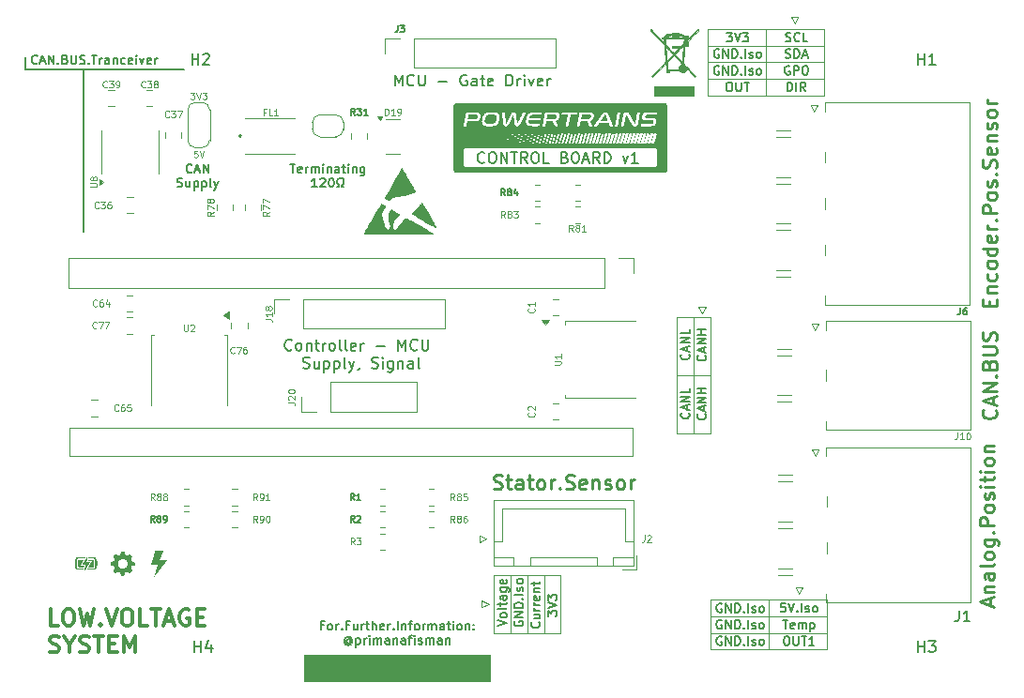
<source format=gto>
%TF.GenerationSoftware,KiCad,Pcbnew,9.0.2*%
%TF.CreationDate,2026-01-01T17:21:28+07:00*%
%TF.ProjectId,ControlMikon,436f6e74-726f-46c4-9d69-6b6f6e2e6b69,rev?*%
%TF.SameCoordinates,Original*%
%TF.FileFunction,Legend,Top*%
%TF.FilePolarity,Positive*%
%FSLAX46Y46*%
G04 Gerber Fmt 4.6, Leading zero omitted, Abs format (unit mm)*
G04 Created by KiCad (PCBNEW 9.0.2) date 2026-01-01 17:21:28*
%MOMM*%
%LPD*%
G01*
G04 APERTURE LIST*
%ADD10C,0.100000*%
%ADD11C,0.200000*%
%ADD12C,0.160000*%
%ADD13C,0.260000*%
%ADD14C,0.300000*%
%ADD15C,0.120000*%
%ADD16C,0.150000*%
%ADD17C,0.000000*%
%ADD18C,0.010000*%
G04 APERTURE END LIST*
D10*
X232750000Y-129750000D02*
X227500000Y-129750000D01*
X209750000Y-174500000D02*
X209750000Y-179750000D01*
X227500000Y-128500000D02*
X227500000Y-125250000D01*
X233000000Y-178250000D02*
X227750000Y-178250000D01*
X232750000Y-128250000D02*
X227500000Y-128250000D01*
X238000000Y-131250000D02*
X238000000Y-129750000D01*
X224750000Y-151250000D02*
X224750000Y-156500000D01*
D11*
X171250000Y-128975000D02*
X171250000Y-143500000D01*
D10*
X233000000Y-180000000D02*
X233000000Y-181250000D01*
X238250000Y-176750000D02*
X233000000Y-176750000D01*
X211250000Y-174500000D02*
X211250000Y-179750000D01*
X214250000Y-174500000D02*
X211500000Y-174500000D01*
X227750000Y-180000000D02*
X227750000Y-181250000D01*
X208250000Y-174500000D02*
X208250000Y-179750000D01*
X211500000Y-179750000D02*
X212750000Y-179750000D01*
X233000000Y-176750000D02*
X227750000Y-176750000D01*
X227750000Y-156500000D02*
X227750000Y-161750000D01*
X238000000Y-129750000D02*
X238000000Y-128500000D01*
X238250000Y-176750000D02*
X238250000Y-180000000D01*
X227500000Y-129750000D02*
X227500000Y-131250000D01*
X238250000Y-181250000D02*
X238250000Y-180000000D01*
X224750000Y-156500000D02*
X224750000Y-161750000D01*
X232750000Y-131250000D02*
X232750000Y-129750000D01*
X232750000Y-131250000D02*
X238000000Y-131250000D01*
D11*
X165975000Y-127750750D02*
X165975000Y-128925000D01*
D10*
X238250000Y-178250000D02*
X233000000Y-178250000D01*
X233000000Y-180000000D02*
X233000000Y-176750000D01*
X214250000Y-174500000D02*
X214250000Y-179750000D01*
X208250000Y-179750000D02*
X211500000Y-179750000D01*
X232750000Y-128500000D02*
X232750000Y-125250000D01*
X226250000Y-151250000D02*
X226250000Y-156500000D01*
X227750000Y-156500000D02*
X224750000Y-156500000D01*
X227750000Y-180000000D02*
X227750000Y-176750000D01*
X211500000Y-179750000D02*
X208250000Y-179750000D01*
X232750000Y-125250000D02*
X227500000Y-125250000D01*
X233000000Y-179750000D02*
X227750000Y-179750000D01*
X232750000Y-129750000D02*
X238000000Y-129750000D01*
X227750000Y-161750000D02*
X224750000Y-161750000D01*
X238000000Y-128250000D02*
X232750000Y-128250000D01*
X191130800Y-181750000D02*
X207869400Y-181750000D01*
X207869400Y-184066900D01*
X191130800Y-184066900D01*
X191130800Y-181750000D01*
G36*
X191130800Y-181750000D02*
G01*
X207869400Y-181750000D01*
X207869400Y-184066900D01*
X191130800Y-184066900D01*
X191130800Y-181750000D01*
G37*
X238000000Y-125250000D02*
X232750000Y-125250000D01*
X224750000Y-151250000D02*
X227750000Y-151250000D01*
X227500000Y-131250000D02*
X232750000Y-131250000D01*
X227500000Y-128500000D02*
X227500000Y-129750000D01*
X227750000Y-151250000D02*
X227750000Y-156500000D01*
X238000000Y-125250000D02*
X238000000Y-128500000D01*
X233000000Y-181250000D02*
X238250000Y-181250000D01*
X214250000Y-179750000D02*
X212750000Y-179750000D01*
X238250000Y-179750000D02*
X233000000Y-179750000D01*
X232750000Y-125250000D02*
X232750000Y-128500000D01*
X208250000Y-174500000D02*
X211500000Y-174500000D01*
X232750000Y-129750000D02*
X232750000Y-128500000D01*
X226250000Y-156500000D02*
X226250000Y-161750000D01*
X233000000Y-176750000D02*
X233000000Y-180000000D01*
X238000000Y-126750000D02*
X232750000Y-126750000D01*
X212750000Y-179750000D02*
X212750000Y-174500000D01*
X232750000Y-126750000D02*
X227500000Y-126750000D01*
X238000000Y-129750000D02*
X232750000Y-129750000D01*
D11*
X180250000Y-128925000D02*
X165975000Y-128925000D01*
D10*
X212750000Y-174500000D02*
X212750000Y-179750000D01*
X227500000Y-129750000D02*
X232750000Y-129750000D01*
X227750000Y-181250000D02*
X233000000Y-181250000D01*
D12*
X208561775Y-179133333D02*
X209361775Y-178866666D01*
X209361775Y-178866666D02*
X208561775Y-178600000D01*
X209361775Y-178219048D02*
X209323680Y-178295238D01*
X209323680Y-178295238D02*
X209285584Y-178333333D01*
X209285584Y-178333333D02*
X209209394Y-178371429D01*
X209209394Y-178371429D02*
X208980822Y-178371429D01*
X208980822Y-178371429D02*
X208904632Y-178333333D01*
X208904632Y-178333333D02*
X208866537Y-178295238D01*
X208866537Y-178295238D02*
X208828441Y-178219048D01*
X208828441Y-178219048D02*
X208828441Y-178104762D01*
X208828441Y-178104762D02*
X208866537Y-178028571D01*
X208866537Y-178028571D02*
X208904632Y-177990476D01*
X208904632Y-177990476D02*
X208980822Y-177952381D01*
X208980822Y-177952381D02*
X209209394Y-177952381D01*
X209209394Y-177952381D02*
X209285584Y-177990476D01*
X209285584Y-177990476D02*
X209323680Y-178028571D01*
X209323680Y-178028571D02*
X209361775Y-178104762D01*
X209361775Y-178104762D02*
X209361775Y-178219048D01*
X209361775Y-177495238D02*
X209323680Y-177571428D01*
X209323680Y-177571428D02*
X209247489Y-177609523D01*
X209247489Y-177609523D02*
X208561775Y-177609523D01*
X208828441Y-177304761D02*
X208828441Y-176999999D01*
X208561775Y-177190475D02*
X209247489Y-177190475D01*
X209247489Y-177190475D02*
X209323680Y-177152380D01*
X209323680Y-177152380D02*
X209361775Y-177076190D01*
X209361775Y-177076190D02*
X209361775Y-176999999D01*
X209361775Y-176390475D02*
X208942727Y-176390475D01*
X208942727Y-176390475D02*
X208866537Y-176428570D01*
X208866537Y-176428570D02*
X208828441Y-176504761D01*
X208828441Y-176504761D02*
X208828441Y-176657142D01*
X208828441Y-176657142D02*
X208866537Y-176733332D01*
X209323680Y-176390475D02*
X209361775Y-176466666D01*
X209361775Y-176466666D02*
X209361775Y-176657142D01*
X209361775Y-176657142D02*
X209323680Y-176733332D01*
X209323680Y-176733332D02*
X209247489Y-176771428D01*
X209247489Y-176771428D02*
X209171299Y-176771428D01*
X209171299Y-176771428D02*
X209095108Y-176733332D01*
X209095108Y-176733332D02*
X209057013Y-176657142D01*
X209057013Y-176657142D02*
X209057013Y-176466666D01*
X209057013Y-176466666D02*
X209018918Y-176390475D01*
X208828441Y-175666665D02*
X209476060Y-175666665D01*
X209476060Y-175666665D02*
X209552251Y-175704760D01*
X209552251Y-175704760D02*
X209590346Y-175742856D01*
X209590346Y-175742856D02*
X209628441Y-175819046D01*
X209628441Y-175819046D02*
X209628441Y-175933332D01*
X209628441Y-175933332D02*
X209590346Y-176009522D01*
X209323680Y-175666665D02*
X209361775Y-175742856D01*
X209361775Y-175742856D02*
X209361775Y-175895237D01*
X209361775Y-175895237D02*
X209323680Y-175971427D01*
X209323680Y-175971427D02*
X209285584Y-176009522D01*
X209285584Y-176009522D02*
X209209394Y-176047618D01*
X209209394Y-176047618D02*
X208980822Y-176047618D01*
X208980822Y-176047618D02*
X208904632Y-176009522D01*
X208904632Y-176009522D02*
X208866537Y-175971427D01*
X208866537Y-175971427D02*
X208828441Y-175895237D01*
X208828441Y-175895237D02*
X208828441Y-175742856D01*
X208828441Y-175742856D02*
X208866537Y-175666665D01*
X209323680Y-174980950D02*
X209361775Y-175057141D01*
X209361775Y-175057141D02*
X209361775Y-175209522D01*
X209361775Y-175209522D02*
X209323680Y-175285712D01*
X209323680Y-175285712D02*
X209247489Y-175323808D01*
X209247489Y-175323808D02*
X208942727Y-175323808D01*
X208942727Y-175323808D02*
X208866537Y-175285712D01*
X208866537Y-175285712D02*
X208828441Y-175209522D01*
X208828441Y-175209522D02*
X208828441Y-175057141D01*
X208828441Y-175057141D02*
X208866537Y-174980950D01*
X208866537Y-174980950D02*
X208942727Y-174942855D01*
X208942727Y-174942855D02*
X209018918Y-174942855D01*
X209018918Y-174942855D02*
X209095108Y-175323808D01*
X234530952Y-177061775D02*
X234150000Y-177061775D01*
X234150000Y-177061775D02*
X234111904Y-177442727D01*
X234111904Y-177442727D02*
X234150000Y-177404632D01*
X234150000Y-177404632D02*
X234226190Y-177366537D01*
X234226190Y-177366537D02*
X234416666Y-177366537D01*
X234416666Y-177366537D02*
X234492857Y-177404632D01*
X234492857Y-177404632D02*
X234530952Y-177442727D01*
X234530952Y-177442727D02*
X234569047Y-177518918D01*
X234569047Y-177518918D02*
X234569047Y-177709394D01*
X234569047Y-177709394D02*
X234530952Y-177785584D01*
X234530952Y-177785584D02*
X234492857Y-177823680D01*
X234492857Y-177823680D02*
X234416666Y-177861775D01*
X234416666Y-177861775D02*
X234226190Y-177861775D01*
X234226190Y-177861775D02*
X234150000Y-177823680D01*
X234150000Y-177823680D02*
X234111904Y-177785584D01*
X234797619Y-177061775D02*
X235064286Y-177861775D01*
X235064286Y-177861775D02*
X235330952Y-177061775D01*
X235597619Y-177785584D02*
X235635714Y-177823680D01*
X235635714Y-177823680D02*
X235597619Y-177861775D01*
X235597619Y-177861775D02*
X235559523Y-177823680D01*
X235559523Y-177823680D02*
X235597619Y-177785584D01*
X235597619Y-177785584D02*
X235597619Y-177861775D01*
X235978571Y-177861775D02*
X235978571Y-177061775D01*
X236321427Y-177823680D02*
X236397618Y-177861775D01*
X236397618Y-177861775D02*
X236549999Y-177861775D01*
X236549999Y-177861775D02*
X236626189Y-177823680D01*
X236626189Y-177823680D02*
X236664285Y-177747489D01*
X236664285Y-177747489D02*
X236664285Y-177709394D01*
X236664285Y-177709394D02*
X236626189Y-177633203D01*
X236626189Y-177633203D02*
X236549999Y-177595108D01*
X236549999Y-177595108D02*
X236435713Y-177595108D01*
X236435713Y-177595108D02*
X236359523Y-177557013D01*
X236359523Y-177557013D02*
X236321427Y-177480822D01*
X236321427Y-177480822D02*
X236321427Y-177442727D01*
X236321427Y-177442727D02*
X236359523Y-177366537D01*
X236359523Y-177366537D02*
X236435713Y-177328441D01*
X236435713Y-177328441D02*
X236549999Y-177328441D01*
X236549999Y-177328441D02*
X236626189Y-177366537D01*
X237121427Y-177861775D02*
X237045237Y-177823680D01*
X237045237Y-177823680D02*
X237007142Y-177785584D01*
X237007142Y-177785584D02*
X236969046Y-177709394D01*
X236969046Y-177709394D02*
X236969046Y-177480822D01*
X236969046Y-177480822D02*
X237007142Y-177404632D01*
X237007142Y-177404632D02*
X237045237Y-177366537D01*
X237045237Y-177366537D02*
X237121427Y-177328441D01*
X237121427Y-177328441D02*
X237235713Y-177328441D01*
X237235713Y-177328441D02*
X237311904Y-177366537D01*
X237311904Y-177366537D02*
X237349999Y-177404632D01*
X237349999Y-177404632D02*
X237388094Y-177480822D01*
X237388094Y-177480822D02*
X237388094Y-177709394D01*
X237388094Y-177709394D02*
X237349999Y-177785584D01*
X237349999Y-177785584D02*
X237311904Y-177823680D01*
X237311904Y-177823680D02*
X237235713Y-177861775D01*
X237235713Y-177861775D02*
X237121427Y-177861775D01*
D13*
X252966456Y-177242855D02*
X252966456Y-176623808D01*
X253337884Y-177366665D02*
X252037884Y-176933332D01*
X252037884Y-176933332D02*
X253337884Y-176499998D01*
X252471218Y-176066665D02*
X253337884Y-176066665D01*
X252595027Y-176066665D02*
X252533122Y-176004760D01*
X252533122Y-176004760D02*
X252471218Y-175880950D01*
X252471218Y-175880950D02*
X252471218Y-175695236D01*
X252471218Y-175695236D02*
X252533122Y-175571427D01*
X252533122Y-175571427D02*
X252656932Y-175509522D01*
X252656932Y-175509522D02*
X253337884Y-175509522D01*
X253337884Y-174333332D02*
X252656932Y-174333332D01*
X252656932Y-174333332D02*
X252533122Y-174395237D01*
X252533122Y-174395237D02*
X252471218Y-174519046D01*
X252471218Y-174519046D02*
X252471218Y-174766665D01*
X252471218Y-174766665D02*
X252533122Y-174890475D01*
X253275980Y-174333332D02*
X253337884Y-174457141D01*
X253337884Y-174457141D02*
X253337884Y-174766665D01*
X253337884Y-174766665D02*
X253275980Y-174890475D01*
X253275980Y-174890475D02*
X253152170Y-174952379D01*
X253152170Y-174952379D02*
X253028360Y-174952379D01*
X253028360Y-174952379D02*
X252904551Y-174890475D01*
X252904551Y-174890475D02*
X252842646Y-174766665D01*
X252842646Y-174766665D02*
X252842646Y-174457141D01*
X252842646Y-174457141D02*
X252780741Y-174333332D01*
X253337884Y-173528570D02*
X253275980Y-173652380D01*
X253275980Y-173652380D02*
X253152170Y-173714285D01*
X253152170Y-173714285D02*
X252037884Y-173714285D01*
X253337884Y-172847618D02*
X253275980Y-172971428D01*
X253275980Y-172971428D02*
X253214075Y-173033333D01*
X253214075Y-173033333D02*
X253090265Y-173095237D01*
X253090265Y-173095237D02*
X252718837Y-173095237D01*
X252718837Y-173095237D02*
X252595027Y-173033333D01*
X252595027Y-173033333D02*
X252533122Y-172971428D01*
X252533122Y-172971428D02*
X252471218Y-172847618D01*
X252471218Y-172847618D02*
X252471218Y-172661904D01*
X252471218Y-172661904D02*
X252533122Y-172538095D01*
X252533122Y-172538095D02*
X252595027Y-172476190D01*
X252595027Y-172476190D02*
X252718837Y-172414285D01*
X252718837Y-172414285D02*
X253090265Y-172414285D01*
X253090265Y-172414285D02*
X253214075Y-172476190D01*
X253214075Y-172476190D02*
X253275980Y-172538095D01*
X253275980Y-172538095D02*
X253337884Y-172661904D01*
X253337884Y-172661904D02*
X253337884Y-172847618D01*
X252471218Y-171300000D02*
X253523599Y-171300000D01*
X253523599Y-171300000D02*
X253647408Y-171361905D01*
X253647408Y-171361905D02*
X253709313Y-171423809D01*
X253709313Y-171423809D02*
X253771218Y-171547619D01*
X253771218Y-171547619D02*
X253771218Y-171733333D01*
X253771218Y-171733333D02*
X253709313Y-171857143D01*
X253275980Y-171300000D02*
X253337884Y-171423809D01*
X253337884Y-171423809D02*
X253337884Y-171671428D01*
X253337884Y-171671428D02*
X253275980Y-171795238D01*
X253275980Y-171795238D02*
X253214075Y-171857143D01*
X253214075Y-171857143D02*
X253090265Y-171919047D01*
X253090265Y-171919047D02*
X252718837Y-171919047D01*
X252718837Y-171919047D02*
X252595027Y-171857143D01*
X252595027Y-171857143D02*
X252533122Y-171795238D01*
X252533122Y-171795238D02*
X252471218Y-171671428D01*
X252471218Y-171671428D02*
X252471218Y-171423809D01*
X252471218Y-171423809D02*
X252533122Y-171300000D01*
X253214075Y-170680953D02*
X253275980Y-170619048D01*
X253275980Y-170619048D02*
X253337884Y-170680953D01*
X253337884Y-170680953D02*
X253275980Y-170742857D01*
X253275980Y-170742857D02*
X253214075Y-170680953D01*
X253214075Y-170680953D02*
X253337884Y-170680953D01*
X253337884Y-170061905D02*
X252037884Y-170061905D01*
X252037884Y-170061905D02*
X252037884Y-169566667D01*
X252037884Y-169566667D02*
X252099789Y-169442857D01*
X252099789Y-169442857D02*
X252161694Y-169380952D01*
X252161694Y-169380952D02*
X252285503Y-169319048D01*
X252285503Y-169319048D02*
X252471218Y-169319048D01*
X252471218Y-169319048D02*
X252595027Y-169380952D01*
X252595027Y-169380952D02*
X252656932Y-169442857D01*
X252656932Y-169442857D02*
X252718837Y-169566667D01*
X252718837Y-169566667D02*
X252718837Y-170061905D01*
X253337884Y-168576190D02*
X253275980Y-168700000D01*
X253275980Y-168700000D02*
X253214075Y-168761905D01*
X253214075Y-168761905D02*
X253090265Y-168823809D01*
X253090265Y-168823809D02*
X252718837Y-168823809D01*
X252718837Y-168823809D02*
X252595027Y-168761905D01*
X252595027Y-168761905D02*
X252533122Y-168700000D01*
X252533122Y-168700000D02*
X252471218Y-168576190D01*
X252471218Y-168576190D02*
X252471218Y-168390476D01*
X252471218Y-168390476D02*
X252533122Y-168266667D01*
X252533122Y-168266667D02*
X252595027Y-168204762D01*
X252595027Y-168204762D02*
X252718837Y-168142857D01*
X252718837Y-168142857D02*
X253090265Y-168142857D01*
X253090265Y-168142857D02*
X253214075Y-168204762D01*
X253214075Y-168204762D02*
X253275980Y-168266667D01*
X253275980Y-168266667D02*
X253337884Y-168390476D01*
X253337884Y-168390476D02*
X253337884Y-168576190D01*
X253275980Y-167647619D02*
X253337884Y-167523810D01*
X253337884Y-167523810D02*
X253337884Y-167276191D01*
X253337884Y-167276191D02*
X253275980Y-167152381D01*
X253275980Y-167152381D02*
X253152170Y-167090477D01*
X253152170Y-167090477D02*
X253090265Y-167090477D01*
X253090265Y-167090477D02*
X252966456Y-167152381D01*
X252966456Y-167152381D02*
X252904551Y-167276191D01*
X252904551Y-167276191D02*
X252904551Y-167461905D01*
X252904551Y-167461905D02*
X252842646Y-167585715D01*
X252842646Y-167585715D02*
X252718837Y-167647619D01*
X252718837Y-167647619D02*
X252656932Y-167647619D01*
X252656932Y-167647619D02*
X252533122Y-167585715D01*
X252533122Y-167585715D02*
X252471218Y-167461905D01*
X252471218Y-167461905D02*
X252471218Y-167276191D01*
X252471218Y-167276191D02*
X252533122Y-167152381D01*
X253337884Y-166533334D02*
X252471218Y-166533334D01*
X252037884Y-166533334D02*
X252099789Y-166595238D01*
X252099789Y-166595238D02*
X252161694Y-166533334D01*
X252161694Y-166533334D02*
X252099789Y-166471429D01*
X252099789Y-166471429D02*
X252037884Y-166533334D01*
X252037884Y-166533334D02*
X252161694Y-166533334D01*
X252471218Y-166100000D02*
X252471218Y-165604762D01*
X252037884Y-165914286D02*
X253152170Y-165914286D01*
X253152170Y-165914286D02*
X253275980Y-165852381D01*
X253275980Y-165852381D02*
X253337884Y-165728571D01*
X253337884Y-165728571D02*
X253337884Y-165604762D01*
X253337884Y-165171429D02*
X252471218Y-165171429D01*
X252037884Y-165171429D02*
X252099789Y-165233333D01*
X252099789Y-165233333D02*
X252161694Y-165171429D01*
X252161694Y-165171429D02*
X252099789Y-165109524D01*
X252099789Y-165109524D02*
X252037884Y-165171429D01*
X252037884Y-165171429D02*
X252161694Y-165171429D01*
X253337884Y-164366666D02*
X253275980Y-164490476D01*
X253275980Y-164490476D02*
X253214075Y-164552381D01*
X253214075Y-164552381D02*
X253090265Y-164614285D01*
X253090265Y-164614285D02*
X252718837Y-164614285D01*
X252718837Y-164614285D02*
X252595027Y-164552381D01*
X252595027Y-164552381D02*
X252533122Y-164490476D01*
X252533122Y-164490476D02*
X252471218Y-164366666D01*
X252471218Y-164366666D02*
X252471218Y-164180952D01*
X252471218Y-164180952D02*
X252533122Y-164057143D01*
X252533122Y-164057143D02*
X252595027Y-163995238D01*
X252595027Y-163995238D02*
X252718837Y-163933333D01*
X252718837Y-163933333D02*
X253090265Y-163933333D01*
X253090265Y-163933333D02*
X253214075Y-163995238D01*
X253214075Y-163995238D02*
X253275980Y-164057143D01*
X253275980Y-164057143D02*
X253337884Y-164180952D01*
X253337884Y-164180952D02*
X253337884Y-164366666D01*
X252471218Y-163376191D02*
X253337884Y-163376191D01*
X252595027Y-163376191D02*
X252533122Y-163314286D01*
X252533122Y-163314286D02*
X252471218Y-163190476D01*
X252471218Y-163190476D02*
X252471218Y-163004762D01*
X252471218Y-163004762D02*
X252533122Y-162880953D01*
X252533122Y-162880953D02*
X252656932Y-162819048D01*
X252656932Y-162819048D02*
X253337884Y-162819048D01*
D12*
X228773026Y-177125261D02*
X228696836Y-177087166D01*
X228696836Y-177087166D02*
X228582550Y-177087166D01*
X228582550Y-177087166D02*
X228468264Y-177125261D01*
X228468264Y-177125261D02*
X228392074Y-177201451D01*
X228392074Y-177201451D02*
X228353979Y-177277642D01*
X228353979Y-177277642D02*
X228315883Y-177430023D01*
X228315883Y-177430023D02*
X228315883Y-177544309D01*
X228315883Y-177544309D02*
X228353979Y-177696690D01*
X228353979Y-177696690D02*
X228392074Y-177772880D01*
X228392074Y-177772880D02*
X228468264Y-177849071D01*
X228468264Y-177849071D02*
X228582550Y-177887166D01*
X228582550Y-177887166D02*
X228658741Y-177887166D01*
X228658741Y-177887166D02*
X228773026Y-177849071D01*
X228773026Y-177849071D02*
X228811122Y-177810975D01*
X228811122Y-177810975D02*
X228811122Y-177544309D01*
X228811122Y-177544309D02*
X228658741Y-177544309D01*
X229153979Y-177887166D02*
X229153979Y-177087166D01*
X229153979Y-177087166D02*
X229611122Y-177887166D01*
X229611122Y-177887166D02*
X229611122Y-177087166D01*
X229992074Y-177887166D02*
X229992074Y-177087166D01*
X229992074Y-177087166D02*
X230182550Y-177087166D01*
X230182550Y-177087166D02*
X230296836Y-177125261D01*
X230296836Y-177125261D02*
X230373026Y-177201451D01*
X230373026Y-177201451D02*
X230411121Y-177277642D01*
X230411121Y-177277642D02*
X230449217Y-177430023D01*
X230449217Y-177430023D02*
X230449217Y-177544309D01*
X230449217Y-177544309D02*
X230411121Y-177696690D01*
X230411121Y-177696690D02*
X230373026Y-177772880D01*
X230373026Y-177772880D02*
X230296836Y-177849071D01*
X230296836Y-177849071D02*
X230182550Y-177887166D01*
X230182550Y-177887166D02*
X229992074Y-177887166D01*
X230792074Y-177810975D02*
X230830169Y-177849071D01*
X230830169Y-177849071D02*
X230792074Y-177887166D01*
X230792074Y-177887166D02*
X230753978Y-177849071D01*
X230753978Y-177849071D02*
X230792074Y-177810975D01*
X230792074Y-177810975D02*
X230792074Y-177887166D01*
X231173026Y-177887166D02*
X231173026Y-177087166D01*
X231515882Y-177849071D02*
X231592073Y-177887166D01*
X231592073Y-177887166D02*
X231744454Y-177887166D01*
X231744454Y-177887166D02*
X231820644Y-177849071D01*
X231820644Y-177849071D02*
X231858740Y-177772880D01*
X231858740Y-177772880D02*
X231858740Y-177734785D01*
X231858740Y-177734785D02*
X231820644Y-177658594D01*
X231820644Y-177658594D02*
X231744454Y-177620499D01*
X231744454Y-177620499D02*
X231630168Y-177620499D01*
X231630168Y-177620499D02*
X231553978Y-177582404D01*
X231553978Y-177582404D02*
X231515882Y-177506213D01*
X231515882Y-177506213D02*
X231515882Y-177468118D01*
X231515882Y-177468118D02*
X231553978Y-177391928D01*
X231553978Y-177391928D02*
X231630168Y-177353832D01*
X231630168Y-177353832D02*
X231744454Y-177353832D01*
X231744454Y-177353832D02*
X231820644Y-177391928D01*
X232315882Y-177887166D02*
X232239692Y-177849071D01*
X232239692Y-177849071D02*
X232201597Y-177810975D01*
X232201597Y-177810975D02*
X232163501Y-177734785D01*
X232163501Y-177734785D02*
X232163501Y-177506213D01*
X232163501Y-177506213D02*
X232201597Y-177430023D01*
X232201597Y-177430023D02*
X232239692Y-177391928D01*
X232239692Y-177391928D02*
X232315882Y-177353832D01*
X232315882Y-177353832D02*
X232430168Y-177353832D01*
X232430168Y-177353832D02*
X232506359Y-177391928D01*
X232506359Y-177391928D02*
X232544454Y-177430023D01*
X232544454Y-177430023D02*
X232582549Y-177506213D01*
X232582549Y-177506213D02*
X232582549Y-177734785D01*
X232582549Y-177734785D02*
X232544454Y-177810975D01*
X232544454Y-177810975D02*
X232506359Y-177849071D01*
X232506359Y-177849071D02*
X232430168Y-177887166D01*
X232430168Y-177887166D02*
X232315882Y-177887166D01*
X180985715Y-138141607D02*
X180947619Y-138179703D01*
X180947619Y-138179703D02*
X180833334Y-138217798D01*
X180833334Y-138217798D02*
X180757143Y-138217798D01*
X180757143Y-138217798D02*
X180642857Y-138179703D01*
X180642857Y-138179703D02*
X180566667Y-138103512D01*
X180566667Y-138103512D02*
X180528572Y-138027322D01*
X180528572Y-138027322D02*
X180490476Y-137874941D01*
X180490476Y-137874941D02*
X180490476Y-137760655D01*
X180490476Y-137760655D02*
X180528572Y-137608274D01*
X180528572Y-137608274D02*
X180566667Y-137532083D01*
X180566667Y-137532083D02*
X180642857Y-137455893D01*
X180642857Y-137455893D02*
X180757143Y-137417798D01*
X180757143Y-137417798D02*
X180833334Y-137417798D01*
X180833334Y-137417798D02*
X180947619Y-137455893D01*
X180947619Y-137455893D02*
X180985715Y-137493988D01*
X181290476Y-137989226D02*
X181671429Y-137989226D01*
X181214286Y-138217798D02*
X181480953Y-137417798D01*
X181480953Y-137417798D02*
X181747619Y-138217798D01*
X182014286Y-138217798D02*
X182014286Y-137417798D01*
X182014286Y-137417798D02*
X182471429Y-138217798D01*
X182471429Y-138217798D02*
X182471429Y-137417798D01*
X179671427Y-139467658D02*
X179785713Y-139505753D01*
X179785713Y-139505753D02*
X179976189Y-139505753D01*
X179976189Y-139505753D02*
X180052380Y-139467658D01*
X180052380Y-139467658D02*
X180090475Y-139429562D01*
X180090475Y-139429562D02*
X180128570Y-139353372D01*
X180128570Y-139353372D02*
X180128570Y-139277181D01*
X180128570Y-139277181D02*
X180090475Y-139200991D01*
X180090475Y-139200991D02*
X180052380Y-139162896D01*
X180052380Y-139162896D02*
X179976189Y-139124800D01*
X179976189Y-139124800D02*
X179823808Y-139086705D01*
X179823808Y-139086705D02*
X179747618Y-139048610D01*
X179747618Y-139048610D02*
X179709523Y-139010515D01*
X179709523Y-139010515D02*
X179671427Y-138934324D01*
X179671427Y-138934324D02*
X179671427Y-138858134D01*
X179671427Y-138858134D02*
X179709523Y-138781943D01*
X179709523Y-138781943D02*
X179747618Y-138743848D01*
X179747618Y-138743848D02*
X179823808Y-138705753D01*
X179823808Y-138705753D02*
X180014285Y-138705753D01*
X180014285Y-138705753D02*
X180128570Y-138743848D01*
X180814285Y-138972419D02*
X180814285Y-139505753D01*
X180471428Y-138972419D02*
X180471428Y-139391467D01*
X180471428Y-139391467D02*
X180509523Y-139467658D01*
X180509523Y-139467658D02*
X180585713Y-139505753D01*
X180585713Y-139505753D02*
X180699999Y-139505753D01*
X180699999Y-139505753D02*
X180776190Y-139467658D01*
X180776190Y-139467658D02*
X180814285Y-139429562D01*
X181195238Y-138972419D02*
X181195238Y-139772419D01*
X181195238Y-139010515D02*
X181271428Y-138972419D01*
X181271428Y-138972419D02*
X181423809Y-138972419D01*
X181423809Y-138972419D02*
X181500000Y-139010515D01*
X181500000Y-139010515D02*
X181538095Y-139048610D01*
X181538095Y-139048610D02*
X181576190Y-139124800D01*
X181576190Y-139124800D02*
X181576190Y-139353372D01*
X181576190Y-139353372D02*
X181538095Y-139429562D01*
X181538095Y-139429562D02*
X181500000Y-139467658D01*
X181500000Y-139467658D02*
X181423809Y-139505753D01*
X181423809Y-139505753D02*
X181271428Y-139505753D01*
X181271428Y-139505753D02*
X181195238Y-139467658D01*
X181919048Y-138972419D02*
X181919048Y-139772419D01*
X181919048Y-139010515D02*
X181995238Y-138972419D01*
X181995238Y-138972419D02*
X182147619Y-138972419D01*
X182147619Y-138972419D02*
X182223810Y-139010515D01*
X182223810Y-139010515D02*
X182261905Y-139048610D01*
X182261905Y-139048610D02*
X182300000Y-139124800D01*
X182300000Y-139124800D02*
X182300000Y-139353372D01*
X182300000Y-139353372D02*
X182261905Y-139429562D01*
X182261905Y-139429562D02*
X182223810Y-139467658D01*
X182223810Y-139467658D02*
X182147619Y-139505753D01*
X182147619Y-139505753D02*
X181995238Y-139505753D01*
X181995238Y-139505753D02*
X181919048Y-139467658D01*
X182757143Y-139505753D02*
X182680953Y-139467658D01*
X182680953Y-139467658D02*
X182642858Y-139391467D01*
X182642858Y-139391467D02*
X182642858Y-138705753D01*
X182985715Y-138972419D02*
X183176191Y-139505753D01*
X183366668Y-138972419D02*
X183176191Y-139505753D01*
X183176191Y-139505753D02*
X183100001Y-139696229D01*
X183100001Y-139696229D02*
X183061906Y-139734324D01*
X183061906Y-139734324D02*
X182985715Y-139772419D01*
X213087166Y-178240476D02*
X213087166Y-177745238D01*
X213087166Y-177745238D02*
X213391928Y-178011904D01*
X213391928Y-178011904D02*
X213391928Y-177897619D01*
X213391928Y-177897619D02*
X213430023Y-177821428D01*
X213430023Y-177821428D02*
X213468118Y-177783333D01*
X213468118Y-177783333D02*
X213544309Y-177745238D01*
X213544309Y-177745238D02*
X213734785Y-177745238D01*
X213734785Y-177745238D02*
X213810975Y-177783333D01*
X213810975Y-177783333D02*
X213849071Y-177821428D01*
X213849071Y-177821428D02*
X213887166Y-177897619D01*
X213887166Y-177897619D02*
X213887166Y-178126190D01*
X213887166Y-178126190D02*
X213849071Y-178202381D01*
X213849071Y-178202381D02*
X213810975Y-178240476D01*
X213087166Y-177516666D02*
X213887166Y-177249999D01*
X213887166Y-177249999D02*
X213087166Y-176983333D01*
X213087166Y-176792857D02*
X213087166Y-176297619D01*
X213087166Y-176297619D02*
X213391928Y-176564285D01*
X213391928Y-176564285D02*
X213391928Y-176450000D01*
X213391928Y-176450000D02*
X213430023Y-176373809D01*
X213430023Y-176373809D02*
X213468118Y-176335714D01*
X213468118Y-176335714D02*
X213544309Y-176297619D01*
X213544309Y-176297619D02*
X213734785Y-176297619D01*
X213734785Y-176297619D02*
X213810975Y-176335714D01*
X213810975Y-176335714D02*
X213849071Y-176373809D01*
X213849071Y-176373809D02*
X213887166Y-176450000D01*
X213887166Y-176450000D02*
X213887166Y-176678571D01*
X213887166Y-176678571D02*
X213849071Y-176754762D01*
X213849071Y-176754762D02*
X213810975Y-176792857D01*
X234890476Y-128599870D02*
X234814286Y-128561775D01*
X234814286Y-128561775D02*
X234700000Y-128561775D01*
X234700000Y-128561775D02*
X234585714Y-128599870D01*
X234585714Y-128599870D02*
X234509524Y-128676060D01*
X234509524Y-128676060D02*
X234471429Y-128752251D01*
X234471429Y-128752251D02*
X234433333Y-128904632D01*
X234433333Y-128904632D02*
X234433333Y-129018918D01*
X234433333Y-129018918D02*
X234471429Y-129171299D01*
X234471429Y-129171299D02*
X234509524Y-129247489D01*
X234509524Y-129247489D02*
X234585714Y-129323680D01*
X234585714Y-129323680D02*
X234700000Y-129361775D01*
X234700000Y-129361775D02*
X234776191Y-129361775D01*
X234776191Y-129361775D02*
X234890476Y-129323680D01*
X234890476Y-129323680D02*
X234928572Y-129285584D01*
X234928572Y-129285584D02*
X234928572Y-129018918D01*
X234928572Y-129018918D02*
X234776191Y-129018918D01*
X235271429Y-129361775D02*
X235271429Y-128561775D01*
X235271429Y-128561775D02*
X235576191Y-128561775D01*
X235576191Y-128561775D02*
X235652381Y-128599870D01*
X235652381Y-128599870D02*
X235690476Y-128637965D01*
X235690476Y-128637965D02*
X235728572Y-128714156D01*
X235728572Y-128714156D02*
X235728572Y-128828441D01*
X235728572Y-128828441D02*
X235690476Y-128904632D01*
X235690476Y-128904632D02*
X235652381Y-128942727D01*
X235652381Y-128942727D02*
X235576191Y-128980822D01*
X235576191Y-128980822D02*
X235271429Y-128980822D01*
X236223810Y-128561775D02*
X236376191Y-128561775D01*
X236376191Y-128561775D02*
X236452381Y-128599870D01*
X236452381Y-128599870D02*
X236528572Y-128676060D01*
X236528572Y-128676060D02*
X236566667Y-128828441D01*
X236566667Y-128828441D02*
X236566667Y-129095108D01*
X236566667Y-129095108D02*
X236528572Y-129247489D01*
X236528572Y-129247489D02*
X236452381Y-129323680D01*
X236452381Y-129323680D02*
X236376191Y-129361775D01*
X236376191Y-129361775D02*
X236223810Y-129361775D01*
X236223810Y-129361775D02*
X236147619Y-129323680D01*
X236147619Y-129323680D02*
X236071429Y-129247489D01*
X236071429Y-129247489D02*
X236033333Y-129095108D01*
X236033333Y-129095108D02*
X236033333Y-128828441D01*
X236033333Y-128828441D02*
X236071429Y-128676060D01*
X236071429Y-128676060D02*
X236147619Y-128599870D01*
X236147619Y-128599870D02*
X236223810Y-128561775D01*
X234283333Y-178561775D02*
X234740476Y-178561775D01*
X234511904Y-179361775D02*
X234511904Y-178561775D01*
X235311905Y-179323680D02*
X235235714Y-179361775D01*
X235235714Y-179361775D02*
X235083333Y-179361775D01*
X235083333Y-179361775D02*
X235007143Y-179323680D01*
X235007143Y-179323680D02*
X234969047Y-179247489D01*
X234969047Y-179247489D02*
X234969047Y-178942727D01*
X234969047Y-178942727D02*
X235007143Y-178866537D01*
X235007143Y-178866537D02*
X235083333Y-178828441D01*
X235083333Y-178828441D02*
X235235714Y-178828441D01*
X235235714Y-178828441D02*
X235311905Y-178866537D01*
X235311905Y-178866537D02*
X235350000Y-178942727D01*
X235350000Y-178942727D02*
X235350000Y-179018918D01*
X235350000Y-179018918D02*
X234969047Y-179095108D01*
X235692857Y-179361775D02*
X235692857Y-178828441D01*
X235692857Y-178904632D02*
X235730952Y-178866537D01*
X235730952Y-178866537D02*
X235807142Y-178828441D01*
X235807142Y-178828441D02*
X235921428Y-178828441D01*
X235921428Y-178828441D02*
X235997619Y-178866537D01*
X235997619Y-178866537D02*
X236035714Y-178942727D01*
X236035714Y-178942727D02*
X236035714Y-179361775D01*
X236035714Y-178942727D02*
X236073809Y-178866537D01*
X236073809Y-178866537D02*
X236150000Y-178828441D01*
X236150000Y-178828441D02*
X236264285Y-178828441D01*
X236264285Y-178828441D02*
X236340476Y-178866537D01*
X236340476Y-178866537D02*
X236378571Y-178942727D01*
X236378571Y-178942727D02*
X236378571Y-179361775D01*
X236759524Y-178828441D02*
X236759524Y-179628441D01*
X236759524Y-178866537D02*
X236835714Y-178828441D01*
X236835714Y-178828441D02*
X236988095Y-178828441D01*
X236988095Y-178828441D02*
X237064286Y-178866537D01*
X237064286Y-178866537D02*
X237102381Y-178904632D01*
X237102381Y-178904632D02*
X237140476Y-178980822D01*
X237140476Y-178980822D02*
X237140476Y-179209394D01*
X237140476Y-179209394D02*
X237102381Y-179285584D01*
X237102381Y-179285584D02*
X237064286Y-179323680D01*
X237064286Y-179323680D02*
X236988095Y-179361775D01*
X236988095Y-179361775D02*
X236835714Y-179361775D01*
X236835714Y-179361775D02*
X236759524Y-179323680D01*
X225810975Y-159888877D02*
X225849071Y-159926973D01*
X225849071Y-159926973D02*
X225887166Y-160041258D01*
X225887166Y-160041258D02*
X225887166Y-160117449D01*
X225887166Y-160117449D02*
X225849071Y-160231735D01*
X225849071Y-160231735D02*
X225772880Y-160307925D01*
X225772880Y-160307925D02*
X225696690Y-160346020D01*
X225696690Y-160346020D02*
X225544309Y-160384116D01*
X225544309Y-160384116D02*
X225430023Y-160384116D01*
X225430023Y-160384116D02*
X225277642Y-160346020D01*
X225277642Y-160346020D02*
X225201451Y-160307925D01*
X225201451Y-160307925D02*
X225125261Y-160231735D01*
X225125261Y-160231735D02*
X225087166Y-160117449D01*
X225087166Y-160117449D02*
X225087166Y-160041258D01*
X225087166Y-160041258D02*
X225125261Y-159926973D01*
X225125261Y-159926973D02*
X225163356Y-159888877D01*
X225658594Y-159584116D02*
X225658594Y-159203163D01*
X225887166Y-159660306D02*
X225087166Y-159393639D01*
X225087166Y-159393639D02*
X225887166Y-159126973D01*
X225887166Y-158860306D02*
X225087166Y-158860306D01*
X225087166Y-158860306D02*
X225887166Y-158403163D01*
X225887166Y-158403163D02*
X225087166Y-158403163D01*
X225887166Y-157641259D02*
X225887166Y-158022211D01*
X225887166Y-158022211D02*
X225087166Y-158022211D01*
X229396780Y-130061775D02*
X229549161Y-130061775D01*
X229549161Y-130061775D02*
X229625351Y-130099870D01*
X229625351Y-130099870D02*
X229701542Y-130176060D01*
X229701542Y-130176060D02*
X229739637Y-130328441D01*
X229739637Y-130328441D02*
X229739637Y-130595108D01*
X229739637Y-130595108D02*
X229701542Y-130747489D01*
X229701542Y-130747489D02*
X229625351Y-130823680D01*
X229625351Y-130823680D02*
X229549161Y-130861775D01*
X229549161Y-130861775D02*
X229396780Y-130861775D01*
X229396780Y-130861775D02*
X229320589Y-130823680D01*
X229320589Y-130823680D02*
X229244399Y-130747489D01*
X229244399Y-130747489D02*
X229206303Y-130595108D01*
X229206303Y-130595108D02*
X229206303Y-130328441D01*
X229206303Y-130328441D02*
X229244399Y-130176060D01*
X229244399Y-130176060D02*
X229320589Y-130099870D01*
X229320589Y-130099870D02*
X229396780Y-130061775D01*
X230082494Y-130061775D02*
X230082494Y-130709394D01*
X230082494Y-130709394D02*
X230120589Y-130785584D01*
X230120589Y-130785584D02*
X230158684Y-130823680D01*
X230158684Y-130823680D02*
X230234875Y-130861775D01*
X230234875Y-130861775D02*
X230387256Y-130861775D01*
X230387256Y-130861775D02*
X230463446Y-130823680D01*
X230463446Y-130823680D02*
X230501541Y-130785584D01*
X230501541Y-130785584D02*
X230539637Y-130709394D01*
X230539637Y-130709394D02*
X230539637Y-130061775D01*
X230806303Y-130061775D02*
X231263446Y-130061775D01*
X231034874Y-130861775D02*
X231034874Y-130061775D01*
D13*
X253464075Y-159595238D02*
X253525980Y-159657142D01*
X253525980Y-159657142D02*
X253587884Y-159842857D01*
X253587884Y-159842857D02*
X253587884Y-159966666D01*
X253587884Y-159966666D02*
X253525980Y-160152380D01*
X253525980Y-160152380D02*
X253402170Y-160276190D01*
X253402170Y-160276190D02*
X253278360Y-160338095D01*
X253278360Y-160338095D02*
X253030741Y-160399999D01*
X253030741Y-160399999D02*
X252845027Y-160399999D01*
X252845027Y-160399999D02*
X252597408Y-160338095D01*
X252597408Y-160338095D02*
X252473599Y-160276190D01*
X252473599Y-160276190D02*
X252349789Y-160152380D01*
X252349789Y-160152380D02*
X252287884Y-159966666D01*
X252287884Y-159966666D02*
X252287884Y-159842857D01*
X252287884Y-159842857D02*
X252349789Y-159657142D01*
X252349789Y-159657142D02*
X252411694Y-159595238D01*
X253216456Y-159099999D02*
X253216456Y-158480952D01*
X253587884Y-159223809D02*
X252287884Y-158790476D01*
X252287884Y-158790476D02*
X253587884Y-158357142D01*
X253587884Y-157923809D02*
X252287884Y-157923809D01*
X252287884Y-157923809D02*
X253587884Y-157180952D01*
X253587884Y-157180952D02*
X252287884Y-157180952D01*
X253464075Y-156561904D02*
X253525980Y-156499999D01*
X253525980Y-156499999D02*
X253587884Y-156561904D01*
X253587884Y-156561904D02*
X253525980Y-156623808D01*
X253525980Y-156623808D02*
X253464075Y-156561904D01*
X253464075Y-156561904D02*
X253587884Y-156561904D01*
X252906932Y-155509522D02*
X252968837Y-155323808D01*
X252968837Y-155323808D02*
X253030741Y-155261903D01*
X253030741Y-155261903D02*
X253154551Y-155199999D01*
X253154551Y-155199999D02*
X253340265Y-155199999D01*
X253340265Y-155199999D02*
X253464075Y-155261903D01*
X253464075Y-155261903D02*
X253525980Y-155323808D01*
X253525980Y-155323808D02*
X253587884Y-155447618D01*
X253587884Y-155447618D02*
X253587884Y-155942856D01*
X253587884Y-155942856D02*
X252287884Y-155942856D01*
X252287884Y-155942856D02*
X252287884Y-155509522D01*
X252287884Y-155509522D02*
X252349789Y-155385713D01*
X252349789Y-155385713D02*
X252411694Y-155323808D01*
X252411694Y-155323808D02*
X252535503Y-155261903D01*
X252535503Y-155261903D02*
X252659313Y-155261903D01*
X252659313Y-155261903D02*
X252783122Y-155323808D01*
X252783122Y-155323808D02*
X252845027Y-155385713D01*
X252845027Y-155385713D02*
X252906932Y-155509522D01*
X252906932Y-155509522D02*
X252906932Y-155942856D01*
X252287884Y-154642856D02*
X253340265Y-154642856D01*
X253340265Y-154642856D02*
X253464075Y-154580951D01*
X253464075Y-154580951D02*
X253525980Y-154519046D01*
X253525980Y-154519046D02*
X253587884Y-154395237D01*
X253587884Y-154395237D02*
X253587884Y-154147618D01*
X253587884Y-154147618D02*
X253525980Y-154023808D01*
X253525980Y-154023808D02*
X253464075Y-153961903D01*
X253464075Y-153961903D02*
X253340265Y-153899999D01*
X253340265Y-153899999D02*
X252287884Y-153899999D01*
X253525980Y-153342855D02*
X253587884Y-153157141D01*
X253587884Y-153157141D02*
X253587884Y-152847617D01*
X253587884Y-152847617D02*
X253525980Y-152723808D01*
X253525980Y-152723808D02*
X253464075Y-152661903D01*
X253464075Y-152661903D02*
X253340265Y-152599998D01*
X253340265Y-152599998D02*
X253216456Y-152599998D01*
X253216456Y-152599998D02*
X253092646Y-152661903D01*
X253092646Y-152661903D02*
X253030741Y-152723808D01*
X253030741Y-152723808D02*
X252968837Y-152847617D01*
X252968837Y-152847617D02*
X252906932Y-153095236D01*
X252906932Y-153095236D02*
X252845027Y-153219046D01*
X252845027Y-153219046D02*
X252783122Y-153280951D01*
X252783122Y-153280951D02*
X252659313Y-153342855D01*
X252659313Y-153342855D02*
X252535503Y-153342855D01*
X252535503Y-153342855D02*
X252411694Y-153280951D01*
X252411694Y-153280951D02*
X252349789Y-153219046D01*
X252349789Y-153219046D02*
X252287884Y-153095236D01*
X252287884Y-153095236D02*
X252287884Y-152785713D01*
X252287884Y-152785713D02*
X252349789Y-152599998D01*
D12*
X189840475Y-137417798D02*
X190297618Y-137417798D01*
X190069046Y-138217798D02*
X190069046Y-137417798D01*
X190869047Y-138179703D02*
X190792856Y-138217798D01*
X190792856Y-138217798D02*
X190640475Y-138217798D01*
X190640475Y-138217798D02*
X190564285Y-138179703D01*
X190564285Y-138179703D02*
X190526189Y-138103512D01*
X190526189Y-138103512D02*
X190526189Y-137798750D01*
X190526189Y-137798750D02*
X190564285Y-137722560D01*
X190564285Y-137722560D02*
X190640475Y-137684464D01*
X190640475Y-137684464D02*
X190792856Y-137684464D01*
X190792856Y-137684464D02*
X190869047Y-137722560D01*
X190869047Y-137722560D02*
X190907142Y-137798750D01*
X190907142Y-137798750D02*
X190907142Y-137874941D01*
X190907142Y-137874941D02*
X190526189Y-137951131D01*
X191249999Y-138217798D02*
X191249999Y-137684464D01*
X191249999Y-137836845D02*
X191288094Y-137760655D01*
X191288094Y-137760655D02*
X191326189Y-137722560D01*
X191326189Y-137722560D02*
X191402380Y-137684464D01*
X191402380Y-137684464D02*
X191478570Y-137684464D01*
X191745237Y-138217798D02*
X191745237Y-137684464D01*
X191745237Y-137760655D02*
X191783332Y-137722560D01*
X191783332Y-137722560D02*
X191859522Y-137684464D01*
X191859522Y-137684464D02*
X191973808Y-137684464D01*
X191973808Y-137684464D02*
X192049999Y-137722560D01*
X192049999Y-137722560D02*
X192088094Y-137798750D01*
X192088094Y-137798750D02*
X192088094Y-138217798D01*
X192088094Y-137798750D02*
X192126189Y-137722560D01*
X192126189Y-137722560D02*
X192202380Y-137684464D01*
X192202380Y-137684464D02*
X192316665Y-137684464D01*
X192316665Y-137684464D02*
X192392856Y-137722560D01*
X192392856Y-137722560D02*
X192430951Y-137798750D01*
X192430951Y-137798750D02*
X192430951Y-138217798D01*
X192811904Y-138217798D02*
X192811904Y-137684464D01*
X192811904Y-137417798D02*
X192773808Y-137455893D01*
X192773808Y-137455893D02*
X192811904Y-137493988D01*
X192811904Y-137493988D02*
X192849999Y-137455893D01*
X192849999Y-137455893D02*
X192811904Y-137417798D01*
X192811904Y-137417798D02*
X192811904Y-137493988D01*
X193192856Y-137684464D02*
X193192856Y-138217798D01*
X193192856Y-137760655D02*
X193230951Y-137722560D01*
X193230951Y-137722560D02*
X193307141Y-137684464D01*
X193307141Y-137684464D02*
X193421427Y-137684464D01*
X193421427Y-137684464D02*
X193497618Y-137722560D01*
X193497618Y-137722560D02*
X193535713Y-137798750D01*
X193535713Y-137798750D02*
X193535713Y-138217798D01*
X194259523Y-138217798D02*
X194259523Y-137798750D01*
X194259523Y-137798750D02*
X194221428Y-137722560D01*
X194221428Y-137722560D02*
X194145237Y-137684464D01*
X194145237Y-137684464D02*
X193992856Y-137684464D01*
X193992856Y-137684464D02*
X193916666Y-137722560D01*
X194259523Y-138179703D02*
X194183332Y-138217798D01*
X194183332Y-138217798D02*
X193992856Y-138217798D01*
X193992856Y-138217798D02*
X193916666Y-138179703D01*
X193916666Y-138179703D02*
X193878570Y-138103512D01*
X193878570Y-138103512D02*
X193878570Y-138027322D01*
X193878570Y-138027322D02*
X193916666Y-137951131D01*
X193916666Y-137951131D02*
X193992856Y-137913036D01*
X193992856Y-137913036D02*
X194183332Y-137913036D01*
X194183332Y-137913036D02*
X194259523Y-137874941D01*
X194526190Y-137684464D02*
X194830952Y-137684464D01*
X194640476Y-137417798D02*
X194640476Y-138103512D01*
X194640476Y-138103512D02*
X194678571Y-138179703D01*
X194678571Y-138179703D02*
X194754761Y-138217798D01*
X194754761Y-138217798D02*
X194830952Y-138217798D01*
X195097619Y-138217798D02*
X195097619Y-137684464D01*
X195097619Y-137417798D02*
X195059523Y-137455893D01*
X195059523Y-137455893D02*
X195097619Y-137493988D01*
X195097619Y-137493988D02*
X195135714Y-137455893D01*
X195135714Y-137455893D02*
X195097619Y-137417798D01*
X195097619Y-137417798D02*
X195097619Y-137493988D01*
X195478571Y-137684464D02*
X195478571Y-138217798D01*
X195478571Y-137760655D02*
X195516666Y-137722560D01*
X195516666Y-137722560D02*
X195592856Y-137684464D01*
X195592856Y-137684464D02*
X195707142Y-137684464D01*
X195707142Y-137684464D02*
X195783333Y-137722560D01*
X195783333Y-137722560D02*
X195821428Y-137798750D01*
X195821428Y-137798750D02*
X195821428Y-138217798D01*
X196545238Y-137684464D02*
X196545238Y-138332083D01*
X196545238Y-138332083D02*
X196507143Y-138408274D01*
X196507143Y-138408274D02*
X196469047Y-138446369D01*
X196469047Y-138446369D02*
X196392857Y-138484464D01*
X196392857Y-138484464D02*
X196278571Y-138484464D01*
X196278571Y-138484464D02*
X196202381Y-138446369D01*
X196545238Y-138179703D02*
X196469047Y-138217798D01*
X196469047Y-138217798D02*
X196316666Y-138217798D01*
X196316666Y-138217798D02*
X196240476Y-138179703D01*
X196240476Y-138179703D02*
X196202381Y-138141607D01*
X196202381Y-138141607D02*
X196164285Y-138065417D01*
X196164285Y-138065417D02*
X196164285Y-137836845D01*
X196164285Y-137836845D02*
X196202381Y-137760655D01*
X196202381Y-137760655D02*
X196240476Y-137722560D01*
X196240476Y-137722560D02*
X196316666Y-137684464D01*
X196316666Y-137684464D02*
X196469047Y-137684464D01*
X196469047Y-137684464D02*
X196545238Y-137722560D01*
X192259523Y-139505753D02*
X191802380Y-139505753D01*
X192030952Y-139505753D02*
X192030952Y-138705753D01*
X192030952Y-138705753D02*
X191954761Y-138820038D01*
X191954761Y-138820038D02*
X191878571Y-138896229D01*
X191878571Y-138896229D02*
X191802380Y-138934324D01*
X192564285Y-138781943D02*
X192602381Y-138743848D01*
X192602381Y-138743848D02*
X192678571Y-138705753D01*
X192678571Y-138705753D02*
X192869047Y-138705753D01*
X192869047Y-138705753D02*
X192945238Y-138743848D01*
X192945238Y-138743848D02*
X192983333Y-138781943D01*
X192983333Y-138781943D02*
X193021428Y-138858134D01*
X193021428Y-138858134D02*
X193021428Y-138934324D01*
X193021428Y-138934324D02*
X192983333Y-139048610D01*
X192983333Y-139048610D02*
X192526190Y-139505753D01*
X192526190Y-139505753D02*
X193021428Y-139505753D01*
X193516667Y-138705753D02*
X193592857Y-138705753D01*
X193592857Y-138705753D02*
X193669048Y-138743848D01*
X193669048Y-138743848D02*
X193707143Y-138781943D01*
X193707143Y-138781943D02*
X193745238Y-138858134D01*
X193745238Y-138858134D02*
X193783333Y-139010515D01*
X193783333Y-139010515D02*
X193783333Y-139200991D01*
X193783333Y-139200991D02*
X193745238Y-139353372D01*
X193745238Y-139353372D02*
X193707143Y-139429562D01*
X193707143Y-139429562D02*
X193669048Y-139467658D01*
X193669048Y-139467658D02*
X193592857Y-139505753D01*
X193592857Y-139505753D02*
X193516667Y-139505753D01*
X193516667Y-139505753D02*
X193440476Y-139467658D01*
X193440476Y-139467658D02*
X193402381Y-139429562D01*
X193402381Y-139429562D02*
X193364286Y-139353372D01*
X193364286Y-139353372D02*
X193326190Y-139200991D01*
X193326190Y-139200991D02*
X193326190Y-139010515D01*
X193326190Y-139010515D02*
X193364286Y-138858134D01*
X193364286Y-138858134D02*
X193402381Y-138781943D01*
X193402381Y-138781943D02*
X193440476Y-138743848D01*
X193440476Y-138743848D02*
X193516667Y-138705753D01*
X194088095Y-139505753D02*
X194278572Y-139505753D01*
X194278572Y-139505753D02*
X194278572Y-139353372D01*
X194278572Y-139353372D02*
X194202381Y-139315277D01*
X194202381Y-139315277D02*
X194126191Y-139239086D01*
X194126191Y-139239086D02*
X194088095Y-139124800D01*
X194088095Y-139124800D02*
X194088095Y-138934324D01*
X194088095Y-138934324D02*
X194126191Y-138820038D01*
X194126191Y-138820038D02*
X194202381Y-138743848D01*
X194202381Y-138743848D02*
X194316667Y-138705753D01*
X194316667Y-138705753D02*
X194469048Y-138705753D01*
X194469048Y-138705753D02*
X194583334Y-138743848D01*
X194583334Y-138743848D02*
X194659524Y-138820038D01*
X194659524Y-138820038D02*
X194697619Y-138934324D01*
X194697619Y-138934324D02*
X194697619Y-139124800D01*
X194697619Y-139124800D02*
X194659524Y-139239086D01*
X194659524Y-139239086D02*
X194583334Y-139315277D01*
X194583334Y-139315277D02*
X194507143Y-139353372D01*
X194507143Y-139353372D02*
X194507143Y-139505753D01*
X194507143Y-139505753D02*
X194697619Y-139505753D01*
X229208740Y-125587166D02*
X229703978Y-125587166D01*
X229703978Y-125587166D02*
X229437312Y-125891928D01*
X229437312Y-125891928D02*
X229551597Y-125891928D01*
X229551597Y-125891928D02*
X229627788Y-125930023D01*
X229627788Y-125930023D02*
X229665883Y-125968118D01*
X229665883Y-125968118D02*
X229703978Y-126044309D01*
X229703978Y-126044309D02*
X229703978Y-126234785D01*
X229703978Y-126234785D02*
X229665883Y-126310975D01*
X229665883Y-126310975D02*
X229627788Y-126349071D01*
X229627788Y-126349071D02*
X229551597Y-126387166D01*
X229551597Y-126387166D02*
X229323026Y-126387166D01*
X229323026Y-126387166D02*
X229246835Y-126349071D01*
X229246835Y-126349071D02*
X229208740Y-126310975D01*
X229932550Y-125587166D02*
X230199217Y-126387166D01*
X230199217Y-126387166D02*
X230465883Y-125587166D01*
X230656359Y-125587166D02*
X231151597Y-125587166D01*
X231151597Y-125587166D02*
X230884931Y-125891928D01*
X230884931Y-125891928D02*
X230999216Y-125891928D01*
X230999216Y-125891928D02*
X231075407Y-125930023D01*
X231075407Y-125930023D02*
X231113502Y-125968118D01*
X231113502Y-125968118D02*
X231151597Y-126044309D01*
X231151597Y-126044309D02*
X231151597Y-126234785D01*
X231151597Y-126234785D02*
X231113502Y-126310975D01*
X231113502Y-126310975D02*
X231075407Y-126349071D01*
X231075407Y-126349071D02*
X230999216Y-126387166D01*
X230999216Y-126387166D02*
X230770645Y-126387166D01*
X230770645Y-126387166D02*
X230694454Y-126349071D01*
X230694454Y-126349071D02*
X230656359Y-126310975D01*
X228770589Y-180099870D02*
X228694399Y-180061775D01*
X228694399Y-180061775D02*
X228580113Y-180061775D01*
X228580113Y-180061775D02*
X228465827Y-180099870D01*
X228465827Y-180099870D02*
X228389637Y-180176060D01*
X228389637Y-180176060D02*
X228351542Y-180252251D01*
X228351542Y-180252251D02*
X228313446Y-180404632D01*
X228313446Y-180404632D02*
X228313446Y-180518918D01*
X228313446Y-180518918D02*
X228351542Y-180671299D01*
X228351542Y-180671299D02*
X228389637Y-180747489D01*
X228389637Y-180747489D02*
X228465827Y-180823680D01*
X228465827Y-180823680D02*
X228580113Y-180861775D01*
X228580113Y-180861775D02*
X228656304Y-180861775D01*
X228656304Y-180861775D02*
X228770589Y-180823680D01*
X228770589Y-180823680D02*
X228808685Y-180785584D01*
X228808685Y-180785584D02*
X228808685Y-180518918D01*
X228808685Y-180518918D02*
X228656304Y-180518918D01*
X229151542Y-180861775D02*
X229151542Y-180061775D01*
X229151542Y-180061775D02*
X229608685Y-180861775D01*
X229608685Y-180861775D02*
X229608685Y-180061775D01*
X229989637Y-180861775D02*
X229989637Y-180061775D01*
X229989637Y-180061775D02*
X230180113Y-180061775D01*
X230180113Y-180061775D02*
X230294399Y-180099870D01*
X230294399Y-180099870D02*
X230370589Y-180176060D01*
X230370589Y-180176060D02*
X230408684Y-180252251D01*
X230408684Y-180252251D02*
X230446780Y-180404632D01*
X230446780Y-180404632D02*
X230446780Y-180518918D01*
X230446780Y-180518918D02*
X230408684Y-180671299D01*
X230408684Y-180671299D02*
X230370589Y-180747489D01*
X230370589Y-180747489D02*
X230294399Y-180823680D01*
X230294399Y-180823680D02*
X230180113Y-180861775D01*
X230180113Y-180861775D02*
X229989637Y-180861775D01*
X230789637Y-180785584D02*
X230827732Y-180823680D01*
X230827732Y-180823680D02*
X230789637Y-180861775D01*
X230789637Y-180861775D02*
X230751541Y-180823680D01*
X230751541Y-180823680D02*
X230789637Y-180785584D01*
X230789637Y-180785584D02*
X230789637Y-180861775D01*
X231170589Y-180861775D02*
X231170589Y-180061775D01*
X231513445Y-180823680D02*
X231589636Y-180861775D01*
X231589636Y-180861775D02*
X231742017Y-180861775D01*
X231742017Y-180861775D02*
X231818207Y-180823680D01*
X231818207Y-180823680D02*
X231856303Y-180747489D01*
X231856303Y-180747489D02*
X231856303Y-180709394D01*
X231856303Y-180709394D02*
X231818207Y-180633203D01*
X231818207Y-180633203D02*
X231742017Y-180595108D01*
X231742017Y-180595108D02*
X231627731Y-180595108D01*
X231627731Y-180595108D02*
X231551541Y-180557013D01*
X231551541Y-180557013D02*
X231513445Y-180480822D01*
X231513445Y-180480822D02*
X231513445Y-180442727D01*
X231513445Y-180442727D02*
X231551541Y-180366537D01*
X231551541Y-180366537D02*
X231627731Y-180328441D01*
X231627731Y-180328441D02*
X231742017Y-180328441D01*
X231742017Y-180328441D02*
X231818207Y-180366537D01*
X232313445Y-180861775D02*
X232237255Y-180823680D01*
X232237255Y-180823680D02*
X232199160Y-180785584D01*
X232199160Y-180785584D02*
X232161064Y-180709394D01*
X232161064Y-180709394D02*
X232161064Y-180480822D01*
X232161064Y-180480822D02*
X232199160Y-180404632D01*
X232199160Y-180404632D02*
X232237255Y-180366537D01*
X232237255Y-180366537D02*
X232313445Y-180328441D01*
X232313445Y-180328441D02*
X232427731Y-180328441D01*
X232427731Y-180328441D02*
X232503922Y-180366537D01*
X232503922Y-180366537D02*
X232542017Y-180404632D01*
X232542017Y-180404632D02*
X232580112Y-180480822D01*
X232580112Y-180480822D02*
X232580112Y-180709394D01*
X232580112Y-180709394D02*
X232542017Y-180785584D01*
X232542017Y-180785584D02*
X232503922Y-180823680D01*
X232503922Y-180823680D02*
X232427731Y-180861775D01*
X232427731Y-180861775D02*
X232313445Y-180861775D01*
X228773026Y-178599870D02*
X228696836Y-178561775D01*
X228696836Y-178561775D02*
X228582550Y-178561775D01*
X228582550Y-178561775D02*
X228468264Y-178599870D01*
X228468264Y-178599870D02*
X228392074Y-178676060D01*
X228392074Y-178676060D02*
X228353979Y-178752251D01*
X228353979Y-178752251D02*
X228315883Y-178904632D01*
X228315883Y-178904632D02*
X228315883Y-179018918D01*
X228315883Y-179018918D02*
X228353979Y-179171299D01*
X228353979Y-179171299D02*
X228392074Y-179247489D01*
X228392074Y-179247489D02*
X228468264Y-179323680D01*
X228468264Y-179323680D02*
X228582550Y-179361775D01*
X228582550Y-179361775D02*
X228658741Y-179361775D01*
X228658741Y-179361775D02*
X228773026Y-179323680D01*
X228773026Y-179323680D02*
X228811122Y-179285584D01*
X228811122Y-179285584D02*
X228811122Y-179018918D01*
X228811122Y-179018918D02*
X228658741Y-179018918D01*
X229153979Y-179361775D02*
X229153979Y-178561775D01*
X229153979Y-178561775D02*
X229611122Y-179361775D01*
X229611122Y-179361775D02*
X229611122Y-178561775D01*
X229992074Y-179361775D02*
X229992074Y-178561775D01*
X229992074Y-178561775D02*
X230182550Y-178561775D01*
X230182550Y-178561775D02*
X230296836Y-178599870D01*
X230296836Y-178599870D02*
X230373026Y-178676060D01*
X230373026Y-178676060D02*
X230411121Y-178752251D01*
X230411121Y-178752251D02*
X230449217Y-178904632D01*
X230449217Y-178904632D02*
X230449217Y-179018918D01*
X230449217Y-179018918D02*
X230411121Y-179171299D01*
X230411121Y-179171299D02*
X230373026Y-179247489D01*
X230373026Y-179247489D02*
X230296836Y-179323680D01*
X230296836Y-179323680D02*
X230182550Y-179361775D01*
X230182550Y-179361775D02*
X229992074Y-179361775D01*
X230792074Y-179285584D02*
X230830169Y-179323680D01*
X230830169Y-179323680D02*
X230792074Y-179361775D01*
X230792074Y-179361775D02*
X230753978Y-179323680D01*
X230753978Y-179323680D02*
X230792074Y-179285584D01*
X230792074Y-179285584D02*
X230792074Y-179361775D01*
X231173026Y-179361775D02*
X231173026Y-178561775D01*
X231515882Y-179323680D02*
X231592073Y-179361775D01*
X231592073Y-179361775D02*
X231744454Y-179361775D01*
X231744454Y-179361775D02*
X231820644Y-179323680D01*
X231820644Y-179323680D02*
X231858740Y-179247489D01*
X231858740Y-179247489D02*
X231858740Y-179209394D01*
X231858740Y-179209394D02*
X231820644Y-179133203D01*
X231820644Y-179133203D02*
X231744454Y-179095108D01*
X231744454Y-179095108D02*
X231630168Y-179095108D01*
X231630168Y-179095108D02*
X231553978Y-179057013D01*
X231553978Y-179057013D02*
X231515882Y-178980822D01*
X231515882Y-178980822D02*
X231515882Y-178942727D01*
X231515882Y-178942727D02*
X231553978Y-178866537D01*
X231553978Y-178866537D02*
X231630168Y-178828441D01*
X231630168Y-178828441D02*
X231744454Y-178828441D01*
X231744454Y-178828441D02*
X231820644Y-178866537D01*
X232315882Y-179361775D02*
X232239692Y-179323680D01*
X232239692Y-179323680D02*
X232201597Y-179285584D01*
X232201597Y-179285584D02*
X232163501Y-179209394D01*
X232163501Y-179209394D02*
X232163501Y-178980822D01*
X232163501Y-178980822D02*
X232201597Y-178904632D01*
X232201597Y-178904632D02*
X232239692Y-178866537D01*
X232239692Y-178866537D02*
X232315882Y-178828441D01*
X232315882Y-178828441D02*
X232430168Y-178828441D01*
X232430168Y-178828441D02*
X232506359Y-178866537D01*
X232506359Y-178866537D02*
X232544454Y-178904632D01*
X232544454Y-178904632D02*
X232582549Y-178980822D01*
X232582549Y-178980822D02*
X232582549Y-179209394D01*
X232582549Y-179209394D02*
X232544454Y-179285584D01*
X232544454Y-179285584D02*
X232506359Y-179323680D01*
X232506359Y-179323680D02*
X232430168Y-179361775D01*
X232430168Y-179361775D02*
X232315882Y-179361775D01*
X192871427Y-179048750D02*
X192604761Y-179048750D01*
X192604761Y-179467798D02*
X192604761Y-178667798D01*
X192604761Y-178667798D02*
X192985713Y-178667798D01*
X193404760Y-179467798D02*
X193328570Y-179429703D01*
X193328570Y-179429703D02*
X193290475Y-179391607D01*
X193290475Y-179391607D02*
X193252379Y-179315417D01*
X193252379Y-179315417D02*
X193252379Y-179086845D01*
X193252379Y-179086845D02*
X193290475Y-179010655D01*
X193290475Y-179010655D02*
X193328570Y-178972560D01*
X193328570Y-178972560D02*
X193404760Y-178934464D01*
X193404760Y-178934464D02*
X193519046Y-178934464D01*
X193519046Y-178934464D02*
X193595237Y-178972560D01*
X193595237Y-178972560D02*
X193633332Y-179010655D01*
X193633332Y-179010655D02*
X193671427Y-179086845D01*
X193671427Y-179086845D02*
X193671427Y-179315417D01*
X193671427Y-179315417D02*
X193633332Y-179391607D01*
X193633332Y-179391607D02*
X193595237Y-179429703D01*
X193595237Y-179429703D02*
X193519046Y-179467798D01*
X193519046Y-179467798D02*
X193404760Y-179467798D01*
X194014285Y-179467798D02*
X194014285Y-178934464D01*
X194014285Y-179086845D02*
X194052380Y-179010655D01*
X194052380Y-179010655D02*
X194090475Y-178972560D01*
X194090475Y-178972560D02*
X194166666Y-178934464D01*
X194166666Y-178934464D02*
X194242856Y-178934464D01*
X194509523Y-179391607D02*
X194547618Y-179429703D01*
X194547618Y-179429703D02*
X194509523Y-179467798D01*
X194509523Y-179467798D02*
X194471427Y-179429703D01*
X194471427Y-179429703D02*
X194509523Y-179391607D01*
X194509523Y-179391607D02*
X194509523Y-179467798D01*
X195157141Y-179048750D02*
X194890475Y-179048750D01*
X194890475Y-179467798D02*
X194890475Y-178667798D01*
X194890475Y-178667798D02*
X195271427Y-178667798D01*
X195919046Y-178934464D02*
X195919046Y-179467798D01*
X195576189Y-178934464D02*
X195576189Y-179353512D01*
X195576189Y-179353512D02*
X195614284Y-179429703D01*
X195614284Y-179429703D02*
X195690474Y-179467798D01*
X195690474Y-179467798D02*
X195804760Y-179467798D01*
X195804760Y-179467798D02*
X195880951Y-179429703D01*
X195880951Y-179429703D02*
X195919046Y-179391607D01*
X196299999Y-179467798D02*
X196299999Y-178934464D01*
X196299999Y-179086845D02*
X196338094Y-179010655D01*
X196338094Y-179010655D02*
X196376189Y-178972560D01*
X196376189Y-178972560D02*
X196452380Y-178934464D01*
X196452380Y-178934464D02*
X196528570Y-178934464D01*
X196680951Y-178934464D02*
X196985713Y-178934464D01*
X196795237Y-178667798D02*
X196795237Y-179353512D01*
X196795237Y-179353512D02*
X196833332Y-179429703D01*
X196833332Y-179429703D02*
X196909522Y-179467798D01*
X196909522Y-179467798D02*
X196985713Y-179467798D01*
X197252380Y-179467798D02*
X197252380Y-178667798D01*
X197595237Y-179467798D02*
X197595237Y-179048750D01*
X197595237Y-179048750D02*
X197557142Y-178972560D01*
X197557142Y-178972560D02*
X197480951Y-178934464D01*
X197480951Y-178934464D02*
X197366665Y-178934464D01*
X197366665Y-178934464D02*
X197290475Y-178972560D01*
X197290475Y-178972560D02*
X197252380Y-179010655D01*
X198280952Y-179429703D02*
X198204761Y-179467798D01*
X198204761Y-179467798D02*
X198052380Y-179467798D01*
X198052380Y-179467798D02*
X197976190Y-179429703D01*
X197976190Y-179429703D02*
X197938094Y-179353512D01*
X197938094Y-179353512D02*
X197938094Y-179048750D01*
X197938094Y-179048750D02*
X197976190Y-178972560D01*
X197976190Y-178972560D02*
X198052380Y-178934464D01*
X198052380Y-178934464D02*
X198204761Y-178934464D01*
X198204761Y-178934464D02*
X198280952Y-178972560D01*
X198280952Y-178972560D02*
X198319047Y-179048750D01*
X198319047Y-179048750D02*
X198319047Y-179124941D01*
X198319047Y-179124941D02*
X197938094Y-179201131D01*
X198661904Y-179467798D02*
X198661904Y-178934464D01*
X198661904Y-179086845D02*
X198699999Y-179010655D01*
X198699999Y-179010655D02*
X198738094Y-178972560D01*
X198738094Y-178972560D02*
X198814285Y-178934464D01*
X198814285Y-178934464D02*
X198890475Y-178934464D01*
X199157142Y-179391607D02*
X199195237Y-179429703D01*
X199195237Y-179429703D02*
X199157142Y-179467798D01*
X199157142Y-179467798D02*
X199119046Y-179429703D01*
X199119046Y-179429703D02*
X199157142Y-179391607D01*
X199157142Y-179391607D02*
X199157142Y-179467798D01*
X199538094Y-179467798D02*
X199538094Y-178667798D01*
X199919046Y-178934464D02*
X199919046Y-179467798D01*
X199919046Y-179010655D02*
X199957141Y-178972560D01*
X199957141Y-178972560D02*
X200033331Y-178934464D01*
X200033331Y-178934464D02*
X200147617Y-178934464D01*
X200147617Y-178934464D02*
X200223808Y-178972560D01*
X200223808Y-178972560D02*
X200261903Y-179048750D01*
X200261903Y-179048750D02*
X200261903Y-179467798D01*
X200528570Y-178934464D02*
X200833332Y-178934464D01*
X200642856Y-179467798D02*
X200642856Y-178782083D01*
X200642856Y-178782083D02*
X200680951Y-178705893D01*
X200680951Y-178705893D02*
X200757141Y-178667798D01*
X200757141Y-178667798D02*
X200833332Y-178667798D01*
X201214284Y-179467798D02*
X201138094Y-179429703D01*
X201138094Y-179429703D02*
X201099999Y-179391607D01*
X201099999Y-179391607D02*
X201061903Y-179315417D01*
X201061903Y-179315417D02*
X201061903Y-179086845D01*
X201061903Y-179086845D02*
X201099999Y-179010655D01*
X201099999Y-179010655D02*
X201138094Y-178972560D01*
X201138094Y-178972560D02*
X201214284Y-178934464D01*
X201214284Y-178934464D02*
X201328570Y-178934464D01*
X201328570Y-178934464D02*
X201404761Y-178972560D01*
X201404761Y-178972560D02*
X201442856Y-179010655D01*
X201442856Y-179010655D02*
X201480951Y-179086845D01*
X201480951Y-179086845D02*
X201480951Y-179315417D01*
X201480951Y-179315417D02*
X201442856Y-179391607D01*
X201442856Y-179391607D02*
X201404761Y-179429703D01*
X201404761Y-179429703D02*
X201328570Y-179467798D01*
X201328570Y-179467798D02*
X201214284Y-179467798D01*
X201823809Y-179467798D02*
X201823809Y-178934464D01*
X201823809Y-179086845D02*
X201861904Y-179010655D01*
X201861904Y-179010655D02*
X201899999Y-178972560D01*
X201899999Y-178972560D02*
X201976190Y-178934464D01*
X201976190Y-178934464D02*
X202052380Y-178934464D01*
X202319047Y-179467798D02*
X202319047Y-178934464D01*
X202319047Y-179010655D02*
X202357142Y-178972560D01*
X202357142Y-178972560D02*
X202433332Y-178934464D01*
X202433332Y-178934464D02*
X202547618Y-178934464D01*
X202547618Y-178934464D02*
X202623809Y-178972560D01*
X202623809Y-178972560D02*
X202661904Y-179048750D01*
X202661904Y-179048750D02*
X202661904Y-179467798D01*
X202661904Y-179048750D02*
X202699999Y-178972560D01*
X202699999Y-178972560D02*
X202776190Y-178934464D01*
X202776190Y-178934464D02*
X202890475Y-178934464D01*
X202890475Y-178934464D02*
X202966666Y-178972560D01*
X202966666Y-178972560D02*
X203004761Y-179048750D01*
X203004761Y-179048750D02*
X203004761Y-179467798D01*
X203728571Y-179467798D02*
X203728571Y-179048750D01*
X203728571Y-179048750D02*
X203690476Y-178972560D01*
X203690476Y-178972560D02*
X203614285Y-178934464D01*
X203614285Y-178934464D02*
X203461904Y-178934464D01*
X203461904Y-178934464D02*
X203385714Y-178972560D01*
X203728571Y-179429703D02*
X203652380Y-179467798D01*
X203652380Y-179467798D02*
X203461904Y-179467798D01*
X203461904Y-179467798D02*
X203385714Y-179429703D01*
X203385714Y-179429703D02*
X203347618Y-179353512D01*
X203347618Y-179353512D02*
X203347618Y-179277322D01*
X203347618Y-179277322D02*
X203385714Y-179201131D01*
X203385714Y-179201131D02*
X203461904Y-179163036D01*
X203461904Y-179163036D02*
X203652380Y-179163036D01*
X203652380Y-179163036D02*
X203728571Y-179124941D01*
X203995238Y-178934464D02*
X204300000Y-178934464D01*
X204109524Y-178667798D02*
X204109524Y-179353512D01*
X204109524Y-179353512D02*
X204147619Y-179429703D01*
X204147619Y-179429703D02*
X204223809Y-179467798D01*
X204223809Y-179467798D02*
X204300000Y-179467798D01*
X204566667Y-179467798D02*
X204566667Y-178934464D01*
X204566667Y-178667798D02*
X204528571Y-178705893D01*
X204528571Y-178705893D02*
X204566667Y-178743988D01*
X204566667Y-178743988D02*
X204604762Y-178705893D01*
X204604762Y-178705893D02*
X204566667Y-178667798D01*
X204566667Y-178667798D02*
X204566667Y-178743988D01*
X205061904Y-179467798D02*
X204985714Y-179429703D01*
X204985714Y-179429703D02*
X204947619Y-179391607D01*
X204947619Y-179391607D02*
X204909523Y-179315417D01*
X204909523Y-179315417D02*
X204909523Y-179086845D01*
X204909523Y-179086845D02*
X204947619Y-179010655D01*
X204947619Y-179010655D02*
X204985714Y-178972560D01*
X204985714Y-178972560D02*
X205061904Y-178934464D01*
X205061904Y-178934464D02*
X205176190Y-178934464D01*
X205176190Y-178934464D02*
X205252381Y-178972560D01*
X205252381Y-178972560D02*
X205290476Y-179010655D01*
X205290476Y-179010655D02*
X205328571Y-179086845D01*
X205328571Y-179086845D02*
X205328571Y-179315417D01*
X205328571Y-179315417D02*
X205290476Y-179391607D01*
X205290476Y-179391607D02*
X205252381Y-179429703D01*
X205252381Y-179429703D02*
X205176190Y-179467798D01*
X205176190Y-179467798D02*
X205061904Y-179467798D01*
X205671429Y-178934464D02*
X205671429Y-179467798D01*
X205671429Y-179010655D02*
X205709524Y-178972560D01*
X205709524Y-178972560D02*
X205785714Y-178934464D01*
X205785714Y-178934464D02*
X205900000Y-178934464D01*
X205900000Y-178934464D02*
X205976191Y-178972560D01*
X205976191Y-178972560D02*
X206014286Y-179048750D01*
X206014286Y-179048750D02*
X206014286Y-179467798D01*
X206395239Y-179391607D02*
X206433334Y-179429703D01*
X206433334Y-179429703D02*
X206395239Y-179467798D01*
X206395239Y-179467798D02*
X206357143Y-179429703D01*
X206357143Y-179429703D02*
X206395239Y-179391607D01*
X206395239Y-179391607D02*
X206395239Y-179467798D01*
X206395239Y-178972560D02*
X206433334Y-179010655D01*
X206433334Y-179010655D02*
X206395239Y-179048750D01*
X206395239Y-179048750D02*
X206357143Y-179010655D01*
X206357143Y-179010655D02*
X206395239Y-178972560D01*
X206395239Y-178972560D02*
X206395239Y-179048750D01*
X195252380Y-180374800D02*
X195214285Y-180336705D01*
X195214285Y-180336705D02*
X195138094Y-180298610D01*
X195138094Y-180298610D02*
X195061904Y-180298610D01*
X195061904Y-180298610D02*
X194985713Y-180336705D01*
X194985713Y-180336705D02*
X194947618Y-180374800D01*
X194947618Y-180374800D02*
X194909523Y-180450991D01*
X194909523Y-180450991D02*
X194909523Y-180527181D01*
X194909523Y-180527181D02*
X194947618Y-180603372D01*
X194947618Y-180603372D02*
X194985713Y-180641467D01*
X194985713Y-180641467D02*
X195061904Y-180679562D01*
X195061904Y-180679562D02*
X195138094Y-180679562D01*
X195138094Y-180679562D02*
X195214285Y-180641467D01*
X195214285Y-180641467D02*
X195252380Y-180603372D01*
X195252380Y-180298610D02*
X195252380Y-180603372D01*
X195252380Y-180603372D02*
X195290475Y-180641467D01*
X195290475Y-180641467D02*
X195328570Y-180641467D01*
X195328570Y-180641467D02*
X195404761Y-180603372D01*
X195404761Y-180603372D02*
X195442856Y-180527181D01*
X195442856Y-180527181D02*
X195442856Y-180336705D01*
X195442856Y-180336705D02*
X195366666Y-180222419D01*
X195366666Y-180222419D02*
X195252380Y-180146229D01*
X195252380Y-180146229D02*
X195099999Y-180108134D01*
X195099999Y-180108134D02*
X194947618Y-180146229D01*
X194947618Y-180146229D02*
X194833332Y-180222419D01*
X194833332Y-180222419D02*
X194757142Y-180336705D01*
X194757142Y-180336705D02*
X194719046Y-180489086D01*
X194719046Y-180489086D02*
X194757142Y-180641467D01*
X194757142Y-180641467D02*
X194833332Y-180755753D01*
X194833332Y-180755753D02*
X194947618Y-180831943D01*
X194947618Y-180831943D02*
X195099999Y-180870038D01*
X195099999Y-180870038D02*
X195252380Y-180831943D01*
X195252380Y-180831943D02*
X195366666Y-180755753D01*
X195785713Y-180222419D02*
X195785713Y-181022419D01*
X195785713Y-180260515D02*
X195861903Y-180222419D01*
X195861903Y-180222419D02*
X196014284Y-180222419D01*
X196014284Y-180222419D02*
X196090475Y-180260515D01*
X196090475Y-180260515D02*
X196128570Y-180298610D01*
X196128570Y-180298610D02*
X196166665Y-180374800D01*
X196166665Y-180374800D02*
X196166665Y-180603372D01*
X196166665Y-180603372D02*
X196128570Y-180679562D01*
X196128570Y-180679562D02*
X196090475Y-180717658D01*
X196090475Y-180717658D02*
X196014284Y-180755753D01*
X196014284Y-180755753D02*
X195861903Y-180755753D01*
X195861903Y-180755753D02*
X195785713Y-180717658D01*
X196509523Y-180755753D02*
X196509523Y-180222419D01*
X196509523Y-180374800D02*
X196547618Y-180298610D01*
X196547618Y-180298610D02*
X196585713Y-180260515D01*
X196585713Y-180260515D02*
X196661904Y-180222419D01*
X196661904Y-180222419D02*
X196738094Y-180222419D01*
X197004761Y-180755753D02*
X197004761Y-180222419D01*
X197004761Y-179955753D02*
X196966665Y-179993848D01*
X196966665Y-179993848D02*
X197004761Y-180031943D01*
X197004761Y-180031943D02*
X197042856Y-179993848D01*
X197042856Y-179993848D02*
X197004761Y-179955753D01*
X197004761Y-179955753D02*
X197004761Y-180031943D01*
X197385713Y-180755753D02*
X197385713Y-180222419D01*
X197385713Y-180298610D02*
X197423808Y-180260515D01*
X197423808Y-180260515D02*
X197499998Y-180222419D01*
X197499998Y-180222419D02*
X197614284Y-180222419D01*
X197614284Y-180222419D02*
X197690475Y-180260515D01*
X197690475Y-180260515D02*
X197728570Y-180336705D01*
X197728570Y-180336705D02*
X197728570Y-180755753D01*
X197728570Y-180336705D02*
X197766665Y-180260515D01*
X197766665Y-180260515D02*
X197842856Y-180222419D01*
X197842856Y-180222419D02*
X197957141Y-180222419D01*
X197957141Y-180222419D02*
X198033332Y-180260515D01*
X198033332Y-180260515D02*
X198071427Y-180336705D01*
X198071427Y-180336705D02*
X198071427Y-180755753D01*
X198795237Y-180755753D02*
X198795237Y-180336705D01*
X198795237Y-180336705D02*
X198757142Y-180260515D01*
X198757142Y-180260515D02*
X198680951Y-180222419D01*
X198680951Y-180222419D02*
X198528570Y-180222419D01*
X198528570Y-180222419D02*
X198452380Y-180260515D01*
X198795237Y-180717658D02*
X198719046Y-180755753D01*
X198719046Y-180755753D02*
X198528570Y-180755753D01*
X198528570Y-180755753D02*
X198452380Y-180717658D01*
X198452380Y-180717658D02*
X198414284Y-180641467D01*
X198414284Y-180641467D02*
X198414284Y-180565277D01*
X198414284Y-180565277D02*
X198452380Y-180489086D01*
X198452380Y-180489086D02*
X198528570Y-180450991D01*
X198528570Y-180450991D02*
X198719046Y-180450991D01*
X198719046Y-180450991D02*
X198795237Y-180412896D01*
X199176190Y-180222419D02*
X199176190Y-180755753D01*
X199176190Y-180298610D02*
X199214285Y-180260515D01*
X199214285Y-180260515D02*
X199290475Y-180222419D01*
X199290475Y-180222419D02*
X199404761Y-180222419D01*
X199404761Y-180222419D02*
X199480952Y-180260515D01*
X199480952Y-180260515D02*
X199519047Y-180336705D01*
X199519047Y-180336705D02*
X199519047Y-180755753D01*
X200242857Y-180755753D02*
X200242857Y-180336705D01*
X200242857Y-180336705D02*
X200204762Y-180260515D01*
X200204762Y-180260515D02*
X200128571Y-180222419D01*
X200128571Y-180222419D02*
X199976190Y-180222419D01*
X199976190Y-180222419D02*
X199900000Y-180260515D01*
X200242857Y-180717658D02*
X200166666Y-180755753D01*
X200166666Y-180755753D02*
X199976190Y-180755753D01*
X199976190Y-180755753D02*
X199900000Y-180717658D01*
X199900000Y-180717658D02*
X199861904Y-180641467D01*
X199861904Y-180641467D02*
X199861904Y-180565277D01*
X199861904Y-180565277D02*
X199900000Y-180489086D01*
X199900000Y-180489086D02*
X199976190Y-180450991D01*
X199976190Y-180450991D02*
X200166666Y-180450991D01*
X200166666Y-180450991D02*
X200242857Y-180412896D01*
X200509524Y-180222419D02*
X200814286Y-180222419D01*
X200623810Y-180755753D02*
X200623810Y-180070038D01*
X200623810Y-180070038D02*
X200661905Y-179993848D01*
X200661905Y-179993848D02*
X200738095Y-179955753D01*
X200738095Y-179955753D02*
X200814286Y-179955753D01*
X201080953Y-180755753D02*
X201080953Y-180222419D01*
X201080953Y-179955753D02*
X201042857Y-179993848D01*
X201042857Y-179993848D02*
X201080953Y-180031943D01*
X201080953Y-180031943D02*
X201119048Y-179993848D01*
X201119048Y-179993848D02*
X201080953Y-179955753D01*
X201080953Y-179955753D02*
X201080953Y-180031943D01*
X201423809Y-180717658D02*
X201500000Y-180755753D01*
X201500000Y-180755753D02*
X201652381Y-180755753D01*
X201652381Y-180755753D02*
X201728571Y-180717658D01*
X201728571Y-180717658D02*
X201766667Y-180641467D01*
X201766667Y-180641467D02*
X201766667Y-180603372D01*
X201766667Y-180603372D02*
X201728571Y-180527181D01*
X201728571Y-180527181D02*
X201652381Y-180489086D01*
X201652381Y-180489086D02*
X201538095Y-180489086D01*
X201538095Y-180489086D02*
X201461905Y-180450991D01*
X201461905Y-180450991D02*
X201423809Y-180374800D01*
X201423809Y-180374800D02*
X201423809Y-180336705D01*
X201423809Y-180336705D02*
X201461905Y-180260515D01*
X201461905Y-180260515D02*
X201538095Y-180222419D01*
X201538095Y-180222419D02*
X201652381Y-180222419D01*
X201652381Y-180222419D02*
X201728571Y-180260515D01*
X202109524Y-180755753D02*
X202109524Y-180222419D01*
X202109524Y-180298610D02*
X202147619Y-180260515D01*
X202147619Y-180260515D02*
X202223809Y-180222419D01*
X202223809Y-180222419D02*
X202338095Y-180222419D01*
X202338095Y-180222419D02*
X202414286Y-180260515D01*
X202414286Y-180260515D02*
X202452381Y-180336705D01*
X202452381Y-180336705D02*
X202452381Y-180755753D01*
X202452381Y-180336705D02*
X202490476Y-180260515D01*
X202490476Y-180260515D02*
X202566667Y-180222419D01*
X202566667Y-180222419D02*
X202680952Y-180222419D01*
X202680952Y-180222419D02*
X202757143Y-180260515D01*
X202757143Y-180260515D02*
X202795238Y-180336705D01*
X202795238Y-180336705D02*
X202795238Y-180755753D01*
X203519048Y-180755753D02*
X203519048Y-180336705D01*
X203519048Y-180336705D02*
X203480953Y-180260515D01*
X203480953Y-180260515D02*
X203404762Y-180222419D01*
X203404762Y-180222419D02*
X203252381Y-180222419D01*
X203252381Y-180222419D02*
X203176191Y-180260515D01*
X203519048Y-180717658D02*
X203442857Y-180755753D01*
X203442857Y-180755753D02*
X203252381Y-180755753D01*
X203252381Y-180755753D02*
X203176191Y-180717658D01*
X203176191Y-180717658D02*
X203138095Y-180641467D01*
X203138095Y-180641467D02*
X203138095Y-180565277D01*
X203138095Y-180565277D02*
X203176191Y-180489086D01*
X203176191Y-180489086D02*
X203252381Y-180450991D01*
X203252381Y-180450991D02*
X203442857Y-180450991D01*
X203442857Y-180450991D02*
X203519048Y-180412896D01*
X203900001Y-180222419D02*
X203900001Y-180755753D01*
X203900001Y-180298610D02*
X203938096Y-180260515D01*
X203938096Y-180260515D02*
X204014286Y-180222419D01*
X204014286Y-180222419D02*
X204128572Y-180222419D01*
X204128572Y-180222419D02*
X204204763Y-180260515D01*
X204204763Y-180260515D02*
X204242858Y-180336705D01*
X204242858Y-180336705D02*
X204242858Y-180755753D01*
X234569048Y-180061775D02*
X234721429Y-180061775D01*
X234721429Y-180061775D02*
X234797619Y-180099870D01*
X234797619Y-180099870D02*
X234873810Y-180176060D01*
X234873810Y-180176060D02*
X234911905Y-180328441D01*
X234911905Y-180328441D02*
X234911905Y-180595108D01*
X234911905Y-180595108D02*
X234873810Y-180747489D01*
X234873810Y-180747489D02*
X234797619Y-180823680D01*
X234797619Y-180823680D02*
X234721429Y-180861775D01*
X234721429Y-180861775D02*
X234569048Y-180861775D01*
X234569048Y-180861775D02*
X234492857Y-180823680D01*
X234492857Y-180823680D02*
X234416667Y-180747489D01*
X234416667Y-180747489D02*
X234378571Y-180595108D01*
X234378571Y-180595108D02*
X234378571Y-180328441D01*
X234378571Y-180328441D02*
X234416667Y-180176060D01*
X234416667Y-180176060D02*
X234492857Y-180099870D01*
X234492857Y-180099870D02*
X234569048Y-180061775D01*
X235254762Y-180061775D02*
X235254762Y-180709394D01*
X235254762Y-180709394D02*
X235292857Y-180785584D01*
X235292857Y-180785584D02*
X235330952Y-180823680D01*
X235330952Y-180823680D02*
X235407143Y-180861775D01*
X235407143Y-180861775D02*
X235559524Y-180861775D01*
X235559524Y-180861775D02*
X235635714Y-180823680D01*
X235635714Y-180823680D02*
X235673809Y-180785584D01*
X235673809Y-180785584D02*
X235711905Y-180709394D01*
X235711905Y-180709394D02*
X235711905Y-180061775D01*
X235978571Y-180061775D02*
X236435714Y-180061775D01*
X236207142Y-180861775D02*
X236207142Y-180061775D01*
X237121428Y-180861775D02*
X236664285Y-180861775D01*
X236892857Y-180861775D02*
X236892857Y-180061775D01*
X236892857Y-180061775D02*
X236816666Y-180176060D01*
X236816666Y-180176060D02*
X236740476Y-180252251D01*
X236740476Y-180252251D02*
X236664285Y-180290346D01*
D11*
X189988093Y-154162036D02*
X189940474Y-154209656D01*
X189940474Y-154209656D02*
X189797617Y-154257275D01*
X189797617Y-154257275D02*
X189702379Y-154257275D01*
X189702379Y-154257275D02*
X189559522Y-154209656D01*
X189559522Y-154209656D02*
X189464284Y-154114417D01*
X189464284Y-154114417D02*
X189416665Y-154019179D01*
X189416665Y-154019179D02*
X189369046Y-153828703D01*
X189369046Y-153828703D02*
X189369046Y-153685846D01*
X189369046Y-153685846D02*
X189416665Y-153495370D01*
X189416665Y-153495370D02*
X189464284Y-153400132D01*
X189464284Y-153400132D02*
X189559522Y-153304894D01*
X189559522Y-153304894D02*
X189702379Y-153257275D01*
X189702379Y-153257275D02*
X189797617Y-153257275D01*
X189797617Y-153257275D02*
X189940474Y-153304894D01*
X189940474Y-153304894D02*
X189988093Y-153352513D01*
X190559522Y-154257275D02*
X190464284Y-154209656D01*
X190464284Y-154209656D02*
X190416665Y-154162036D01*
X190416665Y-154162036D02*
X190369046Y-154066798D01*
X190369046Y-154066798D02*
X190369046Y-153781084D01*
X190369046Y-153781084D02*
X190416665Y-153685846D01*
X190416665Y-153685846D02*
X190464284Y-153638227D01*
X190464284Y-153638227D02*
X190559522Y-153590608D01*
X190559522Y-153590608D02*
X190702379Y-153590608D01*
X190702379Y-153590608D02*
X190797617Y-153638227D01*
X190797617Y-153638227D02*
X190845236Y-153685846D01*
X190845236Y-153685846D02*
X190892855Y-153781084D01*
X190892855Y-153781084D02*
X190892855Y-154066798D01*
X190892855Y-154066798D02*
X190845236Y-154162036D01*
X190845236Y-154162036D02*
X190797617Y-154209656D01*
X190797617Y-154209656D02*
X190702379Y-154257275D01*
X190702379Y-154257275D02*
X190559522Y-154257275D01*
X191321427Y-153590608D02*
X191321427Y-154257275D01*
X191321427Y-153685846D02*
X191369046Y-153638227D01*
X191369046Y-153638227D02*
X191464284Y-153590608D01*
X191464284Y-153590608D02*
X191607141Y-153590608D01*
X191607141Y-153590608D02*
X191702379Y-153638227D01*
X191702379Y-153638227D02*
X191749998Y-153733465D01*
X191749998Y-153733465D02*
X191749998Y-154257275D01*
X192083332Y-153590608D02*
X192464284Y-153590608D01*
X192226189Y-153257275D02*
X192226189Y-154114417D01*
X192226189Y-154114417D02*
X192273808Y-154209656D01*
X192273808Y-154209656D02*
X192369046Y-154257275D01*
X192369046Y-154257275D02*
X192464284Y-154257275D01*
X192797618Y-154257275D02*
X192797618Y-153590608D01*
X192797618Y-153781084D02*
X192845237Y-153685846D01*
X192845237Y-153685846D02*
X192892856Y-153638227D01*
X192892856Y-153638227D02*
X192988094Y-153590608D01*
X192988094Y-153590608D02*
X193083332Y-153590608D01*
X193559523Y-154257275D02*
X193464285Y-154209656D01*
X193464285Y-154209656D02*
X193416666Y-154162036D01*
X193416666Y-154162036D02*
X193369047Y-154066798D01*
X193369047Y-154066798D02*
X193369047Y-153781084D01*
X193369047Y-153781084D02*
X193416666Y-153685846D01*
X193416666Y-153685846D02*
X193464285Y-153638227D01*
X193464285Y-153638227D02*
X193559523Y-153590608D01*
X193559523Y-153590608D02*
X193702380Y-153590608D01*
X193702380Y-153590608D02*
X193797618Y-153638227D01*
X193797618Y-153638227D02*
X193845237Y-153685846D01*
X193845237Y-153685846D02*
X193892856Y-153781084D01*
X193892856Y-153781084D02*
X193892856Y-154066798D01*
X193892856Y-154066798D02*
X193845237Y-154162036D01*
X193845237Y-154162036D02*
X193797618Y-154209656D01*
X193797618Y-154209656D02*
X193702380Y-154257275D01*
X193702380Y-154257275D02*
X193559523Y-154257275D01*
X194464285Y-154257275D02*
X194369047Y-154209656D01*
X194369047Y-154209656D02*
X194321428Y-154114417D01*
X194321428Y-154114417D02*
X194321428Y-153257275D01*
X194988095Y-154257275D02*
X194892857Y-154209656D01*
X194892857Y-154209656D02*
X194845238Y-154114417D01*
X194845238Y-154114417D02*
X194845238Y-153257275D01*
X195750000Y-154209656D02*
X195654762Y-154257275D01*
X195654762Y-154257275D02*
X195464286Y-154257275D01*
X195464286Y-154257275D02*
X195369048Y-154209656D01*
X195369048Y-154209656D02*
X195321429Y-154114417D01*
X195321429Y-154114417D02*
X195321429Y-153733465D01*
X195321429Y-153733465D02*
X195369048Y-153638227D01*
X195369048Y-153638227D02*
X195464286Y-153590608D01*
X195464286Y-153590608D02*
X195654762Y-153590608D01*
X195654762Y-153590608D02*
X195750000Y-153638227D01*
X195750000Y-153638227D02*
X195797619Y-153733465D01*
X195797619Y-153733465D02*
X195797619Y-153828703D01*
X195797619Y-153828703D02*
X195321429Y-153923941D01*
X196226191Y-154257275D02*
X196226191Y-153590608D01*
X196226191Y-153781084D02*
X196273810Y-153685846D01*
X196273810Y-153685846D02*
X196321429Y-153638227D01*
X196321429Y-153638227D02*
X196416667Y-153590608D01*
X196416667Y-153590608D02*
X196511905Y-153590608D01*
X197607144Y-153876322D02*
X198369049Y-153876322D01*
X199607144Y-154257275D02*
X199607144Y-153257275D01*
X199607144Y-153257275D02*
X199940477Y-153971560D01*
X199940477Y-153971560D02*
X200273810Y-153257275D01*
X200273810Y-153257275D02*
X200273810Y-154257275D01*
X201321429Y-154162036D02*
X201273810Y-154209656D01*
X201273810Y-154209656D02*
X201130953Y-154257275D01*
X201130953Y-154257275D02*
X201035715Y-154257275D01*
X201035715Y-154257275D02*
X200892858Y-154209656D01*
X200892858Y-154209656D02*
X200797620Y-154114417D01*
X200797620Y-154114417D02*
X200750001Y-154019179D01*
X200750001Y-154019179D02*
X200702382Y-153828703D01*
X200702382Y-153828703D02*
X200702382Y-153685846D01*
X200702382Y-153685846D02*
X200750001Y-153495370D01*
X200750001Y-153495370D02*
X200797620Y-153400132D01*
X200797620Y-153400132D02*
X200892858Y-153304894D01*
X200892858Y-153304894D02*
X201035715Y-153257275D01*
X201035715Y-153257275D02*
X201130953Y-153257275D01*
X201130953Y-153257275D02*
X201273810Y-153304894D01*
X201273810Y-153304894D02*
X201321429Y-153352513D01*
X201750001Y-153257275D02*
X201750001Y-154066798D01*
X201750001Y-154066798D02*
X201797620Y-154162036D01*
X201797620Y-154162036D02*
X201845239Y-154209656D01*
X201845239Y-154209656D02*
X201940477Y-154257275D01*
X201940477Y-154257275D02*
X202130953Y-154257275D01*
X202130953Y-154257275D02*
X202226191Y-154209656D01*
X202226191Y-154209656D02*
X202273810Y-154162036D01*
X202273810Y-154162036D02*
X202321429Y-154066798D01*
X202321429Y-154066798D02*
X202321429Y-153257275D01*
X191011904Y-155819600D02*
X191154761Y-155867219D01*
X191154761Y-155867219D02*
X191392856Y-155867219D01*
X191392856Y-155867219D02*
X191488094Y-155819600D01*
X191488094Y-155819600D02*
X191535713Y-155771980D01*
X191535713Y-155771980D02*
X191583332Y-155676742D01*
X191583332Y-155676742D02*
X191583332Y-155581504D01*
X191583332Y-155581504D02*
X191535713Y-155486266D01*
X191535713Y-155486266D02*
X191488094Y-155438647D01*
X191488094Y-155438647D02*
X191392856Y-155391028D01*
X191392856Y-155391028D02*
X191202380Y-155343409D01*
X191202380Y-155343409D02*
X191107142Y-155295790D01*
X191107142Y-155295790D02*
X191059523Y-155248171D01*
X191059523Y-155248171D02*
X191011904Y-155152933D01*
X191011904Y-155152933D02*
X191011904Y-155057695D01*
X191011904Y-155057695D02*
X191059523Y-154962457D01*
X191059523Y-154962457D02*
X191107142Y-154914838D01*
X191107142Y-154914838D02*
X191202380Y-154867219D01*
X191202380Y-154867219D02*
X191440475Y-154867219D01*
X191440475Y-154867219D02*
X191583332Y-154914838D01*
X192440475Y-155200552D02*
X192440475Y-155867219D01*
X192011904Y-155200552D02*
X192011904Y-155724361D01*
X192011904Y-155724361D02*
X192059523Y-155819600D01*
X192059523Y-155819600D02*
X192154761Y-155867219D01*
X192154761Y-155867219D02*
X192297618Y-155867219D01*
X192297618Y-155867219D02*
X192392856Y-155819600D01*
X192392856Y-155819600D02*
X192440475Y-155771980D01*
X192916666Y-155200552D02*
X192916666Y-156200552D01*
X192916666Y-155248171D02*
X193011904Y-155200552D01*
X193011904Y-155200552D02*
X193202380Y-155200552D01*
X193202380Y-155200552D02*
X193297618Y-155248171D01*
X193297618Y-155248171D02*
X193345237Y-155295790D01*
X193345237Y-155295790D02*
X193392856Y-155391028D01*
X193392856Y-155391028D02*
X193392856Y-155676742D01*
X193392856Y-155676742D02*
X193345237Y-155771980D01*
X193345237Y-155771980D02*
X193297618Y-155819600D01*
X193297618Y-155819600D02*
X193202380Y-155867219D01*
X193202380Y-155867219D02*
X193011904Y-155867219D01*
X193011904Y-155867219D02*
X192916666Y-155819600D01*
X193821428Y-155200552D02*
X193821428Y-156200552D01*
X193821428Y-155248171D02*
X193916666Y-155200552D01*
X193916666Y-155200552D02*
X194107142Y-155200552D01*
X194107142Y-155200552D02*
X194202380Y-155248171D01*
X194202380Y-155248171D02*
X194249999Y-155295790D01*
X194249999Y-155295790D02*
X194297618Y-155391028D01*
X194297618Y-155391028D02*
X194297618Y-155676742D01*
X194297618Y-155676742D02*
X194249999Y-155771980D01*
X194249999Y-155771980D02*
X194202380Y-155819600D01*
X194202380Y-155819600D02*
X194107142Y-155867219D01*
X194107142Y-155867219D02*
X193916666Y-155867219D01*
X193916666Y-155867219D02*
X193821428Y-155819600D01*
X194869047Y-155867219D02*
X194773809Y-155819600D01*
X194773809Y-155819600D02*
X194726190Y-155724361D01*
X194726190Y-155724361D02*
X194726190Y-154867219D01*
X195154762Y-155200552D02*
X195392857Y-155867219D01*
X195630952Y-155200552D02*
X195392857Y-155867219D01*
X195392857Y-155867219D02*
X195297619Y-156105314D01*
X195297619Y-156105314D02*
X195250000Y-156152933D01*
X195250000Y-156152933D02*
X195154762Y-156200552D01*
X196059524Y-155819600D02*
X196059524Y-155867219D01*
X196059524Y-155867219D02*
X196011905Y-155962457D01*
X196011905Y-155962457D02*
X195964286Y-156010076D01*
X197202381Y-155819600D02*
X197345238Y-155867219D01*
X197345238Y-155867219D02*
X197583333Y-155867219D01*
X197583333Y-155867219D02*
X197678571Y-155819600D01*
X197678571Y-155819600D02*
X197726190Y-155771980D01*
X197726190Y-155771980D02*
X197773809Y-155676742D01*
X197773809Y-155676742D02*
X197773809Y-155581504D01*
X197773809Y-155581504D02*
X197726190Y-155486266D01*
X197726190Y-155486266D02*
X197678571Y-155438647D01*
X197678571Y-155438647D02*
X197583333Y-155391028D01*
X197583333Y-155391028D02*
X197392857Y-155343409D01*
X197392857Y-155343409D02*
X197297619Y-155295790D01*
X197297619Y-155295790D02*
X197250000Y-155248171D01*
X197250000Y-155248171D02*
X197202381Y-155152933D01*
X197202381Y-155152933D02*
X197202381Y-155057695D01*
X197202381Y-155057695D02*
X197250000Y-154962457D01*
X197250000Y-154962457D02*
X197297619Y-154914838D01*
X197297619Y-154914838D02*
X197392857Y-154867219D01*
X197392857Y-154867219D02*
X197630952Y-154867219D01*
X197630952Y-154867219D02*
X197773809Y-154914838D01*
X198202381Y-155867219D02*
X198202381Y-155200552D01*
X198202381Y-154867219D02*
X198154762Y-154914838D01*
X198154762Y-154914838D02*
X198202381Y-154962457D01*
X198202381Y-154962457D02*
X198250000Y-154914838D01*
X198250000Y-154914838D02*
X198202381Y-154867219D01*
X198202381Y-154867219D02*
X198202381Y-154962457D01*
X199107142Y-155200552D02*
X199107142Y-156010076D01*
X199107142Y-156010076D02*
X199059523Y-156105314D01*
X199059523Y-156105314D02*
X199011904Y-156152933D01*
X199011904Y-156152933D02*
X198916666Y-156200552D01*
X198916666Y-156200552D02*
X198773809Y-156200552D01*
X198773809Y-156200552D02*
X198678571Y-156152933D01*
X199107142Y-155819600D02*
X199011904Y-155867219D01*
X199011904Y-155867219D02*
X198821428Y-155867219D01*
X198821428Y-155867219D02*
X198726190Y-155819600D01*
X198726190Y-155819600D02*
X198678571Y-155771980D01*
X198678571Y-155771980D02*
X198630952Y-155676742D01*
X198630952Y-155676742D02*
X198630952Y-155391028D01*
X198630952Y-155391028D02*
X198678571Y-155295790D01*
X198678571Y-155295790D02*
X198726190Y-155248171D01*
X198726190Y-155248171D02*
X198821428Y-155200552D01*
X198821428Y-155200552D02*
X199011904Y-155200552D01*
X199011904Y-155200552D02*
X199107142Y-155248171D01*
X199583333Y-155200552D02*
X199583333Y-155867219D01*
X199583333Y-155295790D02*
X199630952Y-155248171D01*
X199630952Y-155248171D02*
X199726190Y-155200552D01*
X199726190Y-155200552D02*
X199869047Y-155200552D01*
X199869047Y-155200552D02*
X199964285Y-155248171D01*
X199964285Y-155248171D02*
X200011904Y-155343409D01*
X200011904Y-155343409D02*
X200011904Y-155867219D01*
X200916666Y-155867219D02*
X200916666Y-155343409D01*
X200916666Y-155343409D02*
X200869047Y-155248171D01*
X200869047Y-155248171D02*
X200773809Y-155200552D01*
X200773809Y-155200552D02*
X200583333Y-155200552D01*
X200583333Y-155200552D02*
X200488095Y-155248171D01*
X200916666Y-155819600D02*
X200821428Y-155867219D01*
X200821428Y-155867219D02*
X200583333Y-155867219D01*
X200583333Y-155867219D02*
X200488095Y-155819600D01*
X200488095Y-155819600D02*
X200440476Y-155724361D01*
X200440476Y-155724361D02*
X200440476Y-155629123D01*
X200440476Y-155629123D02*
X200488095Y-155533885D01*
X200488095Y-155533885D02*
X200583333Y-155486266D01*
X200583333Y-155486266D02*
X200821428Y-155486266D01*
X200821428Y-155486266D02*
X200916666Y-155438647D01*
X201535714Y-155867219D02*
X201440476Y-155819600D01*
X201440476Y-155819600D02*
X201392857Y-155724361D01*
X201392857Y-155724361D02*
X201392857Y-154867219D01*
D12*
X228523026Y-127099870D02*
X228446836Y-127061775D01*
X228446836Y-127061775D02*
X228332550Y-127061775D01*
X228332550Y-127061775D02*
X228218264Y-127099870D01*
X228218264Y-127099870D02*
X228142074Y-127176060D01*
X228142074Y-127176060D02*
X228103979Y-127252251D01*
X228103979Y-127252251D02*
X228065883Y-127404632D01*
X228065883Y-127404632D02*
X228065883Y-127518918D01*
X228065883Y-127518918D02*
X228103979Y-127671299D01*
X228103979Y-127671299D02*
X228142074Y-127747489D01*
X228142074Y-127747489D02*
X228218264Y-127823680D01*
X228218264Y-127823680D02*
X228332550Y-127861775D01*
X228332550Y-127861775D02*
X228408741Y-127861775D01*
X228408741Y-127861775D02*
X228523026Y-127823680D01*
X228523026Y-127823680D02*
X228561122Y-127785584D01*
X228561122Y-127785584D02*
X228561122Y-127518918D01*
X228561122Y-127518918D02*
X228408741Y-127518918D01*
X228903979Y-127861775D02*
X228903979Y-127061775D01*
X228903979Y-127061775D02*
X229361122Y-127861775D01*
X229361122Y-127861775D02*
X229361122Y-127061775D01*
X229742074Y-127861775D02*
X229742074Y-127061775D01*
X229742074Y-127061775D02*
X229932550Y-127061775D01*
X229932550Y-127061775D02*
X230046836Y-127099870D01*
X230046836Y-127099870D02*
X230123026Y-127176060D01*
X230123026Y-127176060D02*
X230161121Y-127252251D01*
X230161121Y-127252251D02*
X230199217Y-127404632D01*
X230199217Y-127404632D02*
X230199217Y-127518918D01*
X230199217Y-127518918D02*
X230161121Y-127671299D01*
X230161121Y-127671299D02*
X230123026Y-127747489D01*
X230123026Y-127747489D02*
X230046836Y-127823680D01*
X230046836Y-127823680D02*
X229932550Y-127861775D01*
X229932550Y-127861775D02*
X229742074Y-127861775D01*
X230542074Y-127785584D02*
X230580169Y-127823680D01*
X230580169Y-127823680D02*
X230542074Y-127861775D01*
X230542074Y-127861775D02*
X230503978Y-127823680D01*
X230503978Y-127823680D02*
X230542074Y-127785584D01*
X230542074Y-127785584D02*
X230542074Y-127861775D01*
X230923026Y-127861775D02*
X230923026Y-127061775D01*
X231265882Y-127823680D02*
X231342073Y-127861775D01*
X231342073Y-127861775D02*
X231494454Y-127861775D01*
X231494454Y-127861775D02*
X231570644Y-127823680D01*
X231570644Y-127823680D02*
X231608740Y-127747489D01*
X231608740Y-127747489D02*
X231608740Y-127709394D01*
X231608740Y-127709394D02*
X231570644Y-127633203D01*
X231570644Y-127633203D02*
X231494454Y-127595108D01*
X231494454Y-127595108D02*
X231380168Y-127595108D01*
X231380168Y-127595108D02*
X231303978Y-127557013D01*
X231303978Y-127557013D02*
X231265882Y-127480822D01*
X231265882Y-127480822D02*
X231265882Y-127442727D01*
X231265882Y-127442727D02*
X231303978Y-127366537D01*
X231303978Y-127366537D02*
X231380168Y-127328441D01*
X231380168Y-127328441D02*
X231494454Y-127328441D01*
X231494454Y-127328441D02*
X231570644Y-127366537D01*
X232065882Y-127861775D02*
X231989692Y-127823680D01*
X231989692Y-127823680D02*
X231951597Y-127785584D01*
X231951597Y-127785584D02*
X231913501Y-127709394D01*
X231913501Y-127709394D02*
X231913501Y-127480822D01*
X231913501Y-127480822D02*
X231951597Y-127404632D01*
X231951597Y-127404632D02*
X231989692Y-127366537D01*
X231989692Y-127366537D02*
X232065882Y-127328441D01*
X232065882Y-127328441D02*
X232180168Y-127328441D01*
X232180168Y-127328441D02*
X232256359Y-127366537D01*
X232256359Y-127366537D02*
X232294454Y-127404632D01*
X232294454Y-127404632D02*
X232332549Y-127480822D01*
X232332549Y-127480822D02*
X232332549Y-127709394D01*
X232332549Y-127709394D02*
X232294454Y-127785584D01*
X232294454Y-127785584D02*
X232256359Y-127823680D01*
X232256359Y-127823680D02*
X232180168Y-127861775D01*
X232180168Y-127861775D02*
X232065882Y-127861775D01*
D11*
X167029197Y-128315504D02*
X166991101Y-128353600D01*
X166991101Y-128353600D02*
X166876816Y-128391695D01*
X166876816Y-128391695D02*
X166800625Y-128391695D01*
X166800625Y-128391695D02*
X166686339Y-128353600D01*
X166686339Y-128353600D02*
X166610149Y-128277409D01*
X166610149Y-128277409D02*
X166572054Y-128201219D01*
X166572054Y-128201219D02*
X166533958Y-128048838D01*
X166533958Y-128048838D02*
X166533958Y-127934552D01*
X166533958Y-127934552D02*
X166572054Y-127782171D01*
X166572054Y-127782171D02*
X166610149Y-127705980D01*
X166610149Y-127705980D02*
X166686339Y-127629790D01*
X166686339Y-127629790D02*
X166800625Y-127591695D01*
X166800625Y-127591695D02*
X166876816Y-127591695D01*
X166876816Y-127591695D02*
X166991101Y-127629790D01*
X166991101Y-127629790D02*
X167029197Y-127667885D01*
X167333958Y-128163123D02*
X167714911Y-128163123D01*
X167257768Y-128391695D02*
X167524435Y-127591695D01*
X167524435Y-127591695D02*
X167791101Y-128391695D01*
X168057768Y-128391695D02*
X168057768Y-127591695D01*
X168057768Y-127591695D02*
X168514911Y-128391695D01*
X168514911Y-128391695D02*
X168514911Y-127591695D01*
X168895863Y-128315504D02*
X168933958Y-128353600D01*
X168933958Y-128353600D02*
X168895863Y-128391695D01*
X168895863Y-128391695D02*
X168857767Y-128353600D01*
X168857767Y-128353600D02*
X168895863Y-128315504D01*
X168895863Y-128315504D02*
X168895863Y-128391695D01*
X169543481Y-127972647D02*
X169657767Y-128010742D01*
X169657767Y-128010742D02*
X169695862Y-128048838D01*
X169695862Y-128048838D02*
X169733958Y-128125028D01*
X169733958Y-128125028D02*
X169733958Y-128239314D01*
X169733958Y-128239314D02*
X169695862Y-128315504D01*
X169695862Y-128315504D02*
X169657767Y-128353600D01*
X169657767Y-128353600D02*
X169581577Y-128391695D01*
X169581577Y-128391695D02*
X169276815Y-128391695D01*
X169276815Y-128391695D02*
X169276815Y-127591695D01*
X169276815Y-127591695D02*
X169543481Y-127591695D01*
X169543481Y-127591695D02*
X169619672Y-127629790D01*
X169619672Y-127629790D02*
X169657767Y-127667885D01*
X169657767Y-127667885D02*
X169695862Y-127744076D01*
X169695862Y-127744076D02*
X169695862Y-127820266D01*
X169695862Y-127820266D02*
X169657767Y-127896457D01*
X169657767Y-127896457D02*
X169619672Y-127934552D01*
X169619672Y-127934552D02*
X169543481Y-127972647D01*
X169543481Y-127972647D02*
X169276815Y-127972647D01*
X170076815Y-127591695D02*
X170076815Y-128239314D01*
X170076815Y-128239314D02*
X170114910Y-128315504D01*
X170114910Y-128315504D02*
X170153005Y-128353600D01*
X170153005Y-128353600D02*
X170229196Y-128391695D01*
X170229196Y-128391695D02*
X170381577Y-128391695D01*
X170381577Y-128391695D02*
X170457767Y-128353600D01*
X170457767Y-128353600D02*
X170495862Y-128315504D01*
X170495862Y-128315504D02*
X170533958Y-128239314D01*
X170533958Y-128239314D02*
X170533958Y-127591695D01*
X170876814Y-128353600D02*
X170991100Y-128391695D01*
X170991100Y-128391695D02*
X171181576Y-128391695D01*
X171181576Y-128391695D02*
X171257767Y-128353600D01*
X171257767Y-128353600D02*
X171295862Y-128315504D01*
X171295862Y-128315504D02*
X171333957Y-128239314D01*
X171333957Y-128239314D02*
X171333957Y-128163123D01*
X171333957Y-128163123D02*
X171295862Y-128086933D01*
X171295862Y-128086933D02*
X171257767Y-128048838D01*
X171257767Y-128048838D02*
X171181576Y-128010742D01*
X171181576Y-128010742D02*
X171029195Y-127972647D01*
X171029195Y-127972647D02*
X170953005Y-127934552D01*
X170953005Y-127934552D02*
X170914910Y-127896457D01*
X170914910Y-127896457D02*
X170876814Y-127820266D01*
X170876814Y-127820266D02*
X170876814Y-127744076D01*
X170876814Y-127744076D02*
X170914910Y-127667885D01*
X170914910Y-127667885D02*
X170953005Y-127629790D01*
X170953005Y-127629790D02*
X171029195Y-127591695D01*
X171029195Y-127591695D02*
X171219672Y-127591695D01*
X171219672Y-127591695D02*
X171333957Y-127629790D01*
X171676815Y-128315504D02*
X171714910Y-128353600D01*
X171714910Y-128353600D02*
X171676815Y-128391695D01*
X171676815Y-128391695D02*
X171638719Y-128353600D01*
X171638719Y-128353600D02*
X171676815Y-128315504D01*
X171676815Y-128315504D02*
X171676815Y-128391695D01*
X171943481Y-127591695D02*
X172400624Y-127591695D01*
X172172052Y-128391695D02*
X172172052Y-127591695D01*
X172667291Y-128391695D02*
X172667291Y-127858361D01*
X172667291Y-128010742D02*
X172705386Y-127934552D01*
X172705386Y-127934552D02*
X172743481Y-127896457D01*
X172743481Y-127896457D02*
X172819672Y-127858361D01*
X172819672Y-127858361D02*
X172895862Y-127858361D01*
X173505386Y-128391695D02*
X173505386Y-127972647D01*
X173505386Y-127972647D02*
X173467291Y-127896457D01*
X173467291Y-127896457D02*
X173391100Y-127858361D01*
X173391100Y-127858361D02*
X173238719Y-127858361D01*
X173238719Y-127858361D02*
X173162529Y-127896457D01*
X173505386Y-128353600D02*
X173429195Y-128391695D01*
X173429195Y-128391695D02*
X173238719Y-128391695D01*
X173238719Y-128391695D02*
X173162529Y-128353600D01*
X173162529Y-128353600D02*
X173124433Y-128277409D01*
X173124433Y-128277409D02*
X173124433Y-128201219D01*
X173124433Y-128201219D02*
X173162529Y-128125028D01*
X173162529Y-128125028D02*
X173238719Y-128086933D01*
X173238719Y-128086933D02*
X173429195Y-128086933D01*
X173429195Y-128086933D02*
X173505386Y-128048838D01*
X173886339Y-127858361D02*
X173886339Y-128391695D01*
X173886339Y-127934552D02*
X173924434Y-127896457D01*
X173924434Y-127896457D02*
X174000624Y-127858361D01*
X174000624Y-127858361D02*
X174114910Y-127858361D01*
X174114910Y-127858361D02*
X174191101Y-127896457D01*
X174191101Y-127896457D02*
X174229196Y-127972647D01*
X174229196Y-127972647D02*
X174229196Y-128391695D01*
X174953006Y-128353600D02*
X174876815Y-128391695D01*
X174876815Y-128391695D02*
X174724434Y-128391695D01*
X174724434Y-128391695D02*
X174648244Y-128353600D01*
X174648244Y-128353600D02*
X174610149Y-128315504D01*
X174610149Y-128315504D02*
X174572053Y-128239314D01*
X174572053Y-128239314D02*
X174572053Y-128010742D01*
X174572053Y-128010742D02*
X174610149Y-127934552D01*
X174610149Y-127934552D02*
X174648244Y-127896457D01*
X174648244Y-127896457D02*
X174724434Y-127858361D01*
X174724434Y-127858361D02*
X174876815Y-127858361D01*
X174876815Y-127858361D02*
X174953006Y-127896457D01*
X175600625Y-128353600D02*
X175524434Y-128391695D01*
X175524434Y-128391695D02*
X175372053Y-128391695D01*
X175372053Y-128391695D02*
X175295863Y-128353600D01*
X175295863Y-128353600D02*
X175257767Y-128277409D01*
X175257767Y-128277409D02*
X175257767Y-127972647D01*
X175257767Y-127972647D02*
X175295863Y-127896457D01*
X175295863Y-127896457D02*
X175372053Y-127858361D01*
X175372053Y-127858361D02*
X175524434Y-127858361D01*
X175524434Y-127858361D02*
X175600625Y-127896457D01*
X175600625Y-127896457D02*
X175638720Y-127972647D01*
X175638720Y-127972647D02*
X175638720Y-128048838D01*
X175638720Y-128048838D02*
X175257767Y-128125028D01*
X175981577Y-128391695D02*
X175981577Y-127858361D01*
X175981577Y-127591695D02*
X175943481Y-127629790D01*
X175943481Y-127629790D02*
X175981577Y-127667885D01*
X175981577Y-127667885D02*
X176019672Y-127629790D01*
X176019672Y-127629790D02*
X175981577Y-127591695D01*
X175981577Y-127591695D02*
X175981577Y-127667885D01*
X176286338Y-127858361D02*
X176476814Y-128391695D01*
X176476814Y-128391695D02*
X176667291Y-127858361D01*
X177276815Y-128353600D02*
X177200624Y-128391695D01*
X177200624Y-128391695D02*
X177048243Y-128391695D01*
X177048243Y-128391695D02*
X176972053Y-128353600D01*
X176972053Y-128353600D02*
X176933957Y-128277409D01*
X176933957Y-128277409D02*
X176933957Y-127972647D01*
X176933957Y-127972647D02*
X176972053Y-127896457D01*
X176972053Y-127896457D02*
X177048243Y-127858361D01*
X177048243Y-127858361D02*
X177200624Y-127858361D01*
X177200624Y-127858361D02*
X177276815Y-127896457D01*
X177276815Y-127896457D02*
X177314910Y-127972647D01*
X177314910Y-127972647D02*
X177314910Y-128048838D01*
X177314910Y-128048838D02*
X176933957Y-128125028D01*
X177657767Y-128391695D02*
X177657767Y-127858361D01*
X177657767Y-128010742D02*
X177695862Y-127934552D01*
X177695862Y-127934552D02*
X177733957Y-127896457D01*
X177733957Y-127896457D02*
X177810148Y-127858361D01*
X177810148Y-127858361D02*
X177886338Y-127858361D01*
D12*
X227285584Y-159984115D02*
X227323680Y-160022211D01*
X227323680Y-160022211D02*
X227361775Y-160136496D01*
X227361775Y-160136496D02*
X227361775Y-160212687D01*
X227361775Y-160212687D02*
X227323680Y-160326973D01*
X227323680Y-160326973D02*
X227247489Y-160403163D01*
X227247489Y-160403163D02*
X227171299Y-160441258D01*
X227171299Y-160441258D02*
X227018918Y-160479354D01*
X227018918Y-160479354D02*
X226904632Y-160479354D01*
X226904632Y-160479354D02*
X226752251Y-160441258D01*
X226752251Y-160441258D02*
X226676060Y-160403163D01*
X226676060Y-160403163D02*
X226599870Y-160326973D01*
X226599870Y-160326973D02*
X226561775Y-160212687D01*
X226561775Y-160212687D02*
X226561775Y-160136496D01*
X226561775Y-160136496D02*
X226599870Y-160022211D01*
X226599870Y-160022211D02*
X226637965Y-159984115D01*
X227133203Y-159679354D02*
X227133203Y-159298401D01*
X227361775Y-159755544D02*
X226561775Y-159488877D01*
X226561775Y-159488877D02*
X227361775Y-159222211D01*
X227361775Y-158955544D02*
X226561775Y-158955544D01*
X226561775Y-158955544D02*
X227361775Y-158498401D01*
X227361775Y-158498401D02*
X226561775Y-158498401D01*
X227361775Y-158117449D02*
X226561775Y-158117449D01*
X226942727Y-158117449D02*
X226942727Y-157660306D01*
X227361775Y-157660306D02*
X226561775Y-157660306D01*
D13*
X208216668Y-166705980D02*
X208402382Y-166767884D01*
X208402382Y-166767884D02*
X208711906Y-166767884D01*
X208711906Y-166767884D02*
X208835715Y-166705980D01*
X208835715Y-166705980D02*
X208897620Y-166644075D01*
X208897620Y-166644075D02*
X208959525Y-166520265D01*
X208959525Y-166520265D02*
X208959525Y-166396456D01*
X208959525Y-166396456D02*
X208897620Y-166272646D01*
X208897620Y-166272646D02*
X208835715Y-166210741D01*
X208835715Y-166210741D02*
X208711906Y-166148837D01*
X208711906Y-166148837D02*
X208464287Y-166086932D01*
X208464287Y-166086932D02*
X208340477Y-166025027D01*
X208340477Y-166025027D02*
X208278572Y-165963122D01*
X208278572Y-165963122D02*
X208216668Y-165839313D01*
X208216668Y-165839313D02*
X208216668Y-165715503D01*
X208216668Y-165715503D02*
X208278572Y-165591694D01*
X208278572Y-165591694D02*
X208340477Y-165529789D01*
X208340477Y-165529789D02*
X208464287Y-165467884D01*
X208464287Y-165467884D02*
X208773810Y-165467884D01*
X208773810Y-165467884D02*
X208959525Y-165529789D01*
X209330953Y-165901218D02*
X209826191Y-165901218D01*
X209516667Y-165467884D02*
X209516667Y-166582170D01*
X209516667Y-166582170D02*
X209578572Y-166705980D01*
X209578572Y-166705980D02*
X209702382Y-166767884D01*
X209702382Y-166767884D02*
X209826191Y-166767884D01*
X210816667Y-166767884D02*
X210816667Y-166086932D01*
X210816667Y-166086932D02*
X210754762Y-165963122D01*
X210754762Y-165963122D02*
X210630953Y-165901218D01*
X210630953Y-165901218D02*
X210383334Y-165901218D01*
X210383334Y-165901218D02*
X210259524Y-165963122D01*
X210816667Y-166705980D02*
X210692858Y-166767884D01*
X210692858Y-166767884D02*
X210383334Y-166767884D01*
X210383334Y-166767884D02*
X210259524Y-166705980D01*
X210259524Y-166705980D02*
X210197620Y-166582170D01*
X210197620Y-166582170D02*
X210197620Y-166458360D01*
X210197620Y-166458360D02*
X210259524Y-166334551D01*
X210259524Y-166334551D02*
X210383334Y-166272646D01*
X210383334Y-166272646D02*
X210692858Y-166272646D01*
X210692858Y-166272646D02*
X210816667Y-166210741D01*
X211250000Y-165901218D02*
X211745238Y-165901218D01*
X211435714Y-165467884D02*
X211435714Y-166582170D01*
X211435714Y-166582170D02*
X211497619Y-166705980D01*
X211497619Y-166705980D02*
X211621429Y-166767884D01*
X211621429Y-166767884D02*
X211745238Y-166767884D01*
X212364286Y-166767884D02*
X212240476Y-166705980D01*
X212240476Y-166705980D02*
X212178571Y-166644075D01*
X212178571Y-166644075D02*
X212116667Y-166520265D01*
X212116667Y-166520265D02*
X212116667Y-166148837D01*
X212116667Y-166148837D02*
X212178571Y-166025027D01*
X212178571Y-166025027D02*
X212240476Y-165963122D01*
X212240476Y-165963122D02*
X212364286Y-165901218D01*
X212364286Y-165901218D02*
X212550000Y-165901218D01*
X212550000Y-165901218D02*
X212673809Y-165963122D01*
X212673809Y-165963122D02*
X212735714Y-166025027D01*
X212735714Y-166025027D02*
X212797619Y-166148837D01*
X212797619Y-166148837D02*
X212797619Y-166520265D01*
X212797619Y-166520265D02*
X212735714Y-166644075D01*
X212735714Y-166644075D02*
X212673809Y-166705980D01*
X212673809Y-166705980D02*
X212550000Y-166767884D01*
X212550000Y-166767884D02*
X212364286Y-166767884D01*
X213354761Y-166767884D02*
X213354761Y-165901218D01*
X213354761Y-166148837D02*
X213416666Y-166025027D01*
X213416666Y-166025027D02*
X213478571Y-165963122D01*
X213478571Y-165963122D02*
X213602380Y-165901218D01*
X213602380Y-165901218D02*
X213726190Y-165901218D01*
X214159523Y-166644075D02*
X214221428Y-166705980D01*
X214221428Y-166705980D02*
X214159523Y-166767884D01*
X214159523Y-166767884D02*
X214097619Y-166705980D01*
X214097619Y-166705980D02*
X214159523Y-166644075D01*
X214159523Y-166644075D02*
X214159523Y-166767884D01*
X214716667Y-166705980D02*
X214902381Y-166767884D01*
X214902381Y-166767884D02*
X215211905Y-166767884D01*
X215211905Y-166767884D02*
X215335714Y-166705980D01*
X215335714Y-166705980D02*
X215397619Y-166644075D01*
X215397619Y-166644075D02*
X215459524Y-166520265D01*
X215459524Y-166520265D02*
X215459524Y-166396456D01*
X215459524Y-166396456D02*
X215397619Y-166272646D01*
X215397619Y-166272646D02*
X215335714Y-166210741D01*
X215335714Y-166210741D02*
X215211905Y-166148837D01*
X215211905Y-166148837D02*
X214964286Y-166086932D01*
X214964286Y-166086932D02*
X214840476Y-166025027D01*
X214840476Y-166025027D02*
X214778571Y-165963122D01*
X214778571Y-165963122D02*
X214716667Y-165839313D01*
X214716667Y-165839313D02*
X214716667Y-165715503D01*
X214716667Y-165715503D02*
X214778571Y-165591694D01*
X214778571Y-165591694D02*
X214840476Y-165529789D01*
X214840476Y-165529789D02*
X214964286Y-165467884D01*
X214964286Y-165467884D02*
X215273809Y-165467884D01*
X215273809Y-165467884D02*
X215459524Y-165529789D01*
X216511904Y-166705980D02*
X216388095Y-166767884D01*
X216388095Y-166767884D02*
X216140476Y-166767884D01*
X216140476Y-166767884D02*
X216016666Y-166705980D01*
X216016666Y-166705980D02*
X215954762Y-166582170D01*
X215954762Y-166582170D02*
X215954762Y-166086932D01*
X215954762Y-166086932D02*
X216016666Y-165963122D01*
X216016666Y-165963122D02*
X216140476Y-165901218D01*
X216140476Y-165901218D02*
X216388095Y-165901218D01*
X216388095Y-165901218D02*
X216511904Y-165963122D01*
X216511904Y-165963122D02*
X216573809Y-166086932D01*
X216573809Y-166086932D02*
X216573809Y-166210741D01*
X216573809Y-166210741D02*
X215954762Y-166334551D01*
X217130952Y-165901218D02*
X217130952Y-166767884D01*
X217130952Y-166025027D02*
X217192857Y-165963122D01*
X217192857Y-165963122D02*
X217316667Y-165901218D01*
X217316667Y-165901218D02*
X217502381Y-165901218D01*
X217502381Y-165901218D02*
X217626190Y-165963122D01*
X217626190Y-165963122D02*
X217688095Y-166086932D01*
X217688095Y-166086932D02*
X217688095Y-166767884D01*
X218245238Y-166705980D02*
X218369047Y-166767884D01*
X218369047Y-166767884D02*
X218616666Y-166767884D01*
X218616666Y-166767884D02*
X218740476Y-166705980D01*
X218740476Y-166705980D02*
X218802380Y-166582170D01*
X218802380Y-166582170D02*
X218802380Y-166520265D01*
X218802380Y-166520265D02*
X218740476Y-166396456D01*
X218740476Y-166396456D02*
X218616666Y-166334551D01*
X218616666Y-166334551D02*
X218430952Y-166334551D01*
X218430952Y-166334551D02*
X218307142Y-166272646D01*
X218307142Y-166272646D02*
X218245238Y-166148837D01*
X218245238Y-166148837D02*
X218245238Y-166086932D01*
X218245238Y-166086932D02*
X218307142Y-165963122D01*
X218307142Y-165963122D02*
X218430952Y-165901218D01*
X218430952Y-165901218D02*
X218616666Y-165901218D01*
X218616666Y-165901218D02*
X218740476Y-165963122D01*
X219545238Y-166767884D02*
X219421428Y-166705980D01*
X219421428Y-166705980D02*
X219359523Y-166644075D01*
X219359523Y-166644075D02*
X219297619Y-166520265D01*
X219297619Y-166520265D02*
X219297619Y-166148837D01*
X219297619Y-166148837D02*
X219359523Y-166025027D01*
X219359523Y-166025027D02*
X219421428Y-165963122D01*
X219421428Y-165963122D02*
X219545238Y-165901218D01*
X219545238Y-165901218D02*
X219730952Y-165901218D01*
X219730952Y-165901218D02*
X219854761Y-165963122D01*
X219854761Y-165963122D02*
X219916666Y-166025027D01*
X219916666Y-166025027D02*
X219978571Y-166148837D01*
X219978571Y-166148837D02*
X219978571Y-166520265D01*
X219978571Y-166520265D02*
X219916666Y-166644075D01*
X219916666Y-166644075D02*
X219854761Y-166705980D01*
X219854761Y-166705980D02*
X219730952Y-166767884D01*
X219730952Y-166767884D02*
X219545238Y-166767884D01*
X220535713Y-166767884D02*
X220535713Y-165901218D01*
X220535713Y-166148837D02*
X220597618Y-166025027D01*
X220597618Y-166025027D02*
X220659523Y-165963122D01*
X220659523Y-165963122D02*
X220783332Y-165901218D01*
X220783332Y-165901218D02*
X220907142Y-165901218D01*
D12*
X210099870Y-178676190D02*
X210061775Y-178752380D01*
X210061775Y-178752380D02*
X210061775Y-178866666D01*
X210061775Y-178866666D02*
X210099870Y-178980952D01*
X210099870Y-178980952D02*
X210176060Y-179057142D01*
X210176060Y-179057142D02*
X210252251Y-179095237D01*
X210252251Y-179095237D02*
X210404632Y-179133333D01*
X210404632Y-179133333D02*
X210518918Y-179133333D01*
X210518918Y-179133333D02*
X210671299Y-179095237D01*
X210671299Y-179095237D02*
X210747489Y-179057142D01*
X210747489Y-179057142D02*
X210823680Y-178980952D01*
X210823680Y-178980952D02*
X210861775Y-178866666D01*
X210861775Y-178866666D02*
X210861775Y-178790475D01*
X210861775Y-178790475D02*
X210823680Y-178676190D01*
X210823680Y-178676190D02*
X210785584Y-178638094D01*
X210785584Y-178638094D02*
X210518918Y-178638094D01*
X210518918Y-178638094D02*
X210518918Y-178790475D01*
X210861775Y-178295237D02*
X210061775Y-178295237D01*
X210061775Y-178295237D02*
X210861775Y-177838094D01*
X210861775Y-177838094D02*
X210061775Y-177838094D01*
X210861775Y-177457142D02*
X210061775Y-177457142D01*
X210061775Y-177457142D02*
X210061775Y-177266666D01*
X210061775Y-177266666D02*
X210099870Y-177152380D01*
X210099870Y-177152380D02*
X210176060Y-177076190D01*
X210176060Y-177076190D02*
X210252251Y-177038095D01*
X210252251Y-177038095D02*
X210404632Y-176999999D01*
X210404632Y-176999999D02*
X210518918Y-176999999D01*
X210518918Y-176999999D02*
X210671299Y-177038095D01*
X210671299Y-177038095D02*
X210747489Y-177076190D01*
X210747489Y-177076190D02*
X210823680Y-177152380D01*
X210823680Y-177152380D02*
X210861775Y-177266666D01*
X210861775Y-177266666D02*
X210861775Y-177457142D01*
X210785584Y-176657142D02*
X210823680Y-176619047D01*
X210823680Y-176619047D02*
X210861775Y-176657142D01*
X210861775Y-176657142D02*
X210823680Y-176695238D01*
X210823680Y-176695238D02*
X210785584Y-176657142D01*
X210785584Y-176657142D02*
X210861775Y-176657142D01*
X210861775Y-176276190D02*
X210061775Y-176276190D01*
X210823680Y-175933334D02*
X210861775Y-175857143D01*
X210861775Y-175857143D02*
X210861775Y-175704762D01*
X210861775Y-175704762D02*
X210823680Y-175628572D01*
X210823680Y-175628572D02*
X210747489Y-175590476D01*
X210747489Y-175590476D02*
X210709394Y-175590476D01*
X210709394Y-175590476D02*
X210633203Y-175628572D01*
X210633203Y-175628572D02*
X210595108Y-175704762D01*
X210595108Y-175704762D02*
X210595108Y-175819048D01*
X210595108Y-175819048D02*
X210557013Y-175895238D01*
X210557013Y-175895238D02*
X210480822Y-175933334D01*
X210480822Y-175933334D02*
X210442727Y-175933334D01*
X210442727Y-175933334D02*
X210366537Y-175895238D01*
X210366537Y-175895238D02*
X210328441Y-175819048D01*
X210328441Y-175819048D02*
X210328441Y-175704762D01*
X210328441Y-175704762D02*
X210366537Y-175628572D01*
X210861775Y-175133334D02*
X210823680Y-175209524D01*
X210823680Y-175209524D02*
X210785584Y-175247619D01*
X210785584Y-175247619D02*
X210709394Y-175285715D01*
X210709394Y-175285715D02*
X210480822Y-175285715D01*
X210480822Y-175285715D02*
X210404632Y-175247619D01*
X210404632Y-175247619D02*
X210366537Y-175209524D01*
X210366537Y-175209524D02*
X210328441Y-175133334D01*
X210328441Y-175133334D02*
X210328441Y-175019048D01*
X210328441Y-175019048D02*
X210366537Y-174942857D01*
X210366537Y-174942857D02*
X210404632Y-174904762D01*
X210404632Y-174904762D02*
X210480822Y-174866667D01*
X210480822Y-174866667D02*
X210709394Y-174866667D01*
X210709394Y-174866667D02*
X210785584Y-174904762D01*
X210785584Y-174904762D02*
X210823680Y-174942857D01*
X210823680Y-174942857D02*
X210861775Y-175019048D01*
X210861775Y-175019048D02*
X210861775Y-175133334D01*
X234700000Y-130861775D02*
X234700000Y-130061775D01*
X234700000Y-130061775D02*
X234890476Y-130061775D01*
X234890476Y-130061775D02*
X235004762Y-130099870D01*
X235004762Y-130099870D02*
X235080952Y-130176060D01*
X235080952Y-130176060D02*
X235119047Y-130252251D01*
X235119047Y-130252251D02*
X235157143Y-130404632D01*
X235157143Y-130404632D02*
X235157143Y-130518918D01*
X235157143Y-130518918D02*
X235119047Y-130671299D01*
X235119047Y-130671299D02*
X235080952Y-130747489D01*
X235080952Y-130747489D02*
X235004762Y-130823680D01*
X235004762Y-130823680D02*
X234890476Y-130861775D01*
X234890476Y-130861775D02*
X234700000Y-130861775D01*
X235500000Y-130861775D02*
X235500000Y-130061775D01*
X236338095Y-130861775D02*
X236071428Y-130480822D01*
X235880952Y-130861775D02*
X235880952Y-130061775D01*
X235880952Y-130061775D02*
X236185714Y-130061775D01*
X236185714Y-130061775D02*
X236261904Y-130099870D01*
X236261904Y-130099870D02*
X236299999Y-130137965D01*
X236299999Y-130137965D02*
X236338095Y-130214156D01*
X236338095Y-130214156D02*
X236338095Y-130328441D01*
X236338095Y-130328441D02*
X236299999Y-130404632D01*
X236299999Y-130404632D02*
X236261904Y-130442727D01*
X236261904Y-130442727D02*
X236185714Y-130480822D01*
X236185714Y-130480822D02*
X235880952Y-130480822D01*
X225785584Y-154588094D02*
X225823680Y-154626190D01*
X225823680Y-154626190D02*
X225861775Y-154740475D01*
X225861775Y-154740475D02*
X225861775Y-154816666D01*
X225861775Y-154816666D02*
X225823680Y-154930952D01*
X225823680Y-154930952D02*
X225747489Y-155007142D01*
X225747489Y-155007142D02*
X225671299Y-155045237D01*
X225671299Y-155045237D02*
X225518918Y-155083333D01*
X225518918Y-155083333D02*
X225404632Y-155083333D01*
X225404632Y-155083333D02*
X225252251Y-155045237D01*
X225252251Y-155045237D02*
X225176060Y-155007142D01*
X225176060Y-155007142D02*
X225099870Y-154930952D01*
X225099870Y-154930952D02*
X225061775Y-154816666D01*
X225061775Y-154816666D02*
X225061775Y-154740475D01*
X225061775Y-154740475D02*
X225099870Y-154626190D01*
X225099870Y-154626190D02*
X225137965Y-154588094D01*
X225633203Y-154283333D02*
X225633203Y-153902380D01*
X225861775Y-154359523D02*
X225061775Y-154092856D01*
X225061775Y-154092856D02*
X225861775Y-153826190D01*
X225861775Y-153559523D02*
X225061775Y-153559523D01*
X225061775Y-153559523D02*
X225861775Y-153102380D01*
X225861775Y-153102380D02*
X225061775Y-153102380D01*
X225861775Y-152340476D02*
X225861775Y-152721428D01*
X225861775Y-152721428D02*
X225061775Y-152721428D01*
D14*
X168934596Y-179086870D02*
X168220310Y-179086870D01*
X168220310Y-179086870D02*
X168220310Y-177586870D01*
X169720311Y-177586870D02*
X170006025Y-177586870D01*
X170006025Y-177586870D02*
X170148882Y-177658299D01*
X170148882Y-177658299D02*
X170291739Y-177801156D01*
X170291739Y-177801156D02*
X170363168Y-178086870D01*
X170363168Y-178086870D02*
X170363168Y-178586870D01*
X170363168Y-178586870D02*
X170291739Y-178872584D01*
X170291739Y-178872584D02*
X170148882Y-179015442D01*
X170148882Y-179015442D02*
X170006025Y-179086870D01*
X170006025Y-179086870D02*
X169720311Y-179086870D01*
X169720311Y-179086870D02*
X169577454Y-179015442D01*
X169577454Y-179015442D02*
X169434596Y-178872584D01*
X169434596Y-178872584D02*
X169363168Y-178586870D01*
X169363168Y-178586870D02*
X169363168Y-178086870D01*
X169363168Y-178086870D02*
X169434596Y-177801156D01*
X169434596Y-177801156D02*
X169577454Y-177658299D01*
X169577454Y-177658299D02*
X169720311Y-177586870D01*
X170863168Y-177586870D02*
X171220311Y-179086870D01*
X171220311Y-179086870D02*
X171506025Y-178015442D01*
X171506025Y-178015442D02*
X171791740Y-179086870D01*
X171791740Y-179086870D02*
X172148883Y-177586870D01*
X172720311Y-178944013D02*
X172791740Y-179015442D01*
X172791740Y-179015442D02*
X172720311Y-179086870D01*
X172720311Y-179086870D02*
X172648883Y-179015442D01*
X172648883Y-179015442D02*
X172720311Y-178944013D01*
X172720311Y-178944013D02*
X172720311Y-179086870D01*
X173220312Y-177586870D02*
X173720312Y-179086870D01*
X173720312Y-179086870D02*
X174220312Y-177586870D01*
X175006026Y-177586870D02*
X175291740Y-177586870D01*
X175291740Y-177586870D02*
X175434597Y-177658299D01*
X175434597Y-177658299D02*
X175577454Y-177801156D01*
X175577454Y-177801156D02*
X175648883Y-178086870D01*
X175648883Y-178086870D02*
X175648883Y-178586870D01*
X175648883Y-178586870D02*
X175577454Y-178872584D01*
X175577454Y-178872584D02*
X175434597Y-179015442D01*
X175434597Y-179015442D02*
X175291740Y-179086870D01*
X175291740Y-179086870D02*
X175006026Y-179086870D01*
X175006026Y-179086870D02*
X174863169Y-179015442D01*
X174863169Y-179015442D02*
X174720311Y-178872584D01*
X174720311Y-178872584D02*
X174648883Y-178586870D01*
X174648883Y-178586870D02*
X174648883Y-178086870D01*
X174648883Y-178086870D02*
X174720311Y-177801156D01*
X174720311Y-177801156D02*
X174863169Y-177658299D01*
X174863169Y-177658299D02*
X175006026Y-177586870D01*
X177006026Y-179086870D02*
X176291740Y-179086870D01*
X176291740Y-179086870D02*
X176291740Y-177586870D01*
X177291741Y-177586870D02*
X178148884Y-177586870D01*
X177720312Y-179086870D02*
X177720312Y-177586870D01*
X178577455Y-178658299D02*
X179291741Y-178658299D01*
X178434598Y-179086870D02*
X178934598Y-177586870D01*
X178934598Y-177586870D02*
X179434598Y-179086870D01*
X180720312Y-177658299D02*
X180577455Y-177586870D01*
X180577455Y-177586870D02*
X180363169Y-177586870D01*
X180363169Y-177586870D02*
X180148883Y-177658299D01*
X180148883Y-177658299D02*
X180006026Y-177801156D01*
X180006026Y-177801156D02*
X179934597Y-177944013D01*
X179934597Y-177944013D02*
X179863169Y-178229727D01*
X179863169Y-178229727D02*
X179863169Y-178444013D01*
X179863169Y-178444013D02*
X179934597Y-178729727D01*
X179934597Y-178729727D02*
X180006026Y-178872584D01*
X180006026Y-178872584D02*
X180148883Y-179015442D01*
X180148883Y-179015442D02*
X180363169Y-179086870D01*
X180363169Y-179086870D02*
X180506026Y-179086870D01*
X180506026Y-179086870D02*
X180720312Y-179015442D01*
X180720312Y-179015442D02*
X180791740Y-178944013D01*
X180791740Y-178944013D02*
X180791740Y-178444013D01*
X180791740Y-178444013D02*
X180506026Y-178444013D01*
X181434597Y-178301156D02*
X181934597Y-178301156D01*
X182148883Y-179086870D02*
X181434597Y-179086870D01*
X181434597Y-179086870D02*
X181434597Y-177586870D01*
X181434597Y-177586870D02*
X182148883Y-177586870D01*
X168148882Y-181430358D02*
X168363168Y-181501786D01*
X168363168Y-181501786D02*
X168720310Y-181501786D01*
X168720310Y-181501786D02*
X168863168Y-181430358D01*
X168863168Y-181430358D02*
X168934596Y-181358929D01*
X168934596Y-181358929D02*
X169006025Y-181216072D01*
X169006025Y-181216072D02*
X169006025Y-181073215D01*
X169006025Y-181073215D02*
X168934596Y-180930358D01*
X168934596Y-180930358D02*
X168863168Y-180858929D01*
X168863168Y-180858929D02*
X168720310Y-180787500D01*
X168720310Y-180787500D02*
X168434596Y-180716072D01*
X168434596Y-180716072D02*
X168291739Y-180644643D01*
X168291739Y-180644643D02*
X168220310Y-180573215D01*
X168220310Y-180573215D02*
X168148882Y-180430358D01*
X168148882Y-180430358D02*
X168148882Y-180287500D01*
X168148882Y-180287500D02*
X168220310Y-180144643D01*
X168220310Y-180144643D02*
X168291739Y-180073215D01*
X168291739Y-180073215D02*
X168434596Y-180001786D01*
X168434596Y-180001786D02*
X168791739Y-180001786D01*
X168791739Y-180001786D02*
X169006025Y-180073215D01*
X169934596Y-180787500D02*
X169934596Y-181501786D01*
X169434596Y-180001786D02*
X169934596Y-180787500D01*
X169934596Y-180787500D02*
X170434596Y-180001786D01*
X170863167Y-181430358D02*
X171077453Y-181501786D01*
X171077453Y-181501786D02*
X171434595Y-181501786D01*
X171434595Y-181501786D02*
X171577453Y-181430358D01*
X171577453Y-181430358D02*
X171648881Y-181358929D01*
X171648881Y-181358929D02*
X171720310Y-181216072D01*
X171720310Y-181216072D02*
X171720310Y-181073215D01*
X171720310Y-181073215D02*
X171648881Y-180930358D01*
X171648881Y-180930358D02*
X171577453Y-180858929D01*
X171577453Y-180858929D02*
X171434595Y-180787500D01*
X171434595Y-180787500D02*
X171148881Y-180716072D01*
X171148881Y-180716072D02*
X171006024Y-180644643D01*
X171006024Y-180644643D02*
X170934595Y-180573215D01*
X170934595Y-180573215D02*
X170863167Y-180430358D01*
X170863167Y-180430358D02*
X170863167Y-180287500D01*
X170863167Y-180287500D02*
X170934595Y-180144643D01*
X170934595Y-180144643D02*
X171006024Y-180073215D01*
X171006024Y-180073215D02*
X171148881Y-180001786D01*
X171148881Y-180001786D02*
X171506024Y-180001786D01*
X171506024Y-180001786D02*
X171720310Y-180073215D01*
X172148881Y-180001786D02*
X173006024Y-180001786D01*
X172577452Y-181501786D02*
X172577452Y-180001786D01*
X173506023Y-180716072D02*
X174006023Y-180716072D01*
X174220309Y-181501786D02*
X173506023Y-181501786D01*
X173506023Y-181501786D02*
X173506023Y-180001786D01*
X173506023Y-180001786D02*
X174220309Y-180001786D01*
X174863166Y-181501786D02*
X174863166Y-180001786D01*
X174863166Y-180001786D02*
X175363166Y-181073215D01*
X175363166Y-181073215D02*
X175863166Y-180001786D01*
X175863166Y-180001786D02*
X175863166Y-181501786D01*
D12*
X234547618Y-126323680D02*
X234661904Y-126361775D01*
X234661904Y-126361775D02*
X234852380Y-126361775D01*
X234852380Y-126361775D02*
X234928571Y-126323680D01*
X234928571Y-126323680D02*
X234966666Y-126285584D01*
X234966666Y-126285584D02*
X235004761Y-126209394D01*
X235004761Y-126209394D02*
X235004761Y-126133203D01*
X235004761Y-126133203D02*
X234966666Y-126057013D01*
X234966666Y-126057013D02*
X234928571Y-126018918D01*
X234928571Y-126018918D02*
X234852380Y-125980822D01*
X234852380Y-125980822D02*
X234699999Y-125942727D01*
X234699999Y-125942727D02*
X234623809Y-125904632D01*
X234623809Y-125904632D02*
X234585714Y-125866537D01*
X234585714Y-125866537D02*
X234547618Y-125790346D01*
X234547618Y-125790346D02*
X234547618Y-125714156D01*
X234547618Y-125714156D02*
X234585714Y-125637965D01*
X234585714Y-125637965D02*
X234623809Y-125599870D01*
X234623809Y-125599870D02*
X234699999Y-125561775D01*
X234699999Y-125561775D02*
X234890476Y-125561775D01*
X234890476Y-125561775D02*
X235004761Y-125599870D01*
X235804762Y-126285584D02*
X235766666Y-126323680D01*
X235766666Y-126323680D02*
X235652381Y-126361775D01*
X235652381Y-126361775D02*
X235576190Y-126361775D01*
X235576190Y-126361775D02*
X235461904Y-126323680D01*
X235461904Y-126323680D02*
X235385714Y-126247489D01*
X235385714Y-126247489D02*
X235347619Y-126171299D01*
X235347619Y-126171299D02*
X235309523Y-126018918D01*
X235309523Y-126018918D02*
X235309523Y-125904632D01*
X235309523Y-125904632D02*
X235347619Y-125752251D01*
X235347619Y-125752251D02*
X235385714Y-125676060D01*
X235385714Y-125676060D02*
X235461904Y-125599870D01*
X235461904Y-125599870D02*
X235576190Y-125561775D01*
X235576190Y-125561775D02*
X235652381Y-125561775D01*
X235652381Y-125561775D02*
X235766666Y-125599870D01*
X235766666Y-125599870D02*
X235804762Y-125637965D01*
X236528571Y-126361775D02*
X236147619Y-126361775D01*
X236147619Y-126361775D02*
X236147619Y-125561775D01*
X212285584Y-178792856D02*
X212323680Y-178830952D01*
X212323680Y-178830952D02*
X212361775Y-178945237D01*
X212361775Y-178945237D02*
X212361775Y-179021428D01*
X212361775Y-179021428D02*
X212323680Y-179135714D01*
X212323680Y-179135714D02*
X212247489Y-179211904D01*
X212247489Y-179211904D02*
X212171299Y-179249999D01*
X212171299Y-179249999D02*
X212018918Y-179288095D01*
X212018918Y-179288095D02*
X211904632Y-179288095D01*
X211904632Y-179288095D02*
X211752251Y-179249999D01*
X211752251Y-179249999D02*
X211676060Y-179211904D01*
X211676060Y-179211904D02*
X211599870Y-179135714D01*
X211599870Y-179135714D02*
X211561775Y-179021428D01*
X211561775Y-179021428D02*
X211561775Y-178945237D01*
X211561775Y-178945237D02*
X211599870Y-178830952D01*
X211599870Y-178830952D02*
X211637965Y-178792856D01*
X211828441Y-178107142D02*
X212361775Y-178107142D01*
X211828441Y-178449999D02*
X212247489Y-178449999D01*
X212247489Y-178449999D02*
X212323680Y-178411904D01*
X212323680Y-178411904D02*
X212361775Y-178335714D01*
X212361775Y-178335714D02*
X212361775Y-178221428D01*
X212361775Y-178221428D02*
X212323680Y-178145237D01*
X212323680Y-178145237D02*
X212285584Y-178107142D01*
X212361775Y-177726189D02*
X211828441Y-177726189D01*
X211980822Y-177726189D02*
X211904632Y-177688094D01*
X211904632Y-177688094D02*
X211866537Y-177649999D01*
X211866537Y-177649999D02*
X211828441Y-177573808D01*
X211828441Y-177573808D02*
X211828441Y-177497618D01*
X212361775Y-177230951D02*
X211828441Y-177230951D01*
X211980822Y-177230951D02*
X211904632Y-177192856D01*
X211904632Y-177192856D02*
X211866537Y-177154761D01*
X211866537Y-177154761D02*
X211828441Y-177078570D01*
X211828441Y-177078570D02*
X211828441Y-177002380D01*
X212323680Y-176430951D02*
X212361775Y-176507142D01*
X212361775Y-176507142D02*
X212361775Y-176659523D01*
X212361775Y-176659523D02*
X212323680Y-176735713D01*
X212323680Y-176735713D02*
X212247489Y-176773809D01*
X212247489Y-176773809D02*
X211942727Y-176773809D01*
X211942727Y-176773809D02*
X211866537Y-176735713D01*
X211866537Y-176735713D02*
X211828441Y-176659523D01*
X211828441Y-176659523D02*
X211828441Y-176507142D01*
X211828441Y-176507142D02*
X211866537Y-176430951D01*
X211866537Y-176430951D02*
X211942727Y-176392856D01*
X211942727Y-176392856D02*
X212018918Y-176392856D01*
X212018918Y-176392856D02*
X212095108Y-176773809D01*
X211828441Y-176049999D02*
X212361775Y-176049999D01*
X211904632Y-176049999D02*
X211866537Y-176011904D01*
X211866537Y-176011904D02*
X211828441Y-175935714D01*
X211828441Y-175935714D02*
X211828441Y-175821428D01*
X211828441Y-175821428D02*
X211866537Y-175745237D01*
X211866537Y-175745237D02*
X211942727Y-175707142D01*
X211942727Y-175707142D02*
X212361775Y-175707142D01*
X211828441Y-175440475D02*
X211828441Y-175135713D01*
X211561775Y-175326189D02*
X212247489Y-175326189D01*
X212247489Y-175326189D02*
X212323680Y-175288094D01*
X212323680Y-175288094D02*
X212361775Y-175211904D01*
X212361775Y-175211904D02*
X212361775Y-175135713D01*
D11*
X207378631Y-137245909D02*
X207331012Y-137293529D01*
X207331012Y-137293529D02*
X207188155Y-137341148D01*
X207188155Y-137341148D02*
X207092917Y-137341148D01*
X207092917Y-137341148D02*
X206950060Y-137293529D01*
X206950060Y-137293529D02*
X206854822Y-137198290D01*
X206854822Y-137198290D02*
X206807203Y-137103052D01*
X206807203Y-137103052D02*
X206759584Y-136912576D01*
X206759584Y-136912576D02*
X206759584Y-136769719D01*
X206759584Y-136769719D02*
X206807203Y-136579243D01*
X206807203Y-136579243D02*
X206854822Y-136484005D01*
X206854822Y-136484005D02*
X206950060Y-136388767D01*
X206950060Y-136388767D02*
X207092917Y-136341148D01*
X207092917Y-136341148D02*
X207188155Y-136341148D01*
X207188155Y-136341148D02*
X207331012Y-136388767D01*
X207331012Y-136388767D02*
X207378631Y-136436386D01*
X207997679Y-136341148D02*
X208188155Y-136341148D01*
X208188155Y-136341148D02*
X208283393Y-136388767D01*
X208283393Y-136388767D02*
X208378631Y-136484005D01*
X208378631Y-136484005D02*
X208426250Y-136674481D01*
X208426250Y-136674481D02*
X208426250Y-137007814D01*
X208426250Y-137007814D02*
X208378631Y-137198290D01*
X208378631Y-137198290D02*
X208283393Y-137293529D01*
X208283393Y-137293529D02*
X208188155Y-137341148D01*
X208188155Y-137341148D02*
X207997679Y-137341148D01*
X207997679Y-137341148D02*
X207902441Y-137293529D01*
X207902441Y-137293529D02*
X207807203Y-137198290D01*
X207807203Y-137198290D02*
X207759584Y-137007814D01*
X207759584Y-137007814D02*
X207759584Y-136674481D01*
X207759584Y-136674481D02*
X207807203Y-136484005D01*
X207807203Y-136484005D02*
X207902441Y-136388767D01*
X207902441Y-136388767D02*
X207997679Y-136341148D01*
X208854822Y-137341148D02*
X208854822Y-136341148D01*
X208854822Y-136341148D02*
X209426250Y-137341148D01*
X209426250Y-137341148D02*
X209426250Y-136341148D01*
X209759584Y-136341148D02*
X210331012Y-136341148D01*
X210045298Y-137341148D02*
X210045298Y-136341148D01*
X211235774Y-137341148D02*
X210902441Y-136864957D01*
X210664346Y-137341148D02*
X210664346Y-136341148D01*
X210664346Y-136341148D02*
X211045298Y-136341148D01*
X211045298Y-136341148D02*
X211140536Y-136388767D01*
X211140536Y-136388767D02*
X211188155Y-136436386D01*
X211188155Y-136436386D02*
X211235774Y-136531624D01*
X211235774Y-136531624D02*
X211235774Y-136674481D01*
X211235774Y-136674481D02*
X211188155Y-136769719D01*
X211188155Y-136769719D02*
X211140536Y-136817338D01*
X211140536Y-136817338D02*
X211045298Y-136864957D01*
X211045298Y-136864957D02*
X210664346Y-136864957D01*
X211854822Y-136341148D02*
X212045298Y-136341148D01*
X212045298Y-136341148D02*
X212140536Y-136388767D01*
X212140536Y-136388767D02*
X212235774Y-136484005D01*
X212235774Y-136484005D02*
X212283393Y-136674481D01*
X212283393Y-136674481D02*
X212283393Y-137007814D01*
X212283393Y-137007814D02*
X212235774Y-137198290D01*
X212235774Y-137198290D02*
X212140536Y-137293529D01*
X212140536Y-137293529D02*
X212045298Y-137341148D01*
X212045298Y-137341148D02*
X211854822Y-137341148D01*
X211854822Y-137341148D02*
X211759584Y-137293529D01*
X211759584Y-137293529D02*
X211664346Y-137198290D01*
X211664346Y-137198290D02*
X211616727Y-137007814D01*
X211616727Y-137007814D02*
X211616727Y-136674481D01*
X211616727Y-136674481D02*
X211664346Y-136484005D01*
X211664346Y-136484005D02*
X211759584Y-136388767D01*
X211759584Y-136388767D02*
X211854822Y-136341148D01*
X213188155Y-137341148D02*
X212711965Y-137341148D01*
X212711965Y-137341148D02*
X212711965Y-136341148D01*
X214616727Y-136817338D02*
X214759584Y-136864957D01*
X214759584Y-136864957D02*
X214807203Y-136912576D01*
X214807203Y-136912576D02*
X214854822Y-137007814D01*
X214854822Y-137007814D02*
X214854822Y-137150671D01*
X214854822Y-137150671D02*
X214807203Y-137245909D01*
X214807203Y-137245909D02*
X214759584Y-137293529D01*
X214759584Y-137293529D02*
X214664346Y-137341148D01*
X214664346Y-137341148D02*
X214283394Y-137341148D01*
X214283394Y-137341148D02*
X214283394Y-136341148D01*
X214283394Y-136341148D02*
X214616727Y-136341148D01*
X214616727Y-136341148D02*
X214711965Y-136388767D01*
X214711965Y-136388767D02*
X214759584Y-136436386D01*
X214759584Y-136436386D02*
X214807203Y-136531624D01*
X214807203Y-136531624D02*
X214807203Y-136626862D01*
X214807203Y-136626862D02*
X214759584Y-136722100D01*
X214759584Y-136722100D02*
X214711965Y-136769719D01*
X214711965Y-136769719D02*
X214616727Y-136817338D01*
X214616727Y-136817338D02*
X214283394Y-136817338D01*
X215473870Y-136341148D02*
X215664346Y-136341148D01*
X215664346Y-136341148D02*
X215759584Y-136388767D01*
X215759584Y-136388767D02*
X215854822Y-136484005D01*
X215854822Y-136484005D02*
X215902441Y-136674481D01*
X215902441Y-136674481D02*
X215902441Y-137007814D01*
X215902441Y-137007814D02*
X215854822Y-137198290D01*
X215854822Y-137198290D02*
X215759584Y-137293529D01*
X215759584Y-137293529D02*
X215664346Y-137341148D01*
X215664346Y-137341148D02*
X215473870Y-137341148D01*
X215473870Y-137341148D02*
X215378632Y-137293529D01*
X215378632Y-137293529D02*
X215283394Y-137198290D01*
X215283394Y-137198290D02*
X215235775Y-137007814D01*
X215235775Y-137007814D02*
X215235775Y-136674481D01*
X215235775Y-136674481D02*
X215283394Y-136484005D01*
X215283394Y-136484005D02*
X215378632Y-136388767D01*
X215378632Y-136388767D02*
X215473870Y-136341148D01*
X216283394Y-137055433D02*
X216759584Y-137055433D01*
X216188156Y-137341148D02*
X216521489Y-136341148D01*
X216521489Y-136341148D02*
X216854822Y-137341148D01*
X217759584Y-137341148D02*
X217426251Y-136864957D01*
X217188156Y-137341148D02*
X217188156Y-136341148D01*
X217188156Y-136341148D02*
X217569108Y-136341148D01*
X217569108Y-136341148D02*
X217664346Y-136388767D01*
X217664346Y-136388767D02*
X217711965Y-136436386D01*
X217711965Y-136436386D02*
X217759584Y-136531624D01*
X217759584Y-136531624D02*
X217759584Y-136674481D01*
X217759584Y-136674481D02*
X217711965Y-136769719D01*
X217711965Y-136769719D02*
X217664346Y-136817338D01*
X217664346Y-136817338D02*
X217569108Y-136864957D01*
X217569108Y-136864957D02*
X217188156Y-136864957D01*
X218188156Y-137341148D02*
X218188156Y-136341148D01*
X218188156Y-136341148D02*
X218426251Y-136341148D01*
X218426251Y-136341148D02*
X218569108Y-136388767D01*
X218569108Y-136388767D02*
X218664346Y-136484005D01*
X218664346Y-136484005D02*
X218711965Y-136579243D01*
X218711965Y-136579243D02*
X218759584Y-136769719D01*
X218759584Y-136769719D02*
X218759584Y-136912576D01*
X218759584Y-136912576D02*
X218711965Y-137103052D01*
X218711965Y-137103052D02*
X218664346Y-137198290D01*
X218664346Y-137198290D02*
X218569108Y-137293529D01*
X218569108Y-137293529D02*
X218426251Y-137341148D01*
X218426251Y-137341148D02*
X218188156Y-137341148D01*
X219854823Y-136674481D02*
X220092918Y-137341148D01*
X220092918Y-137341148D02*
X220331013Y-136674481D01*
X221235775Y-137341148D02*
X220664347Y-137341148D01*
X220950061Y-137341148D02*
X220950061Y-136341148D01*
X220950061Y-136341148D02*
X220854823Y-136484005D01*
X220854823Y-136484005D02*
X220759585Y-136579243D01*
X220759585Y-136579243D02*
X220664347Y-136626862D01*
X199297618Y-130367219D02*
X199297618Y-129367219D01*
X199297618Y-129367219D02*
X199630951Y-130081504D01*
X199630951Y-130081504D02*
X199964284Y-129367219D01*
X199964284Y-129367219D02*
X199964284Y-130367219D01*
X201011903Y-130271980D02*
X200964284Y-130319600D01*
X200964284Y-130319600D02*
X200821427Y-130367219D01*
X200821427Y-130367219D02*
X200726189Y-130367219D01*
X200726189Y-130367219D02*
X200583332Y-130319600D01*
X200583332Y-130319600D02*
X200488094Y-130224361D01*
X200488094Y-130224361D02*
X200440475Y-130129123D01*
X200440475Y-130129123D02*
X200392856Y-129938647D01*
X200392856Y-129938647D02*
X200392856Y-129795790D01*
X200392856Y-129795790D02*
X200440475Y-129605314D01*
X200440475Y-129605314D02*
X200488094Y-129510076D01*
X200488094Y-129510076D02*
X200583332Y-129414838D01*
X200583332Y-129414838D02*
X200726189Y-129367219D01*
X200726189Y-129367219D02*
X200821427Y-129367219D01*
X200821427Y-129367219D02*
X200964284Y-129414838D01*
X200964284Y-129414838D02*
X201011903Y-129462457D01*
X201440475Y-129367219D02*
X201440475Y-130176742D01*
X201440475Y-130176742D02*
X201488094Y-130271980D01*
X201488094Y-130271980D02*
X201535713Y-130319600D01*
X201535713Y-130319600D02*
X201630951Y-130367219D01*
X201630951Y-130367219D02*
X201821427Y-130367219D01*
X201821427Y-130367219D02*
X201916665Y-130319600D01*
X201916665Y-130319600D02*
X201964284Y-130271980D01*
X201964284Y-130271980D02*
X202011903Y-130176742D01*
X202011903Y-130176742D02*
X202011903Y-129367219D01*
X203249999Y-129986266D02*
X204011904Y-129986266D01*
X205773808Y-129414838D02*
X205678570Y-129367219D01*
X205678570Y-129367219D02*
X205535713Y-129367219D01*
X205535713Y-129367219D02*
X205392856Y-129414838D01*
X205392856Y-129414838D02*
X205297618Y-129510076D01*
X205297618Y-129510076D02*
X205249999Y-129605314D01*
X205249999Y-129605314D02*
X205202380Y-129795790D01*
X205202380Y-129795790D02*
X205202380Y-129938647D01*
X205202380Y-129938647D02*
X205249999Y-130129123D01*
X205249999Y-130129123D02*
X205297618Y-130224361D01*
X205297618Y-130224361D02*
X205392856Y-130319600D01*
X205392856Y-130319600D02*
X205535713Y-130367219D01*
X205535713Y-130367219D02*
X205630951Y-130367219D01*
X205630951Y-130367219D02*
X205773808Y-130319600D01*
X205773808Y-130319600D02*
X205821427Y-130271980D01*
X205821427Y-130271980D02*
X205821427Y-129938647D01*
X205821427Y-129938647D02*
X205630951Y-129938647D01*
X206678570Y-130367219D02*
X206678570Y-129843409D01*
X206678570Y-129843409D02*
X206630951Y-129748171D01*
X206630951Y-129748171D02*
X206535713Y-129700552D01*
X206535713Y-129700552D02*
X206345237Y-129700552D01*
X206345237Y-129700552D02*
X206249999Y-129748171D01*
X206678570Y-130319600D02*
X206583332Y-130367219D01*
X206583332Y-130367219D02*
X206345237Y-130367219D01*
X206345237Y-130367219D02*
X206249999Y-130319600D01*
X206249999Y-130319600D02*
X206202380Y-130224361D01*
X206202380Y-130224361D02*
X206202380Y-130129123D01*
X206202380Y-130129123D02*
X206249999Y-130033885D01*
X206249999Y-130033885D02*
X206345237Y-129986266D01*
X206345237Y-129986266D02*
X206583332Y-129986266D01*
X206583332Y-129986266D02*
X206678570Y-129938647D01*
X207011904Y-129700552D02*
X207392856Y-129700552D01*
X207154761Y-129367219D02*
X207154761Y-130224361D01*
X207154761Y-130224361D02*
X207202380Y-130319600D01*
X207202380Y-130319600D02*
X207297618Y-130367219D01*
X207297618Y-130367219D02*
X207392856Y-130367219D01*
X208107142Y-130319600D02*
X208011904Y-130367219D01*
X208011904Y-130367219D02*
X207821428Y-130367219D01*
X207821428Y-130367219D02*
X207726190Y-130319600D01*
X207726190Y-130319600D02*
X207678571Y-130224361D01*
X207678571Y-130224361D02*
X207678571Y-129843409D01*
X207678571Y-129843409D02*
X207726190Y-129748171D01*
X207726190Y-129748171D02*
X207821428Y-129700552D01*
X207821428Y-129700552D02*
X208011904Y-129700552D01*
X208011904Y-129700552D02*
X208107142Y-129748171D01*
X208107142Y-129748171D02*
X208154761Y-129843409D01*
X208154761Y-129843409D02*
X208154761Y-129938647D01*
X208154761Y-129938647D02*
X207678571Y-130033885D01*
X209345238Y-130367219D02*
X209345238Y-129367219D01*
X209345238Y-129367219D02*
X209583333Y-129367219D01*
X209583333Y-129367219D02*
X209726190Y-129414838D01*
X209726190Y-129414838D02*
X209821428Y-129510076D01*
X209821428Y-129510076D02*
X209869047Y-129605314D01*
X209869047Y-129605314D02*
X209916666Y-129795790D01*
X209916666Y-129795790D02*
X209916666Y-129938647D01*
X209916666Y-129938647D02*
X209869047Y-130129123D01*
X209869047Y-130129123D02*
X209821428Y-130224361D01*
X209821428Y-130224361D02*
X209726190Y-130319600D01*
X209726190Y-130319600D02*
X209583333Y-130367219D01*
X209583333Y-130367219D02*
X209345238Y-130367219D01*
X210345238Y-130367219D02*
X210345238Y-129700552D01*
X210345238Y-129891028D02*
X210392857Y-129795790D01*
X210392857Y-129795790D02*
X210440476Y-129748171D01*
X210440476Y-129748171D02*
X210535714Y-129700552D01*
X210535714Y-129700552D02*
X210630952Y-129700552D01*
X210964286Y-130367219D02*
X210964286Y-129700552D01*
X210964286Y-129367219D02*
X210916667Y-129414838D01*
X210916667Y-129414838D02*
X210964286Y-129462457D01*
X210964286Y-129462457D02*
X211011905Y-129414838D01*
X211011905Y-129414838D02*
X210964286Y-129367219D01*
X210964286Y-129367219D02*
X210964286Y-129462457D01*
X211345238Y-129700552D02*
X211583333Y-130367219D01*
X211583333Y-130367219D02*
X211821428Y-129700552D01*
X212583333Y-130319600D02*
X212488095Y-130367219D01*
X212488095Y-130367219D02*
X212297619Y-130367219D01*
X212297619Y-130367219D02*
X212202381Y-130319600D01*
X212202381Y-130319600D02*
X212154762Y-130224361D01*
X212154762Y-130224361D02*
X212154762Y-129843409D01*
X212154762Y-129843409D02*
X212202381Y-129748171D01*
X212202381Y-129748171D02*
X212297619Y-129700552D01*
X212297619Y-129700552D02*
X212488095Y-129700552D01*
X212488095Y-129700552D02*
X212583333Y-129748171D01*
X212583333Y-129748171D02*
X212630952Y-129843409D01*
X212630952Y-129843409D02*
X212630952Y-129938647D01*
X212630952Y-129938647D02*
X212154762Y-130033885D01*
X213059524Y-130367219D02*
X213059524Y-129700552D01*
X213059524Y-129891028D02*
X213107143Y-129795790D01*
X213107143Y-129795790D02*
X213154762Y-129748171D01*
X213154762Y-129748171D02*
X213250000Y-129700552D01*
X213250000Y-129700552D02*
X213345238Y-129700552D01*
D12*
X227285584Y-154683332D02*
X227323680Y-154721428D01*
X227323680Y-154721428D02*
X227361775Y-154835713D01*
X227361775Y-154835713D02*
X227361775Y-154911904D01*
X227361775Y-154911904D02*
X227323680Y-155026190D01*
X227323680Y-155026190D02*
X227247489Y-155102380D01*
X227247489Y-155102380D02*
X227171299Y-155140475D01*
X227171299Y-155140475D02*
X227018918Y-155178571D01*
X227018918Y-155178571D02*
X226904632Y-155178571D01*
X226904632Y-155178571D02*
X226752251Y-155140475D01*
X226752251Y-155140475D02*
X226676060Y-155102380D01*
X226676060Y-155102380D02*
X226599870Y-155026190D01*
X226599870Y-155026190D02*
X226561775Y-154911904D01*
X226561775Y-154911904D02*
X226561775Y-154835713D01*
X226561775Y-154835713D02*
X226599870Y-154721428D01*
X226599870Y-154721428D02*
X226637965Y-154683332D01*
X227133203Y-154378571D02*
X227133203Y-153997618D01*
X227361775Y-154454761D02*
X226561775Y-154188094D01*
X226561775Y-154188094D02*
X227361775Y-153921428D01*
X227361775Y-153654761D02*
X226561775Y-153654761D01*
X226561775Y-153654761D02*
X227361775Y-153197618D01*
X227361775Y-153197618D02*
X226561775Y-153197618D01*
X227361775Y-152816666D02*
X226561775Y-152816666D01*
X226942727Y-152816666D02*
X226942727Y-152359523D01*
X227361775Y-152359523D02*
X226561775Y-152359523D01*
X234528571Y-127823680D02*
X234642857Y-127861775D01*
X234642857Y-127861775D02*
X234833333Y-127861775D01*
X234833333Y-127861775D02*
X234909524Y-127823680D01*
X234909524Y-127823680D02*
X234947619Y-127785584D01*
X234947619Y-127785584D02*
X234985714Y-127709394D01*
X234985714Y-127709394D02*
X234985714Y-127633203D01*
X234985714Y-127633203D02*
X234947619Y-127557013D01*
X234947619Y-127557013D02*
X234909524Y-127518918D01*
X234909524Y-127518918D02*
X234833333Y-127480822D01*
X234833333Y-127480822D02*
X234680952Y-127442727D01*
X234680952Y-127442727D02*
X234604762Y-127404632D01*
X234604762Y-127404632D02*
X234566667Y-127366537D01*
X234566667Y-127366537D02*
X234528571Y-127290346D01*
X234528571Y-127290346D02*
X234528571Y-127214156D01*
X234528571Y-127214156D02*
X234566667Y-127137965D01*
X234566667Y-127137965D02*
X234604762Y-127099870D01*
X234604762Y-127099870D02*
X234680952Y-127061775D01*
X234680952Y-127061775D02*
X234871429Y-127061775D01*
X234871429Y-127061775D02*
X234985714Y-127099870D01*
X235328572Y-127861775D02*
X235328572Y-127061775D01*
X235328572Y-127061775D02*
X235519048Y-127061775D01*
X235519048Y-127061775D02*
X235633334Y-127099870D01*
X235633334Y-127099870D02*
X235709524Y-127176060D01*
X235709524Y-127176060D02*
X235747619Y-127252251D01*
X235747619Y-127252251D02*
X235785715Y-127404632D01*
X235785715Y-127404632D02*
X235785715Y-127518918D01*
X235785715Y-127518918D02*
X235747619Y-127671299D01*
X235747619Y-127671299D02*
X235709524Y-127747489D01*
X235709524Y-127747489D02*
X235633334Y-127823680D01*
X235633334Y-127823680D02*
X235519048Y-127861775D01*
X235519048Y-127861775D02*
X235328572Y-127861775D01*
X236090476Y-127633203D02*
X236471429Y-127633203D01*
X236014286Y-127861775D02*
X236280953Y-127061775D01*
X236280953Y-127061775D02*
X236547619Y-127861775D01*
X228520589Y-128599870D02*
X228444399Y-128561775D01*
X228444399Y-128561775D02*
X228330113Y-128561775D01*
X228330113Y-128561775D02*
X228215827Y-128599870D01*
X228215827Y-128599870D02*
X228139637Y-128676060D01*
X228139637Y-128676060D02*
X228101542Y-128752251D01*
X228101542Y-128752251D02*
X228063446Y-128904632D01*
X228063446Y-128904632D02*
X228063446Y-129018918D01*
X228063446Y-129018918D02*
X228101542Y-129171299D01*
X228101542Y-129171299D02*
X228139637Y-129247489D01*
X228139637Y-129247489D02*
X228215827Y-129323680D01*
X228215827Y-129323680D02*
X228330113Y-129361775D01*
X228330113Y-129361775D02*
X228406304Y-129361775D01*
X228406304Y-129361775D02*
X228520589Y-129323680D01*
X228520589Y-129323680D02*
X228558685Y-129285584D01*
X228558685Y-129285584D02*
X228558685Y-129018918D01*
X228558685Y-129018918D02*
X228406304Y-129018918D01*
X228901542Y-129361775D02*
X228901542Y-128561775D01*
X228901542Y-128561775D02*
X229358685Y-129361775D01*
X229358685Y-129361775D02*
X229358685Y-128561775D01*
X229739637Y-129361775D02*
X229739637Y-128561775D01*
X229739637Y-128561775D02*
X229930113Y-128561775D01*
X229930113Y-128561775D02*
X230044399Y-128599870D01*
X230044399Y-128599870D02*
X230120589Y-128676060D01*
X230120589Y-128676060D02*
X230158684Y-128752251D01*
X230158684Y-128752251D02*
X230196780Y-128904632D01*
X230196780Y-128904632D02*
X230196780Y-129018918D01*
X230196780Y-129018918D02*
X230158684Y-129171299D01*
X230158684Y-129171299D02*
X230120589Y-129247489D01*
X230120589Y-129247489D02*
X230044399Y-129323680D01*
X230044399Y-129323680D02*
X229930113Y-129361775D01*
X229930113Y-129361775D02*
X229739637Y-129361775D01*
X230539637Y-129285584D02*
X230577732Y-129323680D01*
X230577732Y-129323680D02*
X230539637Y-129361775D01*
X230539637Y-129361775D02*
X230501541Y-129323680D01*
X230501541Y-129323680D02*
X230539637Y-129285584D01*
X230539637Y-129285584D02*
X230539637Y-129361775D01*
X230920589Y-129361775D02*
X230920589Y-128561775D01*
X231263445Y-129323680D02*
X231339636Y-129361775D01*
X231339636Y-129361775D02*
X231492017Y-129361775D01*
X231492017Y-129361775D02*
X231568207Y-129323680D01*
X231568207Y-129323680D02*
X231606303Y-129247489D01*
X231606303Y-129247489D02*
X231606303Y-129209394D01*
X231606303Y-129209394D02*
X231568207Y-129133203D01*
X231568207Y-129133203D02*
X231492017Y-129095108D01*
X231492017Y-129095108D02*
X231377731Y-129095108D01*
X231377731Y-129095108D02*
X231301541Y-129057013D01*
X231301541Y-129057013D02*
X231263445Y-128980822D01*
X231263445Y-128980822D02*
X231263445Y-128942727D01*
X231263445Y-128942727D02*
X231301541Y-128866537D01*
X231301541Y-128866537D02*
X231377731Y-128828441D01*
X231377731Y-128828441D02*
X231492017Y-128828441D01*
X231492017Y-128828441D02*
X231568207Y-128866537D01*
X232063445Y-129361775D02*
X231987255Y-129323680D01*
X231987255Y-129323680D02*
X231949160Y-129285584D01*
X231949160Y-129285584D02*
X231911064Y-129209394D01*
X231911064Y-129209394D02*
X231911064Y-128980822D01*
X231911064Y-128980822D02*
X231949160Y-128904632D01*
X231949160Y-128904632D02*
X231987255Y-128866537D01*
X231987255Y-128866537D02*
X232063445Y-128828441D01*
X232063445Y-128828441D02*
X232177731Y-128828441D01*
X232177731Y-128828441D02*
X232253922Y-128866537D01*
X232253922Y-128866537D02*
X232292017Y-128904632D01*
X232292017Y-128904632D02*
X232330112Y-128980822D01*
X232330112Y-128980822D02*
X232330112Y-129209394D01*
X232330112Y-129209394D02*
X232292017Y-129285584D01*
X232292017Y-129285584D02*
X232253922Y-129323680D01*
X232253922Y-129323680D02*
X232177731Y-129361775D01*
X232177731Y-129361775D02*
X232063445Y-129361775D01*
D13*
X252906932Y-150223808D02*
X252906932Y-149790474D01*
X253587884Y-149604760D02*
X253587884Y-150223808D01*
X253587884Y-150223808D02*
X252287884Y-150223808D01*
X252287884Y-150223808D02*
X252287884Y-149604760D01*
X252721218Y-149047618D02*
X253587884Y-149047618D01*
X252845027Y-149047618D02*
X252783122Y-148985713D01*
X252783122Y-148985713D02*
X252721218Y-148861903D01*
X252721218Y-148861903D02*
X252721218Y-148676189D01*
X252721218Y-148676189D02*
X252783122Y-148552380D01*
X252783122Y-148552380D02*
X252906932Y-148490475D01*
X252906932Y-148490475D02*
X253587884Y-148490475D01*
X253525980Y-147314285D02*
X253587884Y-147438094D01*
X253587884Y-147438094D02*
X253587884Y-147685713D01*
X253587884Y-147685713D02*
X253525980Y-147809523D01*
X253525980Y-147809523D02*
X253464075Y-147871428D01*
X253464075Y-147871428D02*
X253340265Y-147933332D01*
X253340265Y-147933332D02*
X252968837Y-147933332D01*
X252968837Y-147933332D02*
X252845027Y-147871428D01*
X252845027Y-147871428D02*
X252783122Y-147809523D01*
X252783122Y-147809523D02*
X252721218Y-147685713D01*
X252721218Y-147685713D02*
X252721218Y-147438094D01*
X252721218Y-147438094D02*
X252783122Y-147314285D01*
X253587884Y-146571427D02*
X253525980Y-146695237D01*
X253525980Y-146695237D02*
X253464075Y-146757142D01*
X253464075Y-146757142D02*
X253340265Y-146819046D01*
X253340265Y-146819046D02*
X252968837Y-146819046D01*
X252968837Y-146819046D02*
X252845027Y-146757142D01*
X252845027Y-146757142D02*
X252783122Y-146695237D01*
X252783122Y-146695237D02*
X252721218Y-146571427D01*
X252721218Y-146571427D02*
X252721218Y-146385713D01*
X252721218Y-146385713D02*
X252783122Y-146261904D01*
X252783122Y-146261904D02*
X252845027Y-146199999D01*
X252845027Y-146199999D02*
X252968837Y-146138094D01*
X252968837Y-146138094D02*
X253340265Y-146138094D01*
X253340265Y-146138094D02*
X253464075Y-146199999D01*
X253464075Y-146199999D02*
X253525980Y-146261904D01*
X253525980Y-146261904D02*
X253587884Y-146385713D01*
X253587884Y-146385713D02*
X253587884Y-146571427D01*
X253587884Y-145023809D02*
X252287884Y-145023809D01*
X253525980Y-145023809D02*
X253587884Y-145147618D01*
X253587884Y-145147618D02*
X253587884Y-145395237D01*
X253587884Y-145395237D02*
X253525980Y-145519047D01*
X253525980Y-145519047D02*
X253464075Y-145580952D01*
X253464075Y-145580952D02*
X253340265Y-145642856D01*
X253340265Y-145642856D02*
X252968837Y-145642856D01*
X252968837Y-145642856D02*
X252845027Y-145580952D01*
X252845027Y-145580952D02*
X252783122Y-145519047D01*
X252783122Y-145519047D02*
X252721218Y-145395237D01*
X252721218Y-145395237D02*
X252721218Y-145147618D01*
X252721218Y-145147618D02*
X252783122Y-145023809D01*
X253525980Y-143909524D02*
X253587884Y-144033333D01*
X253587884Y-144033333D02*
X253587884Y-144280952D01*
X253587884Y-144280952D02*
X253525980Y-144404762D01*
X253525980Y-144404762D02*
X253402170Y-144466666D01*
X253402170Y-144466666D02*
X252906932Y-144466666D01*
X252906932Y-144466666D02*
X252783122Y-144404762D01*
X252783122Y-144404762D02*
X252721218Y-144280952D01*
X252721218Y-144280952D02*
X252721218Y-144033333D01*
X252721218Y-144033333D02*
X252783122Y-143909524D01*
X252783122Y-143909524D02*
X252906932Y-143847619D01*
X252906932Y-143847619D02*
X253030741Y-143847619D01*
X253030741Y-143847619D02*
X253154551Y-144466666D01*
X253587884Y-143290476D02*
X252721218Y-143290476D01*
X252968837Y-143290476D02*
X252845027Y-143228571D01*
X252845027Y-143228571D02*
X252783122Y-143166666D01*
X252783122Y-143166666D02*
X252721218Y-143042857D01*
X252721218Y-143042857D02*
X252721218Y-142919047D01*
X253464075Y-142485714D02*
X253525980Y-142423809D01*
X253525980Y-142423809D02*
X253587884Y-142485714D01*
X253587884Y-142485714D02*
X253525980Y-142547618D01*
X253525980Y-142547618D02*
X253464075Y-142485714D01*
X253464075Y-142485714D02*
X253587884Y-142485714D01*
X253587884Y-141866666D02*
X252287884Y-141866666D01*
X252287884Y-141866666D02*
X252287884Y-141371428D01*
X252287884Y-141371428D02*
X252349789Y-141247618D01*
X252349789Y-141247618D02*
X252411694Y-141185713D01*
X252411694Y-141185713D02*
X252535503Y-141123809D01*
X252535503Y-141123809D02*
X252721218Y-141123809D01*
X252721218Y-141123809D02*
X252845027Y-141185713D01*
X252845027Y-141185713D02*
X252906932Y-141247618D01*
X252906932Y-141247618D02*
X252968837Y-141371428D01*
X252968837Y-141371428D02*
X252968837Y-141866666D01*
X253587884Y-140380951D02*
X253525980Y-140504761D01*
X253525980Y-140504761D02*
X253464075Y-140566666D01*
X253464075Y-140566666D02*
X253340265Y-140628570D01*
X253340265Y-140628570D02*
X252968837Y-140628570D01*
X252968837Y-140628570D02*
X252845027Y-140566666D01*
X252845027Y-140566666D02*
X252783122Y-140504761D01*
X252783122Y-140504761D02*
X252721218Y-140380951D01*
X252721218Y-140380951D02*
X252721218Y-140195237D01*
X252721218Y-140195237D02*
X252783122Y-140071428D01*
X252783122Y-140071428D02*
X252845027Y-140009523D01*
X252845027Y-140009523D02*
X252968837Y-139947618D01*
X252968837Y-139947618D02*
X253340265Y-139947618D01*
X253340265Y-139947618D02*
X253464075Y-140009523D01*
X253464075Y-140009523D02*
X253525980Y-140071428D01*
X253525980Y-140071428D02*
X253587884Y-140195237D01*
X253587884Y-140195237D02*
X253587884Y-140380951D01*
X253525980Y-139452380D02*
X253587884Y-139328571D01*
X253587884Y-139328571D02*
X253587884Y-139080952D01*
X253587884Y-139080952D02*
X253525980Y-138957142D01*
X253525980Y-138957142D02*
X253402170Y-138895238D01*
X253402170Y-138895238D02*
X253340265Y-138895238D01*
X253340265Y-138895238D02*
X253216456Y-138957142D01*
X253216456Y-138957142D02*
X253154551Y-139080952D01*
X253154551Y-139080952D02*
X253154551Y-139266666D01*
X253154551Y-139266666D02*
X253092646Y-139390476D01*
X253092646Y-139390476D02*
X252968837Y-139452380D01*
X252968837Y-139452380D02*
X252906932Y-139452380D01*
X252906932Y-139452380D02*
X252783122Y-139390476D01*
X252783122Y-139390476D02*
X252721218Y-139266666D01*
X252721218Y-139266666D02*
X252721218Y-139080952D01*
X252721218Y-139080952D02*
X252783122Y-138957142D01*
X253464075Y-138338095D02*
X253525980Y-138276190D01*
X253525980Y-138276190D02*
X253587884Y-138338095D01*
X253587884Y-138338095D02*
X253525980Y-138399999D01*
X253525980Y-138399999D02*
X253464075Y-138338095D01*
X253464075Y-138338095D02*
X253587884Y-138338095D01*
X253525980Y-137780951D02*
X253587884Y-137595237D01*
X253587884Y-137595237D02*
X253587884Y-137285713D01*
X253587884Y-137285713D02*
X253525980Y-137161904D01*
X253525980Y-137161904D02*
X253464075Y-137099999D01*
X253464075Y-137099999D02*
X253340265Y-137038094D01*
X253340265Y-137038094D02*
X253216456Y-137038094D01*
X253216456Y-137038094D02*
X253092646Y-137099999D01*
X253092646Y-137099999D02*
X253030741Y-137161904D01*
X253030741Y-137161904D02*
X252968837Y-137285713D01*
X252968837Y-137285713D02*
X252906932Y-137533332D01*
X252906932Y-137533332D02*
X252845027Y-137657142D01*
X252845027Y-137657142D02*
X252783122Y-137719047D01*
X252783122Y-137719047D02*
X252659313Y-137780951D01*
X252659313Y-137780951D02*
X252535503Y-137780951D01*
X252535503Y-137780951D02*
X252411694Y-137719047D01*
X252411694Y-137719047D02*
X252349789Y-137657142D01*
X252349789Y-137657142D02*
X252287884Y-137533332D01*
X252287884Y-137533332D02*
X252287884Y-137223809D01*
X252287884Y-137223809D02*
X252349789Y-137038094D01*
X253525980Y-135985714D02*
X253587884Y-136109523D01*
X253587884Y-136109523D02*
X253587884Y-136357142D01*
X253587884Y-136357142D02*
X253525980Y-136480952D01*
X253525980Y-136480952D02*
X253402170Y-136542856D01*
X253402170Y-136542856D02*
X252906932Y-136542856D01*
X252906932Y-136542856D02*
X252783122Y-136480952D01*
X252783122Y-136480952D02*
X252721218Y-136357142D01*
X252721218Y-136357142D02*
X252721218Y-136109523D01*
X252721218Y-136109523D02*
X252783122Y-135985714D01*
X252783122Y-135985714D02*
X252906932Y-135923809D01*
X252906932Y-135923809D02*
X253030741Y-135923809D01*
X253030741Y-135923809D02*
X253154551Y-136542856D01*
X252721218Y-135366666D02*
X253587884Y-135366666D01*
X252845027Y-135366666D02*
X252783122Y-135304761D01*
X252783122Y-135304761D02*
X252721218Y-135180951D01*
X252721218Y-135180951D02*
X252721218Y-134995237D01*
X252721218Y-134995237D02*
X252783122Y-134871428D01*
X252783122Y-134871428D02*
X252906932Y-134809523D01*
X252906932Y-134809523D02*
X253587884Y-134809523D01*
X253525980Y-134252380D02*
X253587884Y-134128571D01*
X253587884Y-134128571D02*
X253587884Y-133880952D01*
X253587884Y-133880952D02*
X253525980Y-133757142D01*
X253525980Y-133757142D02*
X253402170Y-133695238D01*
X253402170Y-133695238D02*
X253340265Y-133695238D01*
X253340265Y-133695238D02*
X253216456Y-133757142D01*
X253216456Y-133757142D02*
X253154551Y-133880952D01*
X253154551Y-133880952D02*
X253154551Y-134066666D01*
X253154551Y-134066666D02*
X253092646Y-134190476D01*
X253092646Y-134190476D02*
X252968837Y-134252380D01*
X252968837Y-134252380D02*
X252906932Y-134252380D01*
X252906932Y-134252380D02*
X252783122Y-134190476D01*
X252783122Y-134190476D02*
X252721218Y-134066666D01*
X252721218Y-134066666D02*
X252721218Y-133880952D01*
X252721218Y-133880952D02*
X252783122Y-133757142D01*
X253587884Y-132952380D02*
X253525980Y-133076190D01*
X253525980Y-133076190D02*
X253464075Y-133138095D01*
X253464075Y-133138095D02*
X253340265Y-133199999D01*
X253340265Y-133199999D02*
X252968837Y-133199999D01*
X252968837Y-133199999D02*
X252845027Y-133138095D01*
X252845027Y-133138095D02*
X252783122Y-133076190D01*
X252783122Y-133076190D02*
X252721218Y-132952380D01*
X252721218Y-132952380D02*
X252721218Y-132766666D01*
X252721218Y-132766666D02*
X252783122Y-132642857D01*
X252783122Y-132642857D02*
X252845027Y-132580952D01*
X252845027Y-132580952D02*
X252968837Y-132519047D01*
X252968837Y-132519047D02*
X253340265Y-132519047D01*
X253340265Y-132519047D02*
X253464075Y-132580952D01*
X253464075Y-132580952D02*
X253525980Y-132642857D01*
X253525980Y-132642857D02*
X253587884Y-132766666D01*
X253587884Y-132766666D02*
X253587884Y-132952380D01*
X253587884Y-131961905D02*
X252721218Y-131961905D01*
X252968837Y-131961905D02*
X252845027Y-131900000D01*
X252845027Y-131900000D02*
X252783122Y-131838095D01*
X252783122Y-131838095D02*
X252721218Y-131714286D01*
X252721218Y-131714286D02*
X252721218Y-131590476D01*
D15*
X211839188Y-159861845D02*
X211867760Y-159890417D01*
X211867760Y-159890417D02*
X211896331Y-159976131D01*
X211896331Y-159976131D02*
X211896331Y-160033274D01*
X211896331Y-160033274D02*
X211867760Y-160118988D01*
X211867760Y-160118988D02*
X211810617Y-160176131D01*
X211810617Y-160176131D02*
X211753474Y-160204702D01*
X211753474Y-160204702D02*
X211639188Y-160233274D01*
X211639188Y-160233274D02*
X211553474Y-160233274D01*
X211553474Y-160233274D02*
X211439188Y-160204702D01*
X211439188Y-160204702D02*
X211382045Y-160176131D01*
X211382045Y-160176131D02*
X211324902Y-160118988D01*
X211324902Y-160118988D02*
X211296331Y-160033274D01*
X211296331Y-160033274D02*
X211296331Y-159976131D01*
X211296331Y-159976131D02*
X211324902Y-159890417D01*
X211324902Y-159890417D02*
X211353474Y-159861845D01*
X211353474Y-159633274D02*
X211324902Y-159604702D01*
X211324902Y-159604702D02*
X211296331Y-159547560D01*
X211296331Y-159547560D02*
X211296331Y-159404702D01*
X211296331Y-159404702D02*
X211324902Y-159347560D01*
X211324902Y-159347560D02*
X211353474Y-159318988D01*
X211353474Y-159318988D02*
X211410617Y-159290417D01*
X211410617Y-159290417D02*
X211467760Y-159290417D01*
X211467760Y-159290417D02*
X211553474Y-159318988D01*
X211553474Y-159318988D02*
X211896331Y-159661845D01*
X211896331Y-159661845D02*
X211896331Y-159290417D01*
X211839188Y-150452499D02*
X211867760Y-150481071D01*
X211867760Y-150481071D02*
X211896331Y-150566785D01*
X211896331Y-150566785D02*
X211896331Y-150623928D01*
X211896331Y-150623928D02*
X211867760Y-150709642D01*
X211867760Y-150709642D02*
X211810617Y-150766785D01*
X211810617Y-150766785D02*
X211753474Y-150795356D01*
X211753474Y-150795356D02*
X211639188Y-150823928D01*
X211639188Y-150823928D02*
X211553474Y-150823928D01*
X211553474Y-150823928D02*
X211439188Y-150795356D01*
X211439188Y-150795356D02*
X211382045Y-150766785D01*
X211382045Y-150766785D02*
X211324902Y-150709642D01*
X211324902Y-150709642D02*
X211296331Y-150623928D01*
X211296331Y-150623928D02*
X211296331Y-150566785D01*
X211296331Y-150566785D02*
X211324902Y-150481071D01*
X211324902Y-150481071D02*
X211353474Y-150452499D01*
X211896331Y-149881071D02*
X211896331Y-150223928D01*
X211896331Y-150052499D02*
X211296331Y-150052499D01*
X211296331Y-150052499D02*
X211382045Y-150109642D01*
X211382045Y-150109642D02*
X211439188Y-150166785D01*
X211439188Y-150166785D02*
X211467760Y-150223928D01*
X213671331Y-155529642D02*
X214157045Y-155529642D01*
X214157045Y-155529642D02*
X214214188Y-155501071D01*
X214214188Y-155501071D02*
X214242760Y-155472500D01*
X214242760Y-155472500D02*
X214271331Y-155415357D01*
X214271331Y-155415357D02*
X214271331Y-155301071D01*
X214271331Y-155301071D02*
X214242760Y-155243928D01*
X214242760Y-155243928D02*
X214214188Y-155215357D01*
X214214188Y-155215357D02*
X214157045Y-155186785D01*
X214157045Y-155186785D02*
X213671331Y-155186785D01*
X214271331Y-154586786D02*
X214271331Y-154929643D01*
X214271331Y-154758214D02*
X213671331Y-154758214D01*
X213671331Y-154758214D02*
X213757045Y-154815357D01*
X213757045Y-154815357D02*
X213814188Y-154872500D01*
X213814188Y-154872500D02*
X213842760Y-154929643D01*
X172364285Y-152214188D02*
X172335713Y-152242760D01*
X172335713Y-152242760D02*
X172249999Y-152271331D01*
X172249999Y-152271331D02*
X172192856Y-152271331D01*
X172192856Y-152271331D02*
X172107142Y-152242760D01*
X172107142Y-152242760D02*
X172049999Y-152185617D01*
X172049999Y-152185617D02*
X172021428Y-152128474D01*
X172021428Y-152128474D02*
X171992856Y-152014188D01*
X171992856Y-152014188D02*
X171992856Y-151928474D01*
X171992856Y-151928474D02*
X172021428Y-151814188D01*
X172021428Y-151814188D02*
X172049999Y-151757045D01*
X172049999Y-151757045D02*
X172107142Y-151699902D01*
X172107142Y-151699902D02*
X172192856Y-151671331D01*
X172192856Y-151671331D02*
X172249999Y-151671331D01*
X172249999Y-151671331D02*
X172335713Y-151699902D01*
X172335713Y-151699902D02*
X172364285Y-151728474D01*
X172564285Y-151671331D02*
X172964285Y-151671331D01*
X172964285Y-151671331D02*
X172707142Y-152271331D01*
X173135714Y-151671331D02*
X173535714Y-151671331D01*
X173535714Y-151671331D02*
X173278571Y-152271331D01*
X180262857Y-151921331D02*
X180262857Y-152407045D01*
X180262857Y-152407045D02*
X180291428Y-152464188D01*
X180291428Y-152464188D02*
X180320000Y-152492760D01*
X180320000Y-152492760D02*
X180377142Y-152521331D01*
X180377142Y-152521331D02*
X180491428Y-152521331D01*
X180491428Y-152521331D02*
X180548571Y-152492760D01*
X180548571Y-152492760D02*
X180577142Y-152464188D01*
X180577142Y-152464188D02*
X180605714Y-152407045D01*
X180605714Y-152407045D02*
X180605714Y-151921331D01*
X180862856Y-151978474D02*
X180891428Y-151949902D01*
X180891428Y-151949902D02*
X180948571Y-151921331D01*
X180948571Y-151921331D02*
X181091428Y-151921331D01*
X181091428Y-151921331D02*
X181148571Y-151949902D01*
X181148571Y-151949902D02*
X181177142Y-151978474D01*
X181177142Y-151978474D02*
X181205713Y-152035617D01*
X181205713Y-152035617D02*
X181205713Y-152092760D01*
X181205713Y-152092760D02*
X181177142Y-152178474D01*
X181177142Y-152178474D02*
X180834285Y-152521331D01*
X180834285Y-152521331D02*
X181205713Y-152521331D01*
X172414285Y-150214188D02*
X172385713Y-150242760D01*
X172385713Y-150242760D02*
X172299999Y-150271331D01*
X172299999Y-150271331D02*
X172242856Y-150271331D01*
X172242856Y-150271331D02*
X172157142Y-150242760D01*
X172157142Y-150242760D02*
X172099999Y-150185617D01*
X172099999Y-150185617D02*
X172071428Y-150128474D01*
X172071428Y-150128474D02*
X172042856Y-150014188D01*
X172042856Y-150014188D02*
X172042856Y-149928474D01*
X172042856Y-149928474D02*
X172071428Y-149814188D01*
X172071428Y-149814188D02*
X172099999Y-149757045D01*
X172099999Y-149757045D02*
X172157142Y-149699902D01*
X172157142Y-149699902D02*
X172242856Y-149671331D01*
X172242856Y-149671331D02*
X172299999Y-149671331D01*
X172299999Y-149671331D02*
X172385713Y-149699902D01*
X172385713Y-149699902D02*
X172414285Y-149728474D01*
X172928571Y-149671331D02*
X172814285Y-149671331D01*
X172814285Y-149671331D02*
X172757142Y-149699902D01*
X172757142Y-149699902D02*
X172728571Y-149728474D01*
X172728571Y-149728474D02*
X172671428Y-149814188D01*
X172671428Y-149814188D02*
X172642856Y-149928474D01*
X172642856Y-149928474D02*
X172642856Y-150157045D01*
X172642856Y-150157045D02*
X172671428Y-150214188D01*
X172671428Y-150214188D02*
X172699999Y-150242760D01*
X172699999Y-150242760D02*
X172757142Y-150271331D01*
X172757142Y-150271331D02*
X172871428Y-150271331D01*
X172871428Y-150271331D02*
X172928571Y-150242760D01*
X172928571Y-150242760D02*
X172957142Y-150214188D01*
X172957142Y-150214188D02*
X172985713Y-150157045D01*
X172985713Y-150157045D02*
X172985713Y-150014188D01*
X172985713Y-150014188D02*
X172957142Y-149957045D01*
X172957142Y-149957045D02*
X172928571Y-149928474D01*
X172928571Y-149928474D02*
X172871428Y-149899902D01*
X172871428Y-149899902D02*
X172757142Y-149899902D01*
X172757142Y-149899902D02*
X172699999Y-149928474D01*
X172699999Y-149928474D02*
X172671428Y-149957045D01*
X172671428Y-149957045D02*
X172642856Y-150014188D01*
X173500000Y-149871331D02*
X173500000Y-150271331D01*
X173357142Y-149642760D02*
X173214285Y-150071331D01*
X173214285Y-150071331D02*
X173585714Y-150071331D01*
D16*
X246488095Y-128454819D02*
X246488095Y-127454819D01*
X246488095Y-127931009D02*
X247059523Y-127931009D01*
X247059523Y-128454819D02*
X247059523Y-127454819D01*
X248059523Y-128454819D02*
X247488095Y-128454819D01*
X247773809Y-128454819D02*
X247773809Y-127454819D01*
X247773809Y-127454819D02*
X247678571Y-127597676D01*
X247678571Y-127597676D02*
X247583333Y-127692914D01*
X247583333Y-127692914D02*
X247488095Y-127740533D01*
X180988095Y-128454819D02*
X180988095Y-127454819D01*
X180988095Y-127931009D02*
X181559523Y-127931009D01*
X181559523Y-128454819D02*
X181559523Y-127454819D01*
X181988095Y-127550057D02*
X182035714Y-127502438D01*
X182035714Y-127502438D02*
X182130952Y-127454819D01*
X182130952Y-127454819D02*
X182369047Y-127454819D01*
X182369047Y-127454819D02*
X182464285Y-127502438D01*
X182464285Y-127502438D02*
X182511904Y-127550057D01*
X182511904Y-127550057D02*
X182559523Y-127645295D01*
X182559523Y-127645295D02*
X182559523Y-127740533D01*
X182559523Y-127740533D02*
X182511904Y-127883390D01*
X182511904Y-127883390D02*
X181940476Y-128454819D01*
X181940476Y-128454819D02*
X182559523Y-128454819D01*
X246488095Y-181454819D02*
X246488095Y-180454819D01*
X246488095Y-180931009D02*
X247059523Y-180931009D01*
X247059523Y-181454819D02*
X247059523Y-180454819D01*
X247440476Y-180454819D02*
X248059523Y-180454819D01*
X248059523Y-180454819D02*
X247726190Y-180835771D01*
X247726190Y-180835771D02*
X247869047Y-180835771D01*
X247869047Y-180835771D02*
X247964285Y-180883390D01*
X247964285Y-180883390D02*
X248011904Y-180931009D01*
X248011904Y-180931009D02*
X248059523Y-181026247D01*
X248059523Y-181026247D02*
X248059523Y-181264342D01*
X248059523Y-181264342D02*
X248011904Y-181359580D01*
X248011904Y-181359580D02*
X247964285Y-181407200D01*
X247964285Y-181407200D02*
X247869047Y-181454819D01*
X247869047Y-181454819D02*
X247583333Y-181454819D01*
X247583333Y-181454819D02*
X247488095Y-181407200D01*
X247488095Y-181407200D02*
X247440476Y-181359580D01*
X181238095Y-181454819D02*
X181238095Y-180454819D01*
X181238095Y-180931009D02*
X181809523Y-180931009D01*
X181809523Y-181454819D02*
X181809523Y-180454819D01*
X182714285Y-180788152D02*
X182714285Y-181454819D01*
X182476190Y-180407200D02*
X182238095Y-181121485D01*
X182238095Y-181121485D02*
X182857142Y-181121485D01*
X250166666Y-177704819D02*
X250166666Y-178419104D01*
X250166666Y-178419104D02*
X250119047Y-178561961D01*
X250119047Y-178561961D02*
X250023809Y-178657200D01*
X250023809Y-178657200D02*
X249880952Y-178704819D01*
X249880952Y-178704819D02*
X249785714Y-178704819D01*
X251166666Y-178704819D02*
X250595238Y-178704819D01*
X250880952Y-178704819D02*
X250880952Y-177704819D01*
X250880952Y-177704819D02*
X250785714Y-177847676D01*
X250785714Y-177847676D02*
X250690476Y-177942914D01*
X250690476Y-177942914D02*
X250595238Y-177990533D01*
X250299999Y-150419771D02*
X250299999Y-150848342D01*
X250299999Y-150848342D02*
X250271428Y-150934057D01*
X250271428Y-150934057D02*
X250214285Y-150991200D01*
X250214285Y-150991200D02*
X250128571Y-151019771D01*
X250128571Y-151019771D02*
X250071428Y-151019771D01*
X250842857Y-150419771D02*
X250728571Y-150419771D01*
X250728571Y-150419771D02*
X250671428Y-150448342D01*
X250671428Y-150448342D02*
X250642857Y-150476914D01*
X250642857Y-150476914D02*
X250585714Y-150562628D01*
X250585714Y-150562628D02*
X250557142Y-150676914D01*
X250557142Y-150676914D02*
X250557142Y-150905485D01*
X250557142Y-150905485D02*
X250585714Y-150962628D01*
X250585714Y-150962628D02*
X250614285Y-150991200D01*
X250614285Y-150991200D02*
X250671428Y-151019771D01*
X250671428Y-151019771D02*
X250785714Y-151019771D01*
X250785714Y-151019771D02*
X250842857Y-150991200D01*
X250842857Y-150991200D02*
X250871428Y-150962628D01*
X250871428Y-150962628D02*
X250899999Y-150905485D01*
X250899999Y-150905485D02*
X250899999Y-150762628D01*
X250899999Y-150762628D02*
X250871428Y-150705485D01*
X250871428Y-150705485D02*
X250842857Y-150676914D01*
X250842857Y-150676914D02*
X250785714Y-150648342D01*
X250785714Y-150648342D02*
X250671428Y-150648342D01*
X250671428Y-150648342D02*
X250614285Y-150676914D01*
X250614285Y-150676914D02*
X250585714Y-150705485D01*
X250585714Y-150705485D02*
X250557142Y-150762628D01*
D15*
X250014285Y-161671331D02*
X250014285Y-162099902D01*
X250014285Y-162099902D02*
X249985714Y-162185617D01*
X249985714Y-162185617D02*
X249928571Y-162242760D01*
X249928571Y-162242760D02*
X249842857Y-162271331D01*
X249842857Y-162271331D02*
X249785714Y-162271331D01*
X250614285Y-162271331D02*
X250271428Y-162271331D01*
X250442857Y-162271331D02*
X250442857Y-161671331D01*
X250442857Y-161671331D02*
X250385714Y-161757045D01*
X250385714Y-161757045D02*
X250328571Y-161814188D01*
X250328571Y-161814188D02*
X250271428Y-161842760D01*
X250985714Y-161671331D02*
X251042857Y-161671331D01*
X251042857Y-161671331D02*
X251100000Y-161699902D01*
X251100000Y-161699902D02*
X251128572Y-161728474D01*
X251128572Y-161728474D02*
X251157143Y-161785617D01*
X251157143Y-161785617D02*
X251185714Y-161899902D01*
X251185714Y-161899902D02*
X251185714Y-162042760D01*
X251185714Y-162042760D02*
X251157143Y-162157045D01*
X251157143Y-162157045D02*
X251128572Y-162214188D01*
X251128572Y-162214188D02*
X251100000Y-162242760D01*
X251100000Y-162242760D02*
X251042857Y-162271331D01*
X251042857Y-162271331D02*
X250985714Y-162271331D01*
X250985714Y-162271331D02*
X250928572Y-162242760D01*
X250928572Y-162242760D02*
X250900000Y-162214188D01*
X250900000Y-162214188D02*
X250871429Y-162157045D01*
X250871429Y-162157045D02*
X250842857Y-162042760D01*
X250842857Y-162042760D02*
X250842857Y-161899902D01*
X250842857Y-161899902D02*
X250871429Y-161785617D01*
X250871429Y-161785617D02*
X250900000Y-161728474D01*
X250900000Y-161728474D02*
X250928572Y-161699902D01*
X250928572Y-161699902D02*
X250985714Y-161671331D01*
X172564285Y-141364188D02*
X172535713Y-141392760D01*
X172535713Y-141392760D02*
X172449999Y-141421331D01*
X172449999Y-141421331D02*
X172392856Y-141421331D01*
X172392856Y-141421331D02*
X172307142Y-141392760D01*
X172307142Y-141392760D02*
X172249999Y-141335617D01*
X172249999Y-141335617D02*
X172221428Y-141278474D01*
X172221428Y-141278474D02*
X172192856Y-141164188D01*
X172192856Y-141164188D02*
X172192856Y-141078474D01*
X172192856Y-141078474D02*
X172221428Y-140964188D01*
X172221428Y-140964188D02*
X172249999Y-140907045D01*
X172249999Y-140907045D02*
X172307142Y-140849902D01*
X172307142Y-140849902D02*
X172392856Y-140821331D01*
X172392856Y-140821331D02*
X172449999Y-140821331D01*
X172449999Y-140821331D02*
X172535713Y-140849902D01*
X172535713Y-140849902D02*
X172564285Y-140878474D01*
X172764285Y-140821331D02*
X173135713Y-140821331D01*
X173135713Y-140821331D02*
X172935713Y-141049902D01*
X172935713Y-141049902D02*
X173021428Y-141049902D01*
X173021428Y-141049902D02*
X173078571Y-141078474D01*
X173078571Y-141078474D02*
X173107142Y-141107045D01*
X173107142Y-141107045D02*
X173135713Y-141164188D01*
X173135713Y-141164188D02*
X173135713Y-141307045D01*
X173135713Y-141307045D02*
X173107142Y-141364188D01*
X173107142Y-141364188D02*
X173078571Y-141392760D01*
X173078571Y-141392760D02*
X173021428Y-141421331D01*
X173021428Y-141421331D02*
X172849999Y-141421331D01*
X172849999Y-141421331D02*
X172792856Y-141392760D01*
X172792856Y-141392760D02*
X172764285Y-141364188D01*
X173650000Y-140821331D02*
X173535714Y-140821331D01*
X173535714Y-140821331D02*
X173478571Y-140849902D01*
X173478571Y-140849902D02*
X173450000Y-140878474D01*
X173450000Y-140878474D02*
X173392857Y-140964188D01*
X173392857Y-140964188D02*
X173364285Y-141078474D01*
X173364285Y-141078474D02*
X173364285Y-141307045D01*
X173364285Y-141307045D02*
X173392857Y-141364188D01*
X173392857Y-141364188D02*
X173421428Y-141392760D01*
X173421428Y-141392760D02*
X173478571Y-141421331D01*
X173478571Y-141421331D02*
X173592857Y-141421331D01*
X173592857Y-141421331D02*
X173650000Y-141392760D01*
X173650000Y-141392760D02*
X173678571Y-141364188D01*
X173678571Y-141364188D02*
X173707142Y-141307045D01*
X173707142Y-141307045D02*
X173707142Y-141164188D01*
X173707142Y-141164188D02*
X173678571Y-141107045D01*
X173678571Y-141107045D02*
X173650000Y-141078474D01*
X173650000Y-141078474D02*
X173592857Y-141049902D01*
X173592857Y-141049902D02*
X173478571Y-141049902D01*
X173478571Y-141049902D02*
X173421428Y-141078474D01*
X173421428Y-141078474D02*
X173392857Y-141107045D01*
X173392857Y-141107045D02*
X173364285Y-141164188D01*
X176764285Y-130464188D02*
X176735713Y-130492760D01*
X176735713Y-130492760D02*
X176649999Y-130521331D01*
X176649999Y-130521331D02*
X176592856Y-130521331D01*
X176592856Y-130521331D02*
X176507142Y-130492760D01*
X176507142Y-130492760D02*
X176449999Y-130435617D01*
X176449999Y-130435617D02*
X176421428Y-130378474D01*
X176421428Y-130378474D02*
X176392856Y-130264188D01*
X176392856Y-130264188D02*
X176392856Y-130178474D01*
X176392856Y-130178474D02*
X176421428Y-130064188D01*
X176421428Y-130064188D02*
X176449999Y-130007045D01*
X176449999Y-130007045D02*
X176507142Y-129949902D01*
X176507142Y-129949902D02*
X176592856Y-129921331D01*
X176592856Y-129921331D02*
X176649999Y-129921331D01*
X176649999Y-129921331D02*
X176735713Y-129949902D01*
X176735713Y-129949902D02*
X176764285Y-129978474D01*
X176964285Y-129921331D02*
X177335713Y-129921331D01*
X177335713Y-129921331D02*
X177135713Y-130149902D01*
X177135713Y-130149902D02*
X177221428Y-130149902D01*
X177221428Y-130149902D02*
X177278571Y-130178474D01*
X177278571Y-130178474D02*
X177307142Y-130207045D01*
X177307142Y-130207045D02*
X177335713Y-130264188D01*
X177335713Y-130264188D02*
X177335713Y-130407045D01*
X177335713Y-130407045D02*
X177307142Y-130464188D01*
X177307142Y-130464188D02*
X177278571Y-130492760D01*
X177278571Y-130492760D02*
X177221428Y-130521331D01*
X177221428Y-130521331D02*
X177049999Y-130521331D01*
X177049999Y-130521331D02*
X176992856Y-130492760D01*
X176992856Y-130492760D02*
X176964285Y-130464188D01*
X177678571Y-130178474D02*
X177621428Y-130149902D01*
X177621428Y-130149902D02*
X177592857Y-130121331D01*
X177592857Y-130121331D02*
X177564285Y-130064188D01*
X177564285Y-130064188D02*
X177564285Y-130035617D01*
X177564285Y-130035617D02*
X177592857Y-129978474D01*
X177592857Y-129978474D02*
X177621428Y-129949902D01*
X177621428Y-129949902D02*
X177678571Y-129921331D01*
X177678571Y-129921331D02*
X177792857Y-129921331D01*
X177792857Y-129921331D02*
X177850000Y-129949902D01*
X177850000Y-129949902D02*
X177878571Y-129978474D01*
X177878571Y-129978474D02*
X177907142Y-130035617D01*
X177907142Y-130035617D02*
X177907142Y-130064188D01*
X177907142Y-130064188D02*
X177878571Y-130121331D01*
X177878571Y-130121331D02*
X177850000Y-130149902D01*
X177850000Y-130149902D02*
X177792857Y-130178474D01*
X177792857Y-130178474D02*
X177678571Y-130178474D01*
X177678571Y-130178474D02*
X177621428Y-130207045D01*
X177621428Y-130207045D02*
X177592857Y-130235617D01*
X177592857Y-130235617D02*
X177564285Y-130292760D01*
X177564285Y-130292760D02*
X177564285Y-130407045D01*
X177564285Y-130407045D02*
X177592857Y-130464188D01*
X177592857Y-130464188D02*
X177621428Y-130492760D01*
X177621428Y-130492760D02*
X177678571Y-130521331D01*
X177678571Y-130521331D02*
X177792857Y-130521331D01*
X177792857Y-130521331D02*
X177850000Y-130492760D01*
X177850000Y-130492760D02*
X177878571Y-130464188D01*
X177878571Y-130464188D02*
X177907142Y-130407045D01*
X177907142Y-130407045D02*
X177907142Y-130292760D01*
X177907142Y-130292760D02*
X177878571Y-130235617D01*
X177878571Y-130235617D02*
X177850000Y-130207045D01*
X177850000Y-130207045D02*
X177792857Y-130178474D01*
X186864285Y-167771331D02*
X186664285Y-167485617D01*
X186521428Y-167771331D02*
X186521428Y-167171331D01*
X186521428Y-167171331D02*
X186749999Y-167171331D01*
X186749999Y-167171331D02*
X186807142Y-167199902D01*
X186807142Y-167199902D02*
X186835713Y-167228474D01*
X186835713Y-167228474D02*
X186864285Y-167285617D01*
X186864285Y-167285617D02*
X186864285Y-167371331D01*
X186864285Y-167371331D02*
X186835713Y-167428474D01*
X186835713Y-167428474D02*
X186807142Y-167457045D01*
X186807142Y-167457045D02*
X186749999Y-167485617D01*
X186749999Y-167485617D02*
X186521428Y-167485617D01*
X187149999Y-167771331D02*
X187264285Y-167771331D01*
X187264285Y-167771331D02*
X187321428Y-167742760D01*
X187321428Y-167742760D02*
X187349999Y-167714188D01*
X187349999Y-167714188D02*
X187407142Y-167628474D01*
X187407142Y-167628474D02*
X187435713Y-167514188D01*
X187435713Y-167514188D02*
X187435713Y-167285617D01*
X187435713Y-167285617D02*
X187407142Y-167228474D01*
X187407142Y-167228474D02*
X187378571Y-167199902D01*
X187378571Y-167199902D02*
X187321428Y-167171331D01*
X187321428Y-167171331D02*
X187207142Y-167171331D01*
X187207142Y-167171331D02*
X187149999Y-167199902D01*
X187149999Y-167199902D02*
X187121428Y-167228474D01*
X187121428Y-167228474D02*
X187092856Y-167285617D01*
X187092856Y-167285617D02*
X187092856Y-167428474D01*
X187092856Y-167428474D02*
X187121428Y-167485617D01*
X187121428Y-167485617D02*
X187149999Y-167514188D01*
X187149999Y-167514188D02*
X187207142Y-167542760D01*
X187207142Y-167542760D02*
X187321428Y-167542760D01*
X187321428Y-167542760D02*
X187378571Y-167514188D01*
X187378571Y-167514188D02*
X187407142Y-167485617D01*
X187407142Y-167485617D02*
X187435713Y-167428474D01*
X188007142Y-167771331D02*
X187664285Y-167771331D01*
X187835714Y-167771331D02*
X187835714Y-167171331D01*
X187835714Y-167171331D02*
X187778571Y-167257045D01*
X187778571Y-167257045D02*
X187721428Y-167314188D01*
X187721428Y-167314188D02*
X187664285Y-167342760D01*
X221799999Y-170921331D02*
X221799999Y-171349902D01*
X221799999Y-171349902D02*
X221771428Y-171435617D01*
X221771428Y-171435617D02*
X221714285Y-171492760D01*
X221714285Y-171492760D02*
X221628571Y-171521331D01*
X221628571Y-171521331D02*
X221571428Y-171521331D01*
X222057142Y-170978474D02*
X222085714Y-170949902D01*
X222085714Y-170949902D02*
X222142857Y-170921331D01*
X222142857Y-170921331D02*
X222285714Y-170921331D01*
X222285714Y-170921331D02*
X222342857Y-170949902D01*
X222342857Y-170949902D02*
X222371428Y-170978474D01*
X222371428Y-170978474D02*
X222399999Y-171035617D01*
X222399999Y-171035617D02*
X222399999Y-171092760D01*
X222399999Y-171092760D02*
X222371428Y-171178474D01*
X222371428Y-171178474D02*
X222028571Y-171521331D01*
X222028571Y-171521331D02*
X222399999Y-171521331D01*
X173314285Y-130464188D02*
X173285713Y-130492760D01*
X173285713Y-130492760D02*
X173199999Y-130521331D01*
X173199999Y-130521331D02*
X173142856Y-130521331D01*
X173142856Y-130521331D02*
X173057142Y-130492760D01*
X173057142Y-130492760D02*
X172999999Y-130435617D01*
X172999999Y-130435617D02*
X172971428Y-130378474D01*
X172971428Y-130378474D02*
X172942856Y-130264188D01*
X172942856Y-130264188D02*
X172942856Y-130178474D01*
X172942856Y-130178474D02*
X172971428Y-130064188D01*
X172971428Y-130064188D02*
X172999999Y-130007045D01*
X172999999Y-130007045D02*
X173057142Y-129949902D01*
X173057142Y-129949902D02*
X173142856Y-129921331D01*
X173142856Y-129921331D02*
X173199999Y-129921331D01*
X173199999Y-129921331D02*
X173285713Y-129949902D01*
X173285713Y-129949902D02*
X173314285Y-129978474D01*
X173514285Y-129921331D02*
X173885713Y-129921331D01*
X173885713Y-129921331D02*
X173685713Y-130149902D01*
X173685713Y-130149902D02*
X173771428Y-130149902D01*
X173771428Y-130149902D02*
X173828571Y-130178474D01*
X173828571Y-130178474D02*
X173857142Y-130207045D01*
X173857142Y-130207045D02*
X173885713Y-130264188D01*
X173885713Y-130264188D02*
X173885713Y-130407045D01*
X173885713Y-130407045D02*
X173857142Y-130464188D01*
X173857142Y-130464188D02*
X173828571Y-130492760D01*
X173828571Y-130492760D02*
X173771428Y-130521331D01*
X173771428Y-130521331D02*
X173599999Y-130521331D01*
X173599999Y-130521331D02*
X173542856Y-130492760D01*
X173542856Y-130492760D02*
X173514285Y-130464188D01*
X174171428Y-130521331D02*
X174285714Y-130521331D01*
X174285714Y-130521331D02*
X174342857Y-130492760D01*
X174342857Y-130492760D02*
X174371428Y-130464188D01*
X174371428Y-130464188D02*
X174428571Y-130378474D01*
X174428571Y-130378474D02*
X174457142Y-130264188D01*
X174457142Y-130264188D02*
X174457142Y-130035617D01*
X174457142Y-130035617D02*
X174428571Y-129978474D01*
X174428571Y-129978474D02*
X174400000Y-129949902D01*
X174400000Y-129949902D02*
X174342857Y-129921331D01*
X174342857Y-129921331D02*
X174228571Y-129921331D01*
X174228571Y-129921331D02*
X174171428Y-129949902D01*
X174171428Y-129949902D02*
X174142857Y-129978474D01*
X174142857Y-129978474D02*
X174114285Y-130035617D01*
X174114285Y-130035617D02*
X174114285Y-130178474D01*
X174114285Y-130178474D02*
X174142857Y-130235617D01*
X174142857Y-130235617D02*
X174171428Y-130264188D01*
X174171428Y-130264188D02*
X174228571Y-130292760D01*
X174228571Y-130292760D02*
X174342857Y-130292760D01*
X174342857Y-130292760D02*
X174400000Y-130264188D01*
X174400000Y-130264188D02*
X174428571Y-130235617D01*
X174428571Y-130235617D02*
X174457142Y-130178474D01*
X198371428Y-133021331D02*
X198371428Y-132421331D01*
X198371428Y-132421331D02*
X198514285Y-132421331D01*
X198514285Y-132421331D02*
X198599999Y-132449902D01*
X198599999Y-132449902D02*
X198657142Y-132507045D01*
X198657142Y-132507045D02*
X198685713Y-132564188D01*
X198685713Y-132564188D02*
X198714285Y-132678474D01*
X198714285Y-132678474D02*
X198714285Y-132764188D01*
X198714285Y-132764188D02*
X198685713Y-132878474D01*
X198685713Y-132878474D02*
X198657142Y-132935617D01*
X198657142Y-132935617D02*
X198599999Y-132992760D01*
X198599999Y-132992760D02*
X198514285Y-133021331D01*
X198514285Y-133021331D02*
X198371428Y-133021331D01*
X199285713Y-133021331D02*
X198942856Y-133021331D01*
X199114285Y-133021331D02*
X199114285Y-132421331D01*
X199114285Y-132421331D02*
X199057142Y-132507045D01*
X199057142Y-132507045D02*
X198999999Y-132564188D01*
X198999999Y-132564188D02*
X198942856Y-132592760D01*
X199571428Y-133021331D02*
X199685714Y-133021331D01*
X199685714Y-133021331D02*
X199742857Y-132992760D01*
X199742857Y-132992760D02*
X199771428Y-132964188D01*
X199771428Y-132964188D02*
X199828571Y-132878474D01*
X199828571Y-132878474D02*
X199857142Y-132764188D01*
X199857142Y-132764188D02*
X199857142Y-132535617D01*
X199857142Y-132535617D02*
X199828571Y-132478474D01*
X199828571Y-132478474D02*
X199800000Y-132449902D01*
X199800000Y-132449902D02*
X199742857Y-132421331D01*
X199742857Y-132421331D02*
X199628571Y-132421331D01*
X199628571Y-132421331D02*
X199571428Y-132449902D01*
X199571428Y-132449902D02*
X199542857Y-132478474D01*
X199542857Y-132478474D02*
X199514285Y-132535617D01*
X199514285Y-132535617D02*
X199514285Y-132678474D01*
X199514285Y-132678474D02*
X199542857Y-132735617D01*
X199542857Y-132735617D02*
X199571428Y-132764188D01*
X199571428Y-132764188D02*
X199628571Y-132792760D01*
X199628571Y-132792760D02*
X199742857Y-132792760D01*
X199742857Y-132792760D02*
X199800000Y-132764188D01*
X199800000Y-132764188D02*
X199828571Y-132735617D01*
X199828571Y-132735617D02*
X199857142Y-132678474D01*
D16*
X195650000Y-169769771D02*
X195450000Y-169484057D01*
X195307143Y-169769771D02*
X195307143Y-169169771D01*
X195307143Y-169169771D02*
X195535714Y-169169771D01*
X195535714Y-169169771D02*
X195592857Y-169198342D01*
X195592857Y-169198342D02*
X195621428Y-169226914D01*
X195621428Y-169226914D02*
X195650000Y-169284057D01*
X195650000Y-169284057D02*
X195650000Y-169369771D01*
X195650000Y-169369771D02*
X195621428Y-169426914D01*
X195621428Y-169426914D02*
X195592857Y-169455485D01*
X195592857Y-169455485D02*
X195535714Y-169484057D01*
X195535714Y-169484057D02*
X195307143Y-169484057D01*
X195878571Y-169226914D02*
X195907143Y-169198342D01*
X195907143Y-169198342D02*
X195964286Y-169169771D01*
X195964286Y-169169771D02*
X196107143Y-169169771D01*
X196107143Y-169169771D02*
X196164286Y-169198342D01*
X196164286Y-169198342D02*
X196192857Y-169226914D01*
X196192857Y-169226914D02*
X196221428Y-169284057D01*
X196221428Y-169284057D02*
X196221428Y-169341200D01*
X196221428Y-169341200D02*
X196192857Y-169426914D01*
X196192857Y-169426914D02*
X195850000Y-169769771D01*
X195850000Y-169769771D02*
X196221428Y-169769771D01*
D15*
X184804285Y-154464188D02*
X184775713Y-154492760D01*
X184775713Y-154492760D02*
X184689999Y-154521331D01*
X184689999Y-154521331D02*
X184632856Y-154521331D01*
X184632856Y-154521331D02*
X184547142Y-154492760D01*
X184547142Y-154492760D02*
X184489999Y-154435617D01*
X184489999Y-154435617D02*
X184461428Y-154378474D01*
X184461428Y-154378474D02*
X184432856Y-154264188D01*
X184432856Y-154264188D02*
X184432856Y-154178474D01*
X184432856Y-154178474D02*
X184461428Y-154064188D01*
X184461428Y-154064188D02*
X184489999Y-154007045D01*
X184489999Y-154007045D02*
X184547142Y-153949902D01*
X184547142Y-153949902D02*
X184632856Y-153921331D01*
X184632856Y-153921331D02*
X184689999Y-153921331D01*
X184689999Y-153921331D02*
X184775713Y-153949902D01*
X184775713Y-153949902D02*
X184804285Y-153978474D01*
X185004285Y-153921331D02*
X185404285Y-153921331D01*
X185404285Y-153921331D02*
X185147142Y-154521331D01*
X185890000Y-153921331D02*
X185775714Y-153921331D01*
X185775714Y-153921331D02*
X185718571Y-153949902D01*
X185718571Y-153949902D02*
X185690000Y-153978474D01*
X185690000Y-153978474D02*
X185632857Y-154064188D01*
X185632857Y-154064188D02*
X185604285Y-154178474D01*
X185604285Y-154178474D02*
X185604285Y-154407045D01*
X185604285Y-154407045D02*
X185632857Y-154464188D01*
X185632857Y-154464188D02*
X185661428Y-154492760D01*
X185661428Y-154492760D02*
X185718571Y-154521331D01*
X185718571Y-154521331D02*
X185832857Y-154521331D01*
X185832857Y-154521331D02*
X185890000Y-154492760D01*
X185890000Y-154492760D02*
X185918571Y-154464188D01*
X185918571Y-154464188D02*
X185947142Y-154407045D01*
X185947142Y-154407045D02*
X185947142Y-154264188D01*
X185947142Y-154264188D02*
X185918571Y-154207045D01*
X185918571Y-154207045D02*
X185890000Y-154178474D01*
X185890000Y-154178474D02*
X185832857Y-154149902D01*
X185832857Y-154149902D02*
X185718571Y-154149902D01*
X185718571Y-154149902D02*
X185661428Y-154178474D01*
X185661428Y-154178474D02*
X185632857Y-154207045D01*
X185632857Y-154207045D02*
X185604285Y-154264188D01*
X181485714Y-136221331D02*
X181200000Y-136221331D01*
X181200000Y-136221331D02*
X181171428Y-136507045D01*
X181171428Y-136507045D02*
X181200000Y-136478474D01*
X181200000Y-136478474D02*
X181257143Y-136449902D01*
X181257143Y-136449902D02*
X181400000Y-136449902D01*
X181400000Y-136449902D02*
X181457143Y-136478474D01*
X181457143Y-136478474D02*
X181485714Y-136507045D01*
X181485714Y-136507045D02*
X181514285Y-136564188D01*
X181514285Y-136564188D02*
X181514285Y-136707045D01*
X181514285Y-136707045D02*
X181485714Y-136764188D01*
X181485714Y-136764188D02*
X181457143Y-136792760D01*
X181457143Y-136792760D02*
X181400000Y-136821331D01*
X181400000Y-136821331D02*
X181257143Y-136821331D01*
X181257143Y-136821331D02*
X181200000Y-136792760D01*
X181200000Y-136792760D02*
X181171428Y-136764188D01*
X181685714Y-136221331D02*
X181885714Y-136821331D01*
X181885714Y-136821331D02*
X182085714Y-136221331D01*
X180857142Y-130971331D02*
X181228570Y-130971331D01*
X181228570Y-130971331D02*
X181028570Y-131199902D01*
X181028570Y-131199902D02*
X181114285Y-131199902D01*
X181114285Y-131199902D02*
X181171428Y-131228474D01*
X181171428Y-131228474D02*
X181199999Y-131257045D01*
X181199999Y-131257045D02*
X181228570Y-131314188D01*
X181228570Y-131314188D02*
X181228570Y-131457045D01*
X181228570Y-131457045D02*
X181199999Y-131514188D01*
X181199999Y-131514188D02*
X181171428Y-131542760D01*
X181171428Y-131542760D02*
X181114285Y-131571331D01*
X181114285Y-131571331D02*
X180942856Y-131571331D01*
X180942856Y-131571331D02*
X180885713Y-131542760D01*
X180885713Y-131542760D02*
X180857142Y-131514188D01*
X181399999Y-130971331D02*
X181599999Y-131571331D01*
X181599999Y-131571331D02*
X181799999Y-130971331D01*
X181942857Y-130971331D02*
X182314285Y-130971331D01*
X182314285Y-130971331D02*
X182114285Y-131199902D01*
X182114285Y-131199902D02*
X182200000Y-131199902D01*
X182200000Y-131199902D02*
X182257143Y-131228474D01*
X182257143Y-131228474D02*
X182285714Y-131257045D01*
X182285714Y-131257045D02*
X182314285Y-131314188D01*
X182314285Y-131314188D02*
X182314285Y-131457045D01*
X182314285Y-131457045D02*
X182285714Y-131514188D01*
X182285714Y-131514188D02*
X182257143Y-131542760D01*
X182257143Y-131542760D02*
X182200000Y-131571331D01*
X182200000Y-131571331D02*
X182028571Y-131571331D01*
X182028571Y-131571331D02*
X181971428Y-131542760D01*
X181971428Y-131542760D02*
X181942857Y-131514188D01*
X209233245Y-142271331D02*
X209033245Y-141985617D01*
X208890388Y-142271331D02*
X208890388Y-141671331D01*
X208890388Y-141671331D02*
X209118959Y-141671331D01*
X209118959Y-141671331D02*
X209176102Y-141699902D01*
X209176102Y-141699902D02*
X209204673Y-141728474D01*
X209204673Y-141728474D02*
X209233245Y-141785617D01*
X209233245Y-141785617D02*
X209233245Y-141871331D01*
X209233245Y-141871331D02*
X209204673Y-141928474D01*
X209204673Y-141928474D02*
X209176102Y-141957045D01*
X209176102Y-141957045D02*
X209118959Y-141985617D01*
X209118959Y-141985617D02*
X208890388Y-141985617D01*
X209576102Y-141928474D02*
X209518959Y-141899902D01*
X209518959Y-141899902D02*
X209490388Y-141871331D01*
X209490388Y-141871331D02*
X209461816Y-141814188D01*
X209461816Y-141814188D02*
X209461816Y-141785617D01*
X209461816Y-141785617D02*
X209490388Y-141728474D01*
X209490388Y-141728474D02*
X209518959Y-141699902D01*
X209518959Y-141699902D02*
X209576102Y-141671331D01*
X209576102Y-141671331D02*
X209690388Y-141671331D01*
X209690388Y-141671331D02*
X209747531Y-141699902D01*
X209747531Y-141699902D02*
X209776102Y-141728474D01*
X209776102Y-141728474D02*
X209804673Y-141785617D01*
X209804673Y-141785617D02*
X209804673Y-141814188D01*
X209804673Y-141814188D02*
X209776102Y-141871331D01*
X209776102Y-141871331D02*
X209747531Y-141899902D01*
X209747531Y-141899902D02*
X209690388Y-141928474D01*
X209690388Y-141928474D02*
X209576102Y-141928474D01*
X209576102Y-141928474D02*
X209518959Y-141957045D01*
X209518959Y-141957045D02*
X209490388Y-141985617D01*
X209490388Y-141985617D02*
X209461816Y-142042760D01*
X209461816Y-142042760D02*
X209461816Y-142157045D01*
X209461816Y-142157045D02*
X209490388Y-142214188D01*
X209490388Y-142214188D02*
X209518959Y-142242760D01*
X209518959Y-142242760D02*
X209576102Y-142271331D01*
X209576102Y-142271331D02*
X209690388Y-142271331D01*
X209690388Y-142271331D02*
X209747531Y-142242760D01*
X209747531Y-142242760D02*
X209776102Y-142214188D01*
X209776102Y-142214188D02*
X209804673Y-142157045D01*
X209804673Y-142157045D02*
X209804673Y-142042760D01*
X209804673Y-142042760D02*
X209776102Y-141985617D01*
X209776102Y-141985617D02*
X209747531Y-141957045D01*
X209747531Y-141957045D02*
X209690388Y-141928474D01*
X210004674Y-141671331D02*
X210376102Y-141671331D01*
X210376102Y-141671331D02*
X210176102Y-141899902D01*
X210176102Y-141899902D02*
X210261817Y-141899902D01*
X210261817Y-141899902D02*
X210318960Y-141928474D01*
X210318960Y-141928474D02*
X210347531Y-141957045D01*
X210347531Y-141957045D02*
X210376102Y-142014188D01*
X210376102Y-142014188D02*
X210376102Y-142157045D01*
X210376102Y-142157045D02*
X210347531Y-142214188D01*
X210347531Y-142214188D02*
X210318960Y-142242760D01*
X210318960Y-142242760D02*
X210261817Y-142271331D01*
X210261817Y-142271331D02*
X210090388Y-142271331D01*
X210090388Y-142271331D02*
X210033245Y-142242760D01*
X210033245Y-142242760D02*
X210004674Y-142214188D01*
X178914285Y-133164188D02*
X178885713Y-133192760D01*
X178885713Y-133192760D02*
X178799999Y-133221331D01*
X178799999Y-133221331D02*
X178742856Y-133221331D01*
X178742856Y-133221331D02*
X178657142Y-133192760D01*
X178657142Y-133192760D02*
X178599999Y-133135617D01*
X178599999Y-133135617D02*
X178571428Y-133078474D01*
X178571428Y-133078474D02*
X178542856Y-132964188D01*
X178542856Y-132964188D02*
X178542856Y-132878474D01*
X178542856Y-132878474D02*
X178571428Y-132764188D01*
X178571428Y-132764188D02*
X178599999Y-132707045D01*
X178599999Y-132707045D02*
X178657142Y-132649902D01*
X178657142Y-132649902D02*
X178742856Y-132621331D01*
X178742856Y-132621331D02*
X178799999Y-132621331D01*
X178799999Y-132621331D02*
X178885713Y-132649902D01*
X178885713Y-132649902D02*
X178914285Y-132678474D01*
X179114285Y-132621331D02*
X179485713Y-132621331D01*
X179485713Y-132621331D02*
X179285713Y-132849902D01*
X179285713Y-132849902D02*
X179371428Y-132849902D01*
X179371428Y-132849902D02*
X179428571Y-132878474D01*
X179428571Y-132878474D02*
X179457142Y-132907045D01*
X179457142Y-132907045D02*
X179485713Y-132964188D01*
X179485713Y-132964188D02*
X179485713Y-133107045D01*
X179485713Y-133107045D02*
X179457142Y-133164188D01*
X179457142Y-133164188D02*
X179428571Y-133192760D01*
X179428571Y-133192760D02*
X179371428Y-133221331D01*
X179371428Y-133221331D02*
X179199999Y-133221331D01*
X179199999Y-133221331D02*
X179142856Y-133192760D01*
X179142856Y-133192760D02*
X179114285Y-133164188D01*
X179685714Y-132621331D02*
X180085714Y-132621331D01*
X180085714Y-132621331D02*
X179828571Y-133221331D01*
D16*
X199549999Y-124919771D02*
X199549999Y-125348342D01*
X199549999Y-125348342D02*
X199521428Y-125434057D01*
X199521428Y-125434057D02*
X199464285Y-125491200D01*
X199464285Y-125491200D02*
X199378571Y-125519771D01*
X199378571Y-125519771D02*
X199321428Y-125519771D01*
X199778571Y-124919771D02*
X200149999Y-124919771D01*
X200149999Y-124919771D02*
X199949999Y-125148342D01*
X199949999Y-125148342D02*
X200035714Y-125148342D01*
X200035714Y-125148342D02*
X200092857Y-125176914D01*
X200092857Y-125176914D02*
X200121428Y-125205485D01*
X200121428Y-125205485D02*
X200149999Y-125262628D01*
X200149999Y-125262628D02*
X200149999Y-125405485D01*
X200149999Y-125405485D02*
X200121428Y-125462628D01*
X200121428Y-125462628D02*
X200092857Y-125491200D01*
X200092857Y-125491200D02*
X200035714Y-125519771D01*
X200035714Y-125519771D02*
X199864285Y-125519771D01*
X199864285Y-125519771D02*
X199807142Y-125491200D01*
X199807142Y-125491200D02*
X199778571Y-125462628D01*
D15*
X195650000Y-171771331D02*
X195450000Y-171485617D01*
X195307143Y-171771331D02*
X195307143Y-171171331D01*
X195307143Y-171171331D02*
X195535714Y-171171331D01*
X195535714Y-171171331D02*
X195592857Y-171199902D01*
X195592857Y-171199902D02*
X195621428Y-171228474D01*
X195621428Y-171228474D02*
X195650000Y-171285617D01*
X195650000Y-171285617D02*
X195650000Y-171371331D01*
X195650000Y-171371331D02*
X195621428Y-171428474D01*
X195621428Y-171428474D02*
X195592857Y-171457045D01*
X195592857Y-171457045D02*
X195535714Y-171485617D01*
X195535714Y-171485617D02*
X195307143Y-171485617D01*
X195850000Y-171171331D02*
X196221428Y-171171331D01*
X196221428Y-171171331D02*
X196021428Y-171399902D01*
X196021428Y-171399902D02*
X196107143Y-171399902D01*
X196107143Y-171399902D02*
X196164286Y-171428474D01*
X196164286Y-171428474D02*
X196192857Y-171457045D01*
X196192857Y-171457045D02*
X196221428Y-171514188D01*
X196221428Y-171514188D02*
X196221428Y-171657045D01*
X196221428Y-171657045D02*
X196192857Y-171714188D01*
X196192857Y-171714188D02*
X196164286Y-171742760D01*
X196164286Y-171742760D02*
X196107143Y-171771331D01*
X196107143Y-171771331D02*
X195935714Y-171771331D01*
X195935714Y-171771331D02*
X195878571Y-171742760D01*
X195878571Y-171742760D02*
X195850000Y-171714188D01*
X189671331Y-158941256D02*
X190099902Y-158941256D01*
X190099902Y-158941256D02*
X190185617Y-158969827D01*
X190185617Y-158969827D02*
X190242760Y-159026970D01*
X190242760Y-159026970D02*
X190271331Y-159112684D01*
X190271331Y-159112684D02*
X190271331Y-159169827D01*
X189728474Y-158684113D02*
X189699902Y-158655541D01*
X189699902Y-158655541D02*
X189671331Y-158598399D01*
X189671331Y-158598399D02*
X189671331Y-158455541D01*
X189671331Y-158455541D02*
X189699902Y-158398399D01*
X189699902Y-158398399D02*
X189728474Y-158369827D01*
X189728474Y-158369827D02*
X189785617Y-158341256D01*
X189785617Y-158341256D02*
X189842760Y-158341256D01*
X189842760Y-158341256D02*
X189928474Y-158369827D01*
X189928474Y-158369827D02*
X190271331Y-158712684D01*
X190271331Y-158712684D02*
X190271331Y-158341256D01*
X189671331Y-157969827D02*
X189671331Y-157912684D01*
X189671331Y-157912684D02*
X189699902Y-157855541D01*
X189699902Y-157855541D02*
X189728474Y-157826970D01*
X189728474Y-157826970D02*
X189785617Y-157798398D01*
X189785617Y-157798398D02*
X189899902Y-157769827D01*
X189899902Y-157769827D02*
X190042760Y-157769827D01*
X190042760Y-157769827D02*
X190157045Y-157798398D01*
X190157045Y-157798398D02*
X190214188Y-157826970D01*
X190214188Y-157826970D02*
X190242760Y-157855541D01*
X190242760Y-157855541D02*
X190271331Y-157912684D01*
X190271331Y-157912684D02*
X190271331Y-157969827D01*
X190271331Y-157969827D02*
X190242760Y-158026970D01*
X190242760Y-158026970D02*
X190214188Y-158055541D01*
X190214188Y-158055541D02*
X190157045Y-158084112D01*
X190157045Y-158084112D02*
X190042760Y-158112684D01*
X190042760Y-158112684D02*
X189899902Y-158112684D01*
X189899902Y-158112684D02*
X189785617Y-158084112D01*
X189785617Y-158084112D02*
X189728474Y-158055541D01*
X189728474Y-158055541D02*
X189699902Y-158026970D01*
X189699902Y-158026970D02*
X189671331Y-157969827D01*
X187606712Y-151440489D02*
X188035283Y-151440489D01*
X188035283Y-151440489D02*
X188120998Y-151469060D01*
X188120998Y-151469060D02*
X188178141Y-151526203D01*
X188178141Y-151526203D02*
X188206712Y-151611917D01*
X188206712Y-151611917D02*
X188206712Y-151669060D01*
X188206712Y-150840489D02*
X188206712Y-151183346D01*
X188206712Y-151011917D02*
X187606712Y-151011917D01*
X187606712Y-151011917D02*
X187692426Y-151069060D01*
X187692426Y-151069060D02*
X187749569Y-151126203D01*
X187749569Y-151126203D02*
X187778141Y-151183346D01*
X187863855Y-150497631D02*
X187835283Y-150554774D01*
X187835283Y-150554774D02*
X187806712Y-150583345D01*
X187806712Y-150583345D02*
X187749569Y-150611917D01*
X187749569Y-150611917D02*
X187720998Y-150611917D01*
X187720998Y-150611917D02*
X187663855Y-150583345D01*
X187663855Y-150583345D02*
X187635283Y-150554774D01*
X187635283Y-150554774D02*
X187606712Y-150497631D01*
X187606712Y-150497631D02*
X187606712Y-150383345D01*
X187606712Y-150383345D02*
X187635283Y-150326203D01*
X187635283Y-150326203D02*
X187663855Y-150297631D01*
X187663855Y-150297631D02*
X187720998Y-150269060D01*
X187720998Y-150269060D02*
X187749569Y-150269060D01*
X187749569Y-150269060D02*
X187806712Y-150297631D01*
X187806712Y-150297631D02*
X187835283Y-150326203D01*
X187835283Y-150326203D02*
X187863855Y-150383345D01*
X187863855Y-150383345D02*
X187863855Y-150497631D01*
X187863855Y-150497631D02*
X187892426Y-150554774D01*
X187892426Y-150554774D02*
X187920998Y-150583345D01*
X187920998Y-150583345D02*
X187978141Y-150611917D01*
X187978141Y-150611917D02*
X188092426Y-150611917D01*
X188092426Y-150611917D02*
X188149569Y-150583345D01*
X188149569Y-150583345D02*
X188178141Y-150554774D01*
X188178141Y-150554774D02*
X188206712Y-150497631D01*
X188206712Y-150497631D02*
X188206712Y-150383345D01*
X188206712Y-150383345D02*
X188178141Y-150326203D01*
X188178141Y-150326203D02*
X188149569Y-150297631D01*
X188149569Y-150297631D02*
X188092426Y-150269060D01*
X188092426Y-150269060D02*
X187978141Y-150269060D01*
X187978141Y-150269060D02*
X187920998Y-150297631D01*
X187920998Y-150297631D02*
X187892426Y-150326203D01*
X187892426Y-150326203D02*
X187863855Y-150383345D01*
X204670963Y-169771331D02*
X204470963Y-169485617D01*
X204328106Y-169771331D02*
X204328106Y-169171331D01*
X204328106Y-169171331D02*
X204556677Y-169171331D01*
X204556677Y-169171331D02*
X204613820Y-169199902D01*
X204613820Y-169199902D02*
X204642391Y-169228474D01*
X204642391Y-169228474D02*
X204670963Y-169285617D01*
X204670963Y-169285617D02*
X204670963Y-169371331D01*
X204670963Y-169371331D02*
X204642391Y-169428474D01*
X204642391Y-169428474D02*
X204613820Y-169457045D01*
X204613820Y-169457045D02*
X204556677Y-169485617D01*
X204556677Y-169485617D02*
X204328106Y-169485617D01*
X205013820Y-169428474D02*
X204956677Y-169399902D01*
X204956677Y-169399902D02*
X204928106Y-169371331D01*
X204928106Y-169371331D02*
X204899534Y-169314188D01*
X204899534Y-169314188D02*
X204899534Y-169285617D01*
X204899534Y-169285617D02*
X204928106Y-169228474D01*
X204928106Y-169228474D02*
X204956677Y-169199902D01*
X204956677Y-169199902D02*
X205013820Y-169171331D01*
X205013820Y-169171331D02*
X205128106Y-169171331D01*
X205128106Y-169171331D02*
X205185249Y-169199902D01*
X205185249Y-169199902D02*
X205213820Y-169228474D01*
X205213820Y-169228474D02*
X205242391Y-169285617D01*
X205242391Y-169285617D02*
X205242391Y-169314188D01*
X205242391Y-169314188D02*
X205213820Y-169371331D01*
X205213820Y-169371331D02*
X205185249Y-169399902D01*
X205185249Y-169399902D02*
X205128106Y-169428474D01*
X205128106Y-169428474D02*
X205013820Y-169428474D01*
X205013820Y-169428474D02*
X204956677Y-169457045D01*
X204956677Y-169457045D02*
X204928106Y-169485617D01*
X204928106Y-169485617D02*
X204899534Y-169542760D01*
X204899534Y-169542760D02*
X204899534Y-169657045D01*
X204899534Y-169657045D02*
X204928106Y-169714188D01*
X204928106Y-169714188D02*
X204956677Y-169742760D01*
X204956677Y-169742760D02*
X205013820Y-169771331D01*
X205013820Y-169771331D02*
X205128106Y-169771331D01*
X205128106Y-169771331D02*
X205185249Y-169742760D01*
X205185249Y-169742760D02*
X205213820Y-169714188D01*
X205213820Y-169714188D02*
X205242391Y-169657045D01*
X205242391Y-169657045D02*
X205242391Y-169542760D01*
X205242391Y-169542760D02*
X205213820Y-169485617D01*
X205213820Y-169485617D02*
X205185249Y-169457045D01*
X205185249Y-169457045D02*
X205128106Y-169428474D01*
X205756678Y-169171331D02*
X205642392Y-169171331D01*
X205642392Y-169171331D02*
X205585249Y-169199902D01*
X205585249Y-169199902D02*
X205556678Y-169228474D01*
X205556678Y-169228474D02*
X205499535Y-169314188D01*
X205499535Y-169314188D02*
X205470963Y-169428474D01*
X205470963Y-169428474D02*
X205470963Y-169657045D01*
X205470963Y-169657045D02*
X205499535Y-169714188D01*
X205499535Y-169714188D02*
X205528106Y-169742760D01*
X205528106Y-169742760D02*
X205585249Y-169771331D01*
X205585249Y-169771331D02*
X205699535Y-169771331D01*
X205699535Y-169771331D02*
X205756678Y-169742760D01*
X205756678Y-169742760D02*
X205785249Y-169714188D01*
X205785249Y-169714188D02*
X205813820Y-169657045D01*
X205813820Y-169657045D02*
X205813820Y-169514188D01*
X205813820Y-169514188D02*
X205785249Y-169457045D01*
X205785249Y-169457045D02*
X205756678Y-169428474D01*
X205756678Y-169428474D02*
X205699535Y-169399902D01*
X205699535Y-169399902D02*
X205585249Y-169399902D01*
X205585249Y-169399902D02*
X205528106Y-169428474D01*
X205528106Y-169428474D02*
X205499535Y-169457045D01*
X205499535Y-169457045D02*
X205470963Y-169514188D01*
X186864285Y-169771331D02*
X186664285Y-169485617D01*
X186521428Y-169771331D02*
X186521428Y-169171331D01*
X186521428Y-169171331D02*
X186749999Y-169171331D01*
X186749999Y-169171331D02*
X186807142Y-169199902D01*
X186807142Y-169199902D02*
X186835713Y-169228474D01*
X186835713Y-169228474D02*
X186864285Y-169285617D01*
X186864285Y-169285617D02*
X186864285Y-169371331D01*
X186864285Y-169371331D02*
X186835713Y-169428474D01*
X186835713Y-169428474D02*
X186807142Y-169457045D01*
X186807142Y-169457045D02*
X186749999Y-169485617D01*
X186749999Y-169485617D02*
X186521428Y-169485617D01*
X187149999Y-169771331D02*
X187264285Y-169771331D01*
X187264285Y-169771331D02*
X187321428Y-169742760D01*
X187321428Y-169742760D02*
X187349999Y-169714188D01*
X187349999Y-169714188D02*
X187407142Y-169628474D01*
X187407142Y-169628474D02*
X187435713Y-169514188D01*
X187435713Y-169514188D02*
X187435713Y-169285617D01*
X187435713Y-169285617D02*
X187407142Y-169228474D01*
X187407142Y-169228474D02*
X187378571Y-169199902D01*
X187378571Y-169199902D02*
X187321428Y-169171331D01*
X187321428Y-169171331D02*
X187207142Y-169171331D01*
X187207142Y-169171331D02*
X187149999Y-169199902D01*
X187149999Y-169199902D02*
X187121428Y-169228474D01*
X187121428Y-169228474D02*
X187092856Y-169285617D01*
X187092856Y-169285617D02*
X187092856Y-169428474D01*
X187092856Y-169428474D02*
X187121428Y-169485617D01*
X187121428Y-169485617D02*
X187149999Y-169514188D01*
X187149999Y-169514188D02*
X187207142Y-169542760D01*
X187207142Y-169542760D02*
X187321428Y-169542760D01*
X187321428Y-169542760D02*
X187378571Y-169514188D01*
X187378571Y-169514188D02*
X187407142Y-169485617D01*
X187407142Y-169485617D02*
X187435713Y-169428474D01*
X187807142Y-169171331D02*
X187864285Y-169171331D01*
X187864285Y-169171331D02*
X187921428Y-169199902D01*
X187921428Y-169199902D02*
X187950000Y-169228474D01*
X187950000Y-169228474D02*
X187978571Y-169285617D01*
X187978571Y-169285617D02*
X188007142Y-169399902D01*
X
... [318368 chars truncated]
</source>
